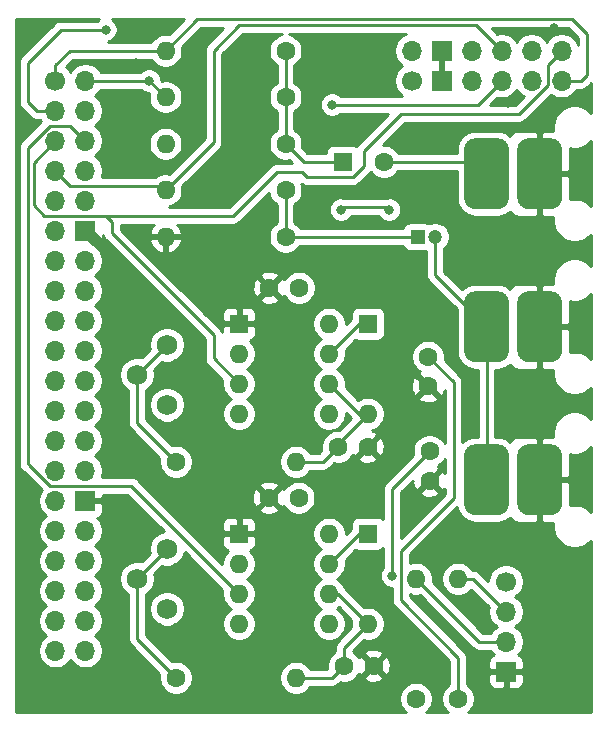
<source format=gbr>
G04 #@! TF.GenerationSoftware,KiCad,Pcbnew,(5.1.6)-1*
G04 #@! TF.CreationDate,2020-10-27T17:06:52+09:00*
G04 #@! TF.ProjectId,ext-board,6578742d-626f-4617-9264-2e6b69636164,rev?*
G04 #@! TF.SameCoordinates,Original*
G04 #@! TF.FileFunction,Copper,L1,Top*
G04 #@! TF.FilePolarity,Positive*
%FSLAX46Y46*%
G04 Gerber Fmt 4.6, Leading zero omitted, Abs format (unit mm)*
G04 Created by KiCad (PCBNEW (5.1.6)-1) date 2020-10-27 17:06:52*
%MOMM*%
%LPD*%
G01*
G04 APERTURE LIST*
G04 #@! TA.AperFunction,ComponentPad*
%ADD10C,1.700000*%
G04 #@! TD*
G04 #@! TA.AperFunction,ComponentPad*
%ADD11O,1.700000X1.700000*%
G04 #@! TD*
G04 #@! TA.AperFunction,ComponentPad*
%ADD12R,1.700000X1.700000*%
G04 #@! TD*
G04 #@! TA.AperFunction,ComponentPad*
%ADD13C,1.600000*%
G04 #@! TD*
G04 #@! TA.AperFunction,ComponentPad*
%ADD14R,1.600000X1.600000*%
G04 #@! TD*
G04 #@! TA.AperFunction,ComponentPad*
%ADD15R,1.200000X1.200000*%
G04 #@! TD*
G04 #@! TA.AperFunction,ComponentPad*
%ADD16C,1.200000*%
G04 #@! TD*
G04 #@! TA.AperFunction,ComponentPad*
%ADD17O,1.600000X1.600000*%
G04 #@! TD*
G04 #@! TA.AperFunction,ComponentPad*
%ADD18C,1.750000*%
G04 #@! TD*
G04 #@! TA.AperFunction,ViaPad*
%ADD19C,0.800000*%
G04 #@! TD*
G04 #@! TA.AperFunction,Conductor*
%ADD20C,0.250000*%
G04 #@! TD*
G04 #@! TA.AperFunction,Conductor*
%ADD21C,1.000000*%
G04 #@! TD*
G04 #@! TA.AperFunction,Conductor*
%ADD22C,0.254000*%
G04 #@! TD*
G04 APERTURE END LIST*
D10*
X184150000Y-55880000D03*
D11*
X184150000Y-53340000D03*
D12*
X186690000Y-55880000D03*
X186690000Y-53340000D03*
D11*
X189230000Y-55880000D03*
X189230000Y-53340000D03*
X191770000Y-55880000D03*
X191770000Y-53340000D03*
X194310000Y-55880000D03*
X194310000Y-53340000D03*
X196850000Y-55880000D03*
X196850000Y-53340000D03*
G04 #@! TA.AperFunction,ComponentPad*
G36*
G01*
X189550000Y-60754000D02*
X191450000Y-60754000D01*
G75*
G02*
X192400000Y-61704000I0J-950000D01*
G01*
X192400000Y-65804000D01*
G75*
G02*
X191450000Y-66754000I-950000J0D01*
G01*
X189550000Y-66754000D01*
G75*
G02*
X188600000Y-65804000I0J950000D01*
G01*
X188600000Y-61704000D01*
G75*
G02*
X189550000Y-60754000I950000J0D01*
G01*
G37*
G04 #@! TD.AperFunction*
G04 #@! TA.AperFunction,ComponentPad*
G36*
G01*
X194050000Y-60754000D02*
X195950000Y-60754000D01*
G75*
G02*
X196900000Y-61704000I0J-950000D01*
G01*
X196900000Y-65804000D01*
G75*
G02*
X195950000Y-66754000I-950000J0D01*
G01*
X194050000Y-66754000D01*
G75*
G02*
X193100000Y-65804000I0J950000D01*
G01*
X193100000Y-61704000D01*
G75*
G02*
X194050000Y-60754000I950000J0D01*
G01*
G37*
G04 #@! TD.AperFunction*
D10*
X154000000Y-55880000D03*
D11*
X156540000Y-55880000D03*
X154000000Y-58420000D03*
X156540000Y-58420000D03*
X154000000Y-60960000D03*
X156540000Y-60960000D03*
X154000000Y-63500000D03*
X156540000Y-63500000D03*
X154000000Y-66040000D03*
X156540000Y-66040000D03*
X154000000Y-68580000D03*
D12*
X156540000Y-68580000D03*
D11*
X154000000Y-71120000D03*
X156540000Y-71120000D03*
X154000000Y-73660000D03*
X156540000Y-73660000D03*
X154000000Y-76200000D03*
X156540000Y-76200000D03*
X154000000Y-78740000D03*
X156540000Y-78740000D03*
X154000000Y-81280000D03*
X156540000Y-81280000D03*
X154000000Y-83820000D03*
X156540000Y-83820000D03*
X154000000Y-86360000D03*
X156540000Y-86360000D03*
X154000000Y-88900000D03*
X156540000Y-88900000D03*
X154000000Y-91440000D03*
D12*
X156540000Y-91440000D03*
D11*
X154000000Y-93980000D03*
X156540000Y-93980000D03*
X154000000Y-96520000D03*
X156540000Y-96520000D03*
X154000000Y-99060000D03*
X156540000Y-99060000D03*
X154000000Y-101600000D03*
X156540000Y-101600000D03*
X154000000Y-104140000D03*
X156540000Y-104140000D03*
D13*
X172125000Y-73406000D03*
X174625000Y-73406000D03*
X172085000Y-91186000D03*
X174585000Y-91186000D03*
D14*
X178308000Y-62738000D03*
D13*
X181808000Y-62738000D03*
X185547000Y-79248000D03*
X185547000Y-81748000D03*
X185674000Y-89749000D03*
X185674000Y-87249000D03*
D15*
X184658000Y-69088000D03*
D16*
X186158000Y-69088000D03*
D13*
X180427000Y-86868000D03*
X177927000Y-86868000D03*
X180935000Y-105410000D03*
X178435000Y-105410000D03*
D14*
X180467000Y-76454000D03*
D17*
X180467000Y-84074000D03*
X180467000Y-101854000D03*
D14*
X180467000Y-94234000D03*
D10*
X192151000Y-98298000D03*
D11*
X192151000Y-100838000D03*
X192151000Y-103378000D03*
D12*
X192151000Y-105918000D03*
G04 #@! TA.AperFunction,ComponentPad*
G36*
G01*
X189550000Y-73708000D02*
X191450000Y-73708000D01*
G75*
G02*
X192400000Y-74658000I0J-950000D01*
G01*
X192400000Y-78758000D01*
G75*
G02*
X191450000Y-79708000I-950000J0D01*
G01*
X189550000Y-79708000D01*
G75*
G02*
X188600000Y-78758000I0J950000D01*
G01*
X188600000Y-74658000D01*
G75*
G02*
X189550000Y-73708000I950000J0D01*
G01*
G37*
G04 #@! TD.AperFunction*
G04 #@! TA.AperFunction,ComponentPad*
G36*
G01*
X194050000Y-73708000D02*
X195950000Y-73708000D01*
G75*
G02*
X196900000Y-74658000I0J-950000D01*
G01*
X196900000Y-78758000D01*
G75*
G02*
X195950000Y-79708000I-950000J0D01*
G01*
X194050000Y-79708000D01*
G75*
G02*
X193100000Y-78758000I0J950000D01*
G01*
X193100000Y-74658000D01*
G75*
G02*
X194050000Y-73708000I950000J0D01*
G01*
G37*
G04 #@! TD.AperFunction*
G04 #@! TA.AperFunction,ComponentPad*
G36*
G01*
X194050000Y-86662000D02*
X195950000Y-86662000D01*
G75*
G02*
X196900000Y-87612000I0J-950000D01*
G01*
X196900000Y-91712000D01*
G75*
G02*
X195950000Y-92662000I-950000J0D01*
G01*
X194050000Y-92662000D01*
G75*
G02*
X193100000Y-91712000I0J950000D01*
G01*
X193100000Y-87612000D01*
G75*
G02*
X194050000Y-86662000I950000J0D01*
G01*
G37*
G04 #@! TD.AperFunction*
G04 #@! TA.AperFunction,ComponentPad*
G36*
G01*
X189550000Y-86662000D02*
X191450000Y-86662000D01*
G75*
G02*
X192400000Y-87612000I0J-950000D01*
G01*
X192400000Y-91712000D01*
G75*
G02*
X191450000Y-92662000I-950000J0D01*
G01*
X189550000Y-92662000D01*
G75*
G02*
X188600000Y-91712000I0J950000D01*
G01*
X188600000Y-87612000D01*
G75*
G02*
X189550000Y-86662000I950000J0D01*
G01*
G37*
G04 #@! TD.AperFunction*
D13*
X173482000Y-53340000D03*
D17*
X163322000Y-53340000D03*
X163322000Y-57277000D03*
D13*
X173482000Y-57277000D03*
X173482000Y-61214000D03*
D17*
X163322000Y-61214000D03*
X188087000Y-98044000D03*
D13*
X188087000Y-108204000D03*
D17*
X184531000Y-98044000D03*
D13*
X184531000Y-108204000D03*
D17*
X163322000Y-65151000D03*
D13*
X173482000Y-65151000D03*
X173482000Y-69088000D03*
D17*
X163322000Y-69088000D03*
D13*
X164211000Y-88138000D03*
D17*
X174371000Y-88138000D03*
D13*
X164211000Y-106426000D03*
D17*
X174371000Y-106426000D03*
D18*
X163449000Y-78232000D03*
X160909000Y-80772000D03*
X163449000Y-83312000D03*
X163449000Y-100584000D03*
X160909000Y-98044000D03*
X163449000Y-95504000D03*
D14*
X169545000Y-76454000D03*
D17*
X177165000Y-84074000D03*
X169545000Y-78994000D03*
X177165000Y-81534000D03*
X169545000Y-81534000D03*
X177165000Y-78994000D03*
X169545000Y-84074000D03*
X177165000Y-76454000D03*
X177165000Y-94234000D03*
X169545000Y-101854000D03*
X177165000Y-96774000D03*
X169545000Y-99314000D03*
X177165000Y-99314000D03*
X169545000Y-96774000D03*
X177165000Y-101854000D03*
D14*
X169545000Y-94234000D03*
D19*
X151638000Y-51689000D03*
X180000000Y-55000000D03*
X170688000Y-63246000D03*
X170815000Y-55245000D03*
X160782000Y-58166000D03*
X160782000Y-54356000D03*
X160782000Y-52324000D03*
X196215000Y-51435000D03*
X192278000Y-57785000D03*
X151765000Y-108585000D03*
X174117000Y-100838000D03*
X161671000Y-108458000D03*
X176530000Y-108204000D03*
X184150000Y-59944000D03*
X187198000Y-61468000D03*
X190246000Y-70104000D03*
X182626000Y-73025000D03*
X159639000Y-94107000D03*
X182499000Y-97790000D03*
X161925000Y-55880000D03*
X158242000Y-51562000D03*
X177419000Y-57912000D03*
X182245000Y-66802000D03*
X178181000Y-66802000D03*
D20*
X156540000Y-68580000D02*
X156591000Y-68580000D01*
D21*
X156591000Y-68580000D02*
X158496000Y-70485000D01*
D20*
X173482000Y-53340000D02*
X173482000Y-61214000D01*
X173482000Y-61214000D02*
X175006000Y-62738000D01*
X175006000Y-62738000D02*
X178308000Y-62738000D01*
X189484000Y-62738000D02*
X190500000Y-63754000D01*
X181808000Y-62738000D02*
X189484000Y-62738000D01*
X185547000Y-79248000D02*
X187706000Y-81407000D01*
X183224001Y-95667999D02*
X183224001Y-99858999D01*
X187706000Y-81407000D02*
X187706000Y-91186000D01*
X187706000Y-91186000D02*
X183224001Y-95667999D01*
X188087000Y-104721998D02*
X188087000Y-108204000D01*
X183224001Y-99858999D02*
X188087000Y-104721998D01*
X185674000Y-87249000D02*
X182499000Y-90424000D01*
X182499000Y-90424000D02*
X182499000Y-97790000D01*
X173482000Y-65151000D02*
X173482000Y-69088000D01*
X173482000Y-69088000D02*
X184658000Y-69088000D01*
X186158000Y-72366000D02*
X190500000Y-76708000D01*
X186158000Y-69088000D02*
X186158000Y-72366000D01*
X190500000Y-76708000D02*
X190500000Y-89662000D01*
X176657000Y-88138000D02*
X177927000Y-86868000D01*
X174371000Y-88138000D02*
X176657000Y-88138000D01*
X177927000Y-86614000D02*
X177927000Y-86868000D01*
X180467000Y-84074000D02*
X177927000Y-86614000D01*
X179705000Y-84074000D02*
X180467000Y-84074000D01*
X177165000Y-81534000D02*
X179705000Y-84074000D01*
X177419000Y-106426000D02*
X178435000Y-105410000D01*
X174371000Y-106426000D02*
X177419000Y-106426000D01*
X178435000Y-103886000D02*
X180467000Y-101854000D01*
X178435000Y-105410000D02*
X178435000Y-103886000D01*
X177927000Y-99314000D02*
X177165000Y-99314000D01*
X180467000Y-101854000D02*
X177927000Y-99314000D01*
X179705000Y-76454000D02*
X180467000Y-76454000D01*
X177165000Y-78994000D02*
X179705000Y-76454000D01*
X179705000Y-94234000D02*
X180467000Y-94234000D01*
X177165000Y-96774000D02*
X179705000Y-94234000D01*
X154000000Y-55880000D02*
X154000000Y-54534000D01*
X155194000Y-53340000D02*
X163322000Y-53340000D01*
X154000000Y-54534000D02*
X155194000Y-53340000D01*
X198501000Y-55880000D02*
X196850000Y-55880000D01*
X163322000Y-53340000D02*
X165989000Y-50673000D01*
X165989000Y-50673000D02*
X197739000Y-50673000D01*
X199009000Y-51943000D02*
X199009000Y-55372000D01*
X197739000Y-50673000D02*
X199009000Y-51943000D01*
X199009000Y-55372000D02*
X198501000Y-55880000D01*
X161925000Y-55880000D02*
X163322000Y-57277000D01*
X156540000Y-55880000D02*
X161925000Y-55880000D01*
X154000000Y-58420000D02*
X152400000Y-58420000D01*
X152400000Y-58420000D02*
X151638000Y-57658000D01*
X151638000Y-57658000D02*
X151638000Y-54356000D01*
X151638000Y-54356000D02*
X154432000Y-51562000D01*
X154432000Y-51562000D02*
X158242000Y-51562000D01*
X189738000Y-57912000D02*
X185420000Y-57912000D01*
X185420000Y-57912000D02*
X177419000Y-57912000D01*
X191770000Y-55880000D02*
X189738000Y-57912000D01*
X182245000Y-66802000D02*
X181991000Y-66548000D01*
X181991000Y-66548000D02*
X178435000Y-66548000D01*
X178435000Y-66548000D02*
X178181000Y-66802000D01*
X195674999Y-56254003D02*
X193255002Y-58674000D01*
X196850000Y-53340000D02*
X195674999Y-54515001D01*
X195674999Y-54515001D02*
X195674999Y-56254003D01*
X193255002Y-58674000D02*
X183261000Y-58674000D01*
X183261000Y-58674000D02*
X180086000Y-61849000D01*
X180086000Y-61849000D02*
X180086000Y-63145002D01*
X179205003Y-64025999D02*
X180086000Y-63145002D01*
X178198999Y-64025999D02*
X179205003Y-64025999D01*
X178198999Y-64025999D02*
X178452999Y-64025999D01*
X175277999Y-64025999D02*
X178198999Y-64025999D01*
X174879000Y-63627000D02*
X175277999Y-64025999D01*
X172720000Y-63627000D02*
X174879000Y-63627000D01*
X169037000Y-67310000D02*
X172593000Y-63754000D01*
X157066999Y-67310000D02*
X156845000Y-67310000D01*
X172593000Y-63754000D02*
X172720000Y-63627000D01*
X158775000Y-67843000D02*
X158242000Y-67310000D01*
X158775000Y-68809000D02*
X158775000Y-67843000D01*
X158242000Y-67310000D02*
X169037000Y-67310000D01*
X167386000Y-77420000D02*
X158775000Y-68809000D01*
X169545000Y-81534000D02*
X167386000Y-79375000D01*
X156845000Y-67310000D02*
X158242000Y-67310000D01*
X167386000Y-79375000D02*
X167386000Y-77420000D01*
X152146000Y-62814000D02*
X154000000Y-60960000D01*
X152146000Y-66421000D02*
X152146000Y-62814000D01*
X156845000Y-67310000D02*
X153035000Y-67310000D01*
X153035000Y-67310000D02*
X152146000Y-66421000D01*
X169545000Y-99314000D02*
X160495999Y-90264999D01*
X151638000Y-61582998D02*
X153530998Y-59690000D01*
X151638000Y-88277002D02*
X151638000Y-61582998D01*
X155270000Y-59690000D02*
X156540000Y-60960000D01*
X153530998Y-59690000D02*
X155270000Y-59690000D01*
X153543000Y-90170000D02*
X151765000Y-88392000D01*
X151752998Y-88392000D02*
X151638000Y-88277002D01*
X151765000Y-88392000D02*
X151752998Y-88392000D01*
X160147000Y-90170000D02*
X160401000Y-90170000D01*
X160147000Y-90170000D02*
X153543000Y-90170000D01*
X160413002Y-90170000D02*
X160147000Y-90170000D01*
X160413002Y-90182002D02*
X160495999Y-90264999D01*
X160413002Y-90170000D02*
X160413002Y-90182002D01*
X162846001Y-64675001D02*
X163322000Y-65151000D01*
X154000000Y-63500000D02*
X155270000Y-64770000D01*
X162941000Y-64770000D02*
X163322000Y-65151000D01*
X155270000Y-64770000D02*
X162941000Y-64770000D01*
X167386000Y-53340000D02*
X169545000Y-51181000D01*
X189611000Y-51181000D02*
X191770000Y-53340000D01*
X169545000Y-51181000D02*
X189611000Y-51181000D01*
X167386000Y-61087000D02*
X167386000Y-53340000D01*
X163322000Y-65151000D02*
X167386000Y-61087000D01*
X189357000Y-98044000D02*
X192151000Y-100838000D01*
X188087000Y-98044000D02*
X189357000Y-98044000D01*
X189865000Y-103378000D02*
X192151000Y-103378000D01*
X184531000Y-98044000D02*
X189865000Y-103378000D01*
X163449000Y-78232000D02*
X160909000Y-80772000D01*
X160909000Y-84836000D02*
X160909000Y-80772000D01*
X164211000Y-88138000D02*
X160909000Y-84836000D01*
X163449000Y-95504000D02*
X160909000Y-98044000D01*
X160909000Y-103124000D02*
X164211000Y-106426000D01*
X160909000Y-98044000D02*
X160909000Y-103124000D01*
D22*
G36*
X199340001Y-58598919D02*
G01*
X199119744Y-58378662D01*
X198819199Y-58177844D01*
X198485250Y-58039518D01*
X198130732Y-57969000D01*
X197769268Y-57969000D01*
X197414750Y-58039518D01*
X197080801Y-58177844D01*
X196780256Y-58378662D01*
X196524662Y-58634256D01*
X196323844Y-58934801D01*
X196185518Y-59268750D01*
X196115000Y-59623268D01*
X196115000Y-59984732D01*
X196141384Y-60117372D01*
X195285750Y-60119000D01*
X195127000Y-60277750D01*
X195127000Y-63627000D01*
X197376250Y-63627000D01*
X197535000Y-63468250D01*
X197537123Y-61592823D01*
X197769268Y-61639000D01*
X198130732Y-61639000D01*
X198485250Y-61568482D01*
X198819199Y-61430156D01*
X199119744Y-61229338D01*
X199340001Y-61009081D01*
X199340001Y-66498919D01*
X199119744Y-66278662D01*
X198819199Y-66077844D01*
X198485250Y-65939518D01*
X198130732Y-65869000D01*
X197769268Y-65869000D01*
X197537123Y-65915177D01*
X197535000Y-64039750D01*
X197376250Y-63881000D01*
X195127000Y-63881000D01*
X195127000Y-67230250D01*
X195285750Y-67389000D01*
X196141384Y-67390628D01*
X196115000Y-67523268D01*
X196115000Y-67884732D01*
X196185518Y-68239250D01*
X196323844Y-68573199D01*
X196524662Y-68873744D01*
X196780256Y-69129338D01*
X197080801Y-69330156D01*
X197414750Y-69468482D01*
X197769268Y-69539000D01*
X198130732Y-69539000D01*
X198485250Y-69468482D01*
X198819199Y-69330156D01*
X199119744Y-69129338D01*
X199340001Y-68909081D01*
X199340001Y-71552919D01*
X199119744Y-71332662D01*
X198819199Y-71131844D01*
X198485250Y-70993518D01*
X198130732Y-70923000D01*
X197769268Y-70923000D01*
X197414750Y-70993518D01*
X197080801Y-71131844D01*
X196780256Y-71332662D01*
X196524662Y-71588256D01*
X196323844Y-71888801D01*
X196185518Y-72222750D01*
X196115000Y-72577268D01*
X196115000Y-72938732D01*
X196141384Y-73071372D01*
X195285750Y-73073000D01*
X195127000Y-73231750D01*
X195127000Y-76581000D01*
X197376250Y-76581000D01*
X197535000Y-76422250D01*
X197537123Y-74546823D01*
X197769268Y-74593000D01*
X198130732Y-74593000D01*
X198485250Y-74522482D01*
X198819199Y-74384156D01*
X199119744Y-74183338D01*
X199340001Y-73963081D01*
X199340001Y-79452919D01*
X199119744Y-79232662D01*
X198819199Y-79031844D01*
X198485250Y-78893518D01*
X198130732Y-78823000D01*
X197769268Y-78823000D01*
X197537123Y-78869177D01*
X197535000Y-76993750D01*
X197376250Y-76835000D01*
X195127000Y-76835000D01*
X195127000Y-80184250D01*
X195285750Y-80343000D01*
X196141384Y-80344628D01*
X196115000Y-80477268D01*
X196115000Y-80838732D01*
X196185518Y-81193250D01*
X196323844Y-81527199D01*
X196524662Y-81827744D01*
X196780256Y-82083338D01*
X197080801Y-82284156D01*
X197414750Y-82422482D01*
X197769268Y-82493000D01*
X198130732Y-82493000D01*
X198485250Y-82422482D01*
X198819199Y-82284156D01*
X199119744Y-82083338D01*
X199340000Y-81863082D01*
X199340000Y-84506918D01*
X199119744Y-84286662D01*
X198819199Y-84085844D01*
X198485250Y-83947518D01*
X198130732Y-83877000D01*
X197769268Y-83877000D01*
X197414750Y-83947518D01*
X197080801Y-84085844D01*
X196780256Y-84286662D01*
X196524662Y-84542256D01*
X196323844Y-84842801D01*
X196185518Y-85176750D01*
X196115000Y-85531268D01*
X196115000Y-85892732D01*
X196141384Y-86025372D01*
X195285750Y-86027000D01*
X195127000Y-86185750D01*
X195127000Y-89535000D01*
X197376250Y-89535000D01*
X197535000Y-89376250D01*
X197537123Y-87500823D01*
X197769268Y-87547000D01*
X198130732Y-87547000D01*
X198485250Y-87476482D01*
X198819199Y-87338156D01*
X199119744Y-87137338D01*
X199340000Y-86917082D01*
X199340000Y-92406918D01*
X199119744Y-92186662D01*
X198819199Y-91985844D01*
X198485250Y-91847518D01*
X198130732Y-91777000D01*
X197769268Y-91777000D01*
X197537123Y-91823177D01*
X197535000Y-89947750D01*
X197376250Y-89789000D01*
X195127000Y-89789000D01*
X195127000Y-93138250D01*
X195285750Y-93297000D01*
X196141384Y-93298628D01*
X196115000Y-93431268D01*
X196115000Y-93792732D01*
X196185518Y-94147250D01*
X196323844Y-94481199D01*
X196524662Y-94781744D01*
X196780256Y-95037338D01*
X197080801Y-95238156D01*
X197414750Y-95376482D01*
X197769268Y-95447000D01*
X198130732Y-95447000D01*
X198485250Y-95376482D01*
X198819199Y-95238156D01*
X199119744Y-95037338D01*
X199340000Y-94817082D01*
X199340000Y-109340000D01*
X188969787Y-109340000D01*
X189001759Y-109318637D01*
X189201637Y-109118759D01*
X189358680Y-108883727D01*
X189466853Y-108622574D01*
X189522000Y-108345335D01*
X189522000Y-108062665D01*
X189466853Y-107785426D01*
X189358680Y-107524273D01*
X189201637Y-107289241D01*
X189001759Y-107089363D01*
X188847000Y-106985957D01*
X188847000Y-106768000D01*
X190662928Y-106768000D01*
X190675188Y-106892482D01*
X190711498Y-107012180D01*
X190770463Y-107122494D01*
X190849815Y-107219185D01*
X190946506Y-107298537D01*
X191056820Y-107357502D01*
X191176518Y-107393812D01*
X191301000Y-107406072D01*
X191865250Y-107403000D01*
X192024000Y-107244250D01*
X192024000Y-106045000D01*
X192278000Y-106045000D01*
X192278000Y-107244250D01*
X192436750Y-107403000D01*
X193001000Y-107406072D01*
X193125482Y-107393812D01*
X193245180Y-107357502D01*
X193355494Y-107298537D01*
X193452185Y-107219185D01*
X193531537Y-107122494D01*
X193590502Y-107012180D01*
X193626812Y-106892482D01*
X193639072Y-106768000D01*
X193636000Y-106203750D01*
X193477250Y-106045000D01*
X192278000Y-106045000D01*
X192024000Y-106045000D01*
X190824750Y-106045000D01*
X190666000Y-106203750D01*
X190662928Y-106768000D01*
X188847000Y-106768000D01*
X188847000Y-104759320D01*
X188850676Y-104721997D01*
X188847000Y-104684674D01*
X188847000Y-104684665D01*
X188836003Y-104573012D01*
X188792546Y-104429751D01*
X188736358Y-104324632D01*
X188721974Y-104297721D01*
X188650799Y-104210995D01*
X188627001Y-104181997D01*
X188598004Y-104158200D01*
X183984001Y-99544198D01*
X183984001Y-99370658D01*
X184112426Y-99423853D01*
X184389665Y-99479000D01*
X184672335Y-99479000D01*
X184854887Y-99442688D01*
X189301201Y-103889003D01*
X189324999Y-103918001D01*
X189353997Y-103941799D01*
X189440723Y-104012974D01*
X189514538Y-104052429D01*
X189572753Y-104083546D01*
X189716014Y-104127003D01*
X189827667Y-104138000D01*
X189827676Y-104138000D01*
X189864999Y-104141676D01*
X189902322Y-104138000D01*
X190872822Y-104138000D01*
X190997525Y-104324632D01*
X191129380Y-104456487D01*
X191056820Y-104478498D01*
X190946506Y-104537463D01*
X190849815Y-104616815D01*
X190770463Y-104713506D01*
X190711498Y-104823820D01*
X190675188Y-104943518D01*
X190662928Y-105068000D01*
X190666000Y-105632250D01*
X190824750Y-105791000D01*
X192024000Y-105791000D01*
X192024000Y-105771000D01*
X192278000Y-105771000D01*
X192278000Y-105791000D01*
X193477250Y-105791000D01*
X193636000Y-105632250D01*
X193639072Y-105068000D01*
X193626812Y-104943518D01*
X193590502Y-104823820D01*
X193531537Y-104713506D01*
X193452185Y-104616815D01*
X193355494Y-104537463D01*
X193245180Y-104478498D01*
X193172620Y-104456487D01*
X193304475Y-104324632D01*
X193466990Y-104081411D01*
X193578932Y-103811158D01*
X193636000Y-103524260D01*
X193636000Y-103231740D01*
X193578932Y-102944842D01*
X193466990Y-102674589D01*
X193304475Y-102431368D01*
X193097632Y-102224525D01*
X192923240Y-102108000D01*
X193097632Y-101991475D01*
X193304475Y-101784632D01*
X193466990Y-101541411D01*
X193578932Y-101271158D01*
X193636000Y-100984260D01*
X193636000Y-100691740D01*
X193578932Y-100404842D01*
X193466990Y-100134589D01*
X193304475Y-99891368D01*
X193097632Y-99684525D01*
X192923240Y-99568000D01*
X193097632Y-99451475D01*
X193304475Y-99244632D01*
X193466990Y-99001411D01*
X193578932Y-98731158D01*
X193636000Y-98444260D01*
X193636000Y-98151740D01*
X193578932Y-97864842D01*
X193466990Y-97594589D01*
X193304475Y-97351368D01*
X193097632Y-97144525D01*
X192854411Y-96982010D01*
X192584158Y-96870068D01*
X192297260Y-96813000D01*
X192004740Y-96813000D01*
X191717842Y-96870068D01*
X191447589Y-96982010D01*
X191204368Y-97144525D01*
X190997525Y-97351368D01*
X190835010Y-97594589D01*
X190723068Y-97864842D01*
X190666000Y-98151740D01*
X190666000Y-98278199D01*
X189920804Y-97533003D01*
X189897001Y-97503999D01*
X189781276Y-97409026D01*
X189649247Y-97338454D01*
X189505986Y-97294997D01*
X189394333Y-97284000D01*
X189394322Y-97284000D01*
X189357000Y-97280324D01*
X189319678Y-97284000D01*
X189305043Y-97284000D01*
X189201637Y-97129241D01*
X189001759Y-96929363D01*
X188766727Y-96772320D01*
X188505574Y-96664147D01*
X188228335Y-96609000D01*
X187945665Y-96609000D01*
X187668426Y-96664147D01*
X187407273Y-96772320D01*
X187172241Y-96929363D01*
X186972363Y-97129241D01*
X186815320Y-97364273D01*
X186707147Y-97625426D01*
X186652000Y-97902665D01*
X186652000Y-98185335D01*
X186707147Y-98462574D01*
X186815320Y-98723727D01*
X186972363Y-98958759D01*
X187172241Y-99158637D01*
X187407273Y-99315680D01*
X187668426Y-99423853D01*
X187945665Y-99479000D01*
X188228335Y-99479000D01*
X188505574Y-99423853D01*
X188766727Y-99315680D01*
X189001759Y-99158637D01*
X189199297Y-98961099D01*
X190709790Y-100471592D01*
X190666000Y-100691740D01*
X190666000Y-100984260D01*
X190723068Y-101271158D01*
X190835010Y-101541411D01*
X190997525Y-101784632D01*
X191204368Y-101991475D01*
X191378760Y-102108000D01*
X191204368Y-102224525D01*
X190997525Y-102431368D01*
X190872822Y-102618000D01*
X190179802Y-102618000D01*
X185929688Y-98367887D01*
X185966000Y-98185335D01*
X185966000Y-97902665D01*
X185910853Y-97625426D01*
X185802680Y-97364273D01*
X185645637Y-97129241D01*
X185445759Y-96929363D01*
X185210727Y-96772320D01*
X184949574Y-96664147D01*
X184672335Y-96609000D01*
X184389665Y-96609000D01*
X184112426Y-96664147D01*
X183984001Y-96717342D01*
X183984001Y-95982800D01*
X187988187Y-91978615D01*
X187992442Y-92021817D01*
X188082813Y-92319729D01*
X188229566Y-92594286D01*
X188427064Y-92834936D01*
X188667714Y-93032434D01*
X188942271Y-93179187D01*
X189240183Y-93269558D01*
X189550000Y-93300072D01*
X191450000Y-93300072D01*
X191759817Y-93269558D01*
X192057729Y-93179187D01*
X192332286Y-93032434D01*
X192505640Y-92890165D01*
X192510498Y-92906180D01*
X192569463Y-93016494D01*
X192648815Y-93113185D01*
X192745506Y-93192537D01*
X192855820Y-93251502D01*
X192975518Y-93287812D01*
X193100000Y-93300072D01*
X194714250Y-93297000D01*
X194873000Y-93138250D01*
X194873000Y-89789000D01*
X194853000Y-89789000D01*
X194853000Y-89535000D01*
X194873000Y-89535000D01*
X194873000Y-86185750D01*
X194714250Y-86027000D01*
X193100000Y-86023928D01*
X192975518Y-86036188D01*
X192855820Y-86072498D01*
X192745506Y-86131463D01*
X192648815Y-86210815D01*
X192569463Y-86307506D01*
X192510498Y-86417820D01*
X192505640Y-86433835D01*
X192332286Y-86291566D01*
X192057729Y-86144813D01*
X191759817Y-86054442D01*
X191450000Y-86023928D01*
X191260000Y-86023928D01*
X191260000Y-80346072D01*
X191450000Y-80346072D01*
X191759817Y-80315558D01*
X192057729Y-80225187D01*
X192332286Y-80078434D01*
X192505640Y-79936165D01*
X192510498Y-79952180D01*
X192569463Y-80062494D01*
X192648815Y-80159185D01*
X192745506Y-80238537D01*
X192855820Y-80297502D01*
X192975518Y-80333812D01*
X193100000Y-80346072D01*
X194714250Y-80343000D01*
X194873000Y-80184250D01*
X194873000Y-76835000D01*
X194853000Y-76835000D01*
X194853000Y-76581000D01*
X194873000Y-76581000D01*
X194873000Y-73231750D01*
X194714250Y-73073000D01*
X193100000Y-73069928D01*
X192975518Y-73082188D01*
X192855820Y-73118498D01*
X192745506Y-73177463D01*
X192648815Y-73256815D01*
X192569463Y-73353506D01*
X192510498Y-73463820D01*
X192505640Y-73479835D01*
X192332286Y-73337566D01*
X192057729Y-73190813D01*
X191759817Y-73100442D01*
X191450000Y-73069928D01*
X189550000Y-73069928D01*
X189240183Y-73100442D01*
X188942271Y-73190813D01*
X188667714Y-73337566D01*
X188427064Y-73535064D01*
X188415706Y-73548904D01*
X186918000Y-72051199D01*
X186918000Y-70065506D01*
X186945267Y-70047287D01*
X187117287Y-69875267D01*
X187252443Y-69672992D01*
X187345540Y-69448236D01*
X187393000Y-69209637D01*
X187393000Y-68966363D01*
X187345540Y-68727764D01*
X187252443Y-68503008D01*
X187117287Y-68300733D01*
X186945267Y-68128713D01*
X186742992Y-67993557D01*
X186518236Y-67900460D01*
X186279637Y-67853000D01*
X186036363Y-67853000D01*
X185797764Y-67900460D01*
X185628478Y-67970581D01*
X185612494Y-67957463D01*
X185502180Y-67898498D01*
X185382482Y-67862188D01*
X185258000Y-67849928D01*
X184058000Y-67849928D01*
X183933518Y-67862188D01*
X183813820Y-67898498D01*
X183703506Y-67957463D01*
X183606815Y-68036815D01*
X183527463Y-68133506D01*
X183468498Y-68243820D01*
X183442962Y-68328000D01*
X174700043Y-68328000D01*
X174596637Y-68173241D01*
X174396759Y-67973363D01*
X174242000Y-67869957D01*
X174242000Y-66700061D01*
X177146000Y-66700061D01*
X177146000Y-66903939D01*
X177185774Y-67103898D01*
X177263795Y-67292256D01*
X177377063Y-67461774D01*
X177521226Y-67605937D01*
X177690744Y-67719205D01*
X177879102Y-67797226D01*
X178079061Y-67837000D01*
X178282939Y-67837000D01*
X178482898Y-67797226D01*
X178671256Y-67719205D01*
X178840774Y-67605937D01*
X178984937Y-67461774D01*
X179087685Y-67308000D01*
X181338315Y-67308000D01*
X181441063Y-67461774D01*
X181585226Y-67605937D01*
X181754744Y-67719205D01*
X181943102Y-67797226D01*
X182143061Y-67837000D01*
X182346939Y-67837000D01*
X182546898Y-67797226D01*
X182735256Y-67719205D01*
X182904774Y-67605937D01*
X183048937Y-67461774D01*
X183162205Y-67292256D01*
X183240226Y-67103898D01*
X183280000Y-66903939D01*
X183280000Y-66700061D01*
X183240226Y-66500102D01*
X183162205Y-66311744D01*
X183048937Y-66142226D01*
X182904774Y-65998063D01*
X182735256Y-65884795D01*
X182546898Y-65806774D01*
X182346939Y-65767000D01*
X182143061Y-65767000D01*
X182034455Y-65788603D01*
X182028333Y-65788000D01*
X182028322Y-65788000D01*
X181991000Y-65784324D01*
X181953678Y-65788000D01*
X178472322Y-65788000D01*
X178434999Y-65784324D01*
X178397676Y-65788000D01*
X178397667Y-65788000D01*
X178391545Y-65788603D01*
X178282939Y-65767000D01*
X178079061Y-65767000D01*
X177879102Y-65806774D01*
X177690744Y-65884795D01*
X177521226Y-65998063D01*
X177377063Y-66142226D01*
X177263795Y-66311744D01*
X177185774Y-66500102D01*
X177146000Y-66700061D01*
X174242000Y-66700061D01*
X174242000Y-66369043D01*
X174396759Y-66265637D01*
X174596637Y-66065759D01*
X174753680Y-65830727D01*
X174861853Y-65569574D01*
X174917000Y-65292335D01*
X174917000Y-65009665D01*
X174861853Y-64732426D01*
X174821201Y-64634283D01*
X174853723Y-64660973D01*
X174985752Y-64731545D01*
X175129013Y-64775002D01*
X175240666Y-64785999D01*
X175240674Y-64785999D01*
X175277999Y-64789675D01*
X175315324Y-64785999D01*
X179167681Y-64785999D01*
X179205003Y-64789675D01*
X179242325Y-64785999D01*
X179242336Y-64785999D01*
X179353989Y-64775002D01*
X179497250Y-64731545D01*
X179629279Y-64660973D01*
X179745004Y-64566000D01*
X179768806Y-64536997D01*
X180597003Y-63708801D01*
X180626001Y-63685003D01*
X180673603Y-63627000D01*
X180675008Y-63625288D01*
X180693363Y-63652759D01*
X180893241Y-63852637D01*
X181128273Y-64009680D01*
X181389426Y-64117853D01*
X181666665Y-64173000D01*
X181949335Y-64173000D01*
X182226574Y-64117853D01*
X182487727Y-64009680D01*
X182722759Y-63852637D01*
X182922637Y-63652759D01*
X183026043Y-63498000D01*
X187961928Y-63498000D01*
X187961928Y-65804000D01*
X187992442Y-66113817D01*
X188082813Y-66411729D01*
X188229566Y-66686286D01*
X188427064Y-66926936D01*
X188667714Y-67124434D01*
X188942271Y-67271187D01*
X189240183Y-67361558D01*
X189550000Y-67392072D01*
X191450000Y-67392072D01*
X191759817Y-67361558D01*
X192057729Y-67271187D01*
X192332286Y-67124434D01*
X192505640Y-66982165D01*
X192510498Y-66998180D01*
X192569463Y-67108494D01*
X192648815Y-67205185D01*
X192745506Y-67284537D01*
X192855820Y-67343502D01*
X192975518Y-67379812D01*
X193100000Y-67392072D01*
X194714250Y-67389000D01*
X194873000Y-67230250D01*
X194873000Y-63881000D01*
X194853000Y-63881000D01*
X194853000Y-63627000D01*
X194873000Y-63627000D01*
X194873000Y-60277750D01*
X194714250Y-60119000D01*
X193100000Y-60115928D01*
X192975518Y-60128188D01*
X192855820Y-60164498D01*
X192745506Y-60223463D01*
X192648815Y-60302815D01*
X192569463Y-60399506D01*
X192510498Y-60509820D01*
X192505640Y-60525835D01*
X192332286Y-60383566D01*
X192057729Y-60236813D01*
X191759817Y-60146442D01*
X191450000Y-60115928D01*
X189550000Y-60115928D01*
X189240183Y-60146442D01*
X188942271Y-60236813D01*
X188667714Y-60383566D01*
X188427064Y-60581064D01*
X188229566Y-60821714D01*
X188082813Y-61096271D01*
X187992442Y-61394183D01*
X187961928Y-61704000D01*
X187961928Y-61978000D01*
X183026043Y-61978000D01*
X182922637Y-61823241D01*
X182722759Y-61623363D01*
X182487727Y-61466320D01*
X182226574Y-61358147D01*
X181949335Y-61303000D01*
X181706801Y-61303000D01*
X183575802Y-59434000D01*
X193217680Y-59434000D01*
X193255002Y-59437676D01*
X193292324Y-59434000D01*
X193292335Y-59434000D01*
X193403988Y-59423003D01*
X193547249Y-59379546D01*
X193679278Y-59308974D01*
X193795003Y-59214001D01*
X193818806Y-59184997D01*
X195943508Y-57060296D01*
X196146589Y-57195990D01*
X196416842Y-57307932D01*
X196703740Y-57365000D01*
X196996260Y-57365000D01*
X197283158Y-57307932D01*
X197553411Y-57195990D01*
X197796632Y-57033475D01*
X198003475Y-56826632D01*
X198128178Y-56640000D01*
X198463678Y-56640000D01*
X198501000Y-56643676D01*
X198538322Y-56640000D01*
X198538333Y-56640000D01*
X198649986Y-56629003D01*
X198793247Y-56585546D01*
X198925276Y-56514974D01*
X199041001Y-56420001D01*
X199064803Y-56390998D01*
X199340001Y-56115801D01*
X199340001Y-58598919D01*
G37*
X199340001Y-58598919D02*
X199119744Y-58378662D01*
X198819199Y-58177844D01*
X198485250Y-58039518D01*
X198130732Y-57969000D01*
X197769268Y-57969000D01*
X197414750Y-58039518D01*
X197080801Y-58177844D01*
X196780256Y-58378662D01*
X196524662Y-58634256D01*
X196323844Y-58934801D01*
X196185518Y-59268750D01*
X196115000Y-59623268D01*
X196115000Y-59984732D01*
X196141384Y-60117372D01*
X195285750Y-60119000D01*
X195127000Y-60277750D01*
X195127000Y-63627000D01*
X197376250Y-63627000D01*
X197535000Y-63468250D01*
X197537123Y-61592823D01*
X197769268Y-61639000D01*
X198130732Y-61639000D01*
X198485250Y-61568482D01*
X198819199Y-61430156D01*
X199119744Y-61229338D01*
X199340001Y-61009081D01*
X199340001Y-66498919D01*
X199119744Y-66278662D01*
X198819199Y-66077844D01*
X198485250Y-65939518D01*
X198130732Y-65869000D01*
X197769268Y-65869000D01*
X197537123Y-65915177D01*
X197535000Y-64039750D01*
X197376250Y-63881000D01*
X195127000Y-63881000D01*
X195127000Y-67230250D01*
X195285750Y-67389000D01*
X196141384Y-67390628D01*
X196115000Y-67523268D01*
X196115000Y-67884732D01*
X196185518Y-68239250D01*
X196323844Y-68573199D01*
X196524662Y-68873744D01*
X196780256Y-69129338D01*
X197080801Y-69330156D01*
X197414750Y-69468482D01*
X197769268Y-69539000D01*
X198130732Y-69539000D01*
X198485250Y-69468482D01*
X198819199Y-69330156D01*
X199119744Y-69129338D01*
X199340001Y-68909081D01*
X199340001Y-71552919D01*
X199119744Y-71332662D01*
X198819199Y-71131844D01*
X198485250Y-70993518D01*
X198130732Y-70923000D01*
X197769268Y-70923000D01*
X197414750Y-70993518D01*
X197080801Y-71131844D01*
X196780256Y-71332662D01*
X196524662Y-71588256D01*
X196323844Y-71888801D01*
X196185518Y-72222750D01*
X196115000Y-72577268D01*
X196115000Y-72938732D01*
X196141384Y-73071372D01*
X195285750Y-73073000D01*
X195127000Y-73231750D01*
X195127000Y-76581000D01*
X197376250Y-76581000D01*
X197535000Y-76422250D01*
X197537123Y-74546823D01*
X197769268Y-74593000D01*
X198130732Y-74593000D01*
X198485250Y-74522482D01*
X198819199Y-74384156D01*
X199119744Y-74183338D01*
X199340001Y-73963081D01*
X199340001Y-79452919D01*
X199119744Y-79232662D01*
X198819199Y-79031844D01*
X198485250Y-78893518D01*
X198130732Y-78823000D01*
X197769268Y-78823000D01*
X197537123Y-78869177D01*
X197535000Y-76993750D01*
X197376250Y-76835000D01*
X195127000Y-76835000D01*
X195127000Y-80184250D01*
X195285750Y-80343000D01*
X196141384Y-80344628D01*
X196115000Y-80477268D01*
X196115000Y-80838732D01*
X196185518Y-81193250D01*
X196323844Y-81527199D01*
X196524662Y-81827744D01*
X196780256Y-82083338D01*
X197080801Y-82284156D01*
X197414750Y-82422482D01*
X197769268Y-82493000D01*
X198130732Y-82493000D01*
X198485250Y-82422482D01*
X198819199Y-82284156D01*
X199119744Y-82083338D01*
X199340000Y-81863082D01*
X199340000Y-84506918D01*
X199119744Y-84286662D01*
X198819199Y-84085844D01*
X198485250Y-83947518D01*
X198130732Y-83877000D01*
X197769268Y-83877000D01*
X197414750Y-83947518D01*
X197080801Y-84085844D01*
X196780256Y-84286662D01*
X196524662Y-84542256D01*
X196323844Y-84842801D01*
X196185518Y-85176750D01*
X196115000Y-85531268D01*
X196115000Y-85892732D01*
X196141384Y-86025372D01*
X195285750Y-86027000D01*
X195127000Y-86185750D01*
X195127000Y-89535000D01*
X197376250Y-89535000D01*
X197535000Y-89376250D01*
X197537123Y-87500823D01*
X197769268Y-87547000D01*
X198130732Y-87547000D01*
X198485250Y-87476482D01*
X198819199Y-87338156D01*
X199119744Y-87137338D01*
X199340000Y-86917082D01*
X199340000Y-92406918D01*
X199119744Y-92186662D01*
X198819199Y-91985844D01*
X198485250Y-91847518D01*
X198130732Y-91777000D01*
X197769268Y-91777000D01*
X197537123Y-91823177D01*
X197535000Y-89947750D01*
X197376250Y-89789000D01*
X195127000Y-89789000D01*
X195127000Y-93138250D01*
X195285750Y-93297000D01*
X196141384Y-93298628D01*
X196115000Y-93431268D01*
X196115000Y-93792732D01*
X196185518Y-94147250D01*
X196323844Y-94481199D01*
X196524662Y-94781744D01*
X196780256Y-95037338D01*
X197080801Y-95238156D01*
X197414750Y-95376482D01*
X197769268Y-95447000D01*
X198130732Y-95447000D01*
X198485250Y-95376482D01*
X198819199Y-95238156D01*
X199119744Y-95037338D01*
X199340000Y-94817082D01*
X199340000Y-109340000D01*
X188969787Y-109340000D01*
X189001759Y-109318637D01*
X189201637Y-109118759D01*
X189358680Y-108883727D01*
X189466853Y-108622574D01*
X189522000Y-108345335D01*
X189522000Y-108062665D01*
X189466853Y-107785426D01*
X189358680Y-107524273D01*
X189201637Y-107289241D01*
X189001759Y-107089363D01*
X188847000Y-106985957D01*
X188847000Y-106768000D01*
X190662928Y-106768000D01*
X190675188Y-106892482D01*
X190711498Y-107012180D01*
X190770463Y-107122494D01*
X190849815Y-107219185D01*
X190946506Y-107298537D01*
X191056820Y-107357502D01*
X191176518Y-107393812D01*
X191301000Y-107406072D01*
X191865250Y-107403000D01*
X192024000Y-107244250D01*
X192024000Y-106045000D01*
X192278000Y-106045000D01*
X192278000Y-107244250D01*
X192436750Y-107403000D01*
X193001000Y-107406072D01*
X193125482Y-107393812D01*
X193245180Y-107357502D01*
X193355494Y-107298537D01*
X193452185Y-107219185D01*
X193531537Y-107122494D01*
X193590502Y-107012180D01*
X193626812Y-106892482D01*
X193639072Y-106768000D01*
X193636000Y-106203750D01*
X193477250Y-106045000D01*
X192278000Y-106045000D01*
X192024000Y-106045000D01*
X190824750Y-106045000D01*
X190666000Y-106203750D01*
X190662928Y-106768000D01*
X188847000Y-106768000D01*
X188847000Y-104759320D01*
X188850676Y-104721997D01*
X188847000Y-104684674D01*
X188847000Y-104684665D01*
X188836003Y-104573012D01*
X188792546Y-104429751D01*
X188736358Y-104324632D01*
X188721974Y-104297721D01*
X188650799Y-104210995D01*
X188627001Y-104181997D01*
X188598004Y-104158200D01*
X183984001Y-99544198D01*
X183984001Y-99370658D01*
X184112426Y-99423853D01*
X184389665Y-99479000D01*
X184672335Y-99479000D01*
X184854887Y-99442688D01*
X189301201Y-103889003D01*
X189324999Y-103918001D01*
X189353997Y-103941799D01*
X189440723Y-104012974D01*
X189514538Y-104052429D01*
X189572753Y-104083546D01*
X189716014Y-104127003D01*
X189827667Y-104138000D01*
X189827676Y-104138000D01*
X189864999Y-104141676D01*
X189902322Y-104138000D01*
X190872822Y-104138000D01*
X190997525Y-104324632D01*
X191129380Y-104456487D01*
X191056820Y-104478498D01*
X190946506Y-104537463D01*
X190849815Y-104616815D01*
X190770463Y-104713506D01*
X190711498Y-104823820D01*
X190675188Y-104943518D01*
X190662928Y-105068000D01*
X190666000Y-105632250D01*
X190824750Y-105791000D01*
X192024000Y-105791000D01*
X192024000Y-105771000D01*
X192278000Y-105771000D01*
X192278000Y-105791000D01*
X193477250Y-105791000D01*
X193636000Y-105632250D01*
X193639072Y-105068000D01*
X193626812Y-104943518D01*
X193590502Y-104823820D01*
X193531537Y-104713506D01*
X193452185Y-104616815D01*
X193355494Y-104537463D01*
X193245180Y-104478498D01*
X193172620Y-104456487D01*
X193304475Y-104324632D01*
X193466990Y-104081411D01*
X193578932Y-103811158D01*
X193636000Y-103524260D01*
X193636000Y-103231740D01*
X193578932Y-102944842D01*
X193466990Y-102674589D01*
X193304475Y-102431368D01*
X193097632Y-102224525D01*
X192923240Y-102108000D01*
X193097632Y-101991475D01*
X193304475Y-101784632D01*
X193466990Y-101541411D01*
X193578932Y-101271158D01*
X193636000Y-100984260D01*
X193636000Y-100691740D01*
X193578932Y-100404842D01*
X193466990Y-100134589D01*
X193304475Y-99891368D01*
X193097632Y-99684525D01*
X192923240Y-99568000D01*
X193097632Y-99451475D01*
X193304475Y-99244632D01*
X193466990Y-99001411D01*
X193578932Y-98731158D01*
X193636000Y-98444260D01*
X193636000Y-98151740D01*
X193578932Y-97864842D01*
X193466990Y-97594589D01*
X193304475Y-97351368D01*
X193097632Y-97144525D01*
X192854411Y-96982010D01*
X192584158Y-96870068D01*
X192297260Y-96813000D01*
X192004740Y-96813000D01*
X191717842Y-96870068D01*
X191447589Y-96982010D01*
X191204368Y-97144525D01*
X190997525Y-97351368D01*
X190835010Y-97594589D01*
X190723068Y-97864842D01*
X190666000Y-98151740D01*
X190666000Y-98278199D01*
X189920804Y-97533003D01*
X189897001Y-97503999D01*
X189781276Y-97409026D01*
X189649247Y-97338454D01*
X189505986Y-97294997D01*
X189394333Y-97284000D01*
X189394322Y-97284000D01*
X189357000Y-97280324D01*
X189319678Y-97284000D01*
X189305043Y-97284000D01*
X189201637Y-97129241D01*
X189001759Y-96929363D01*
X188766727Y-96772320D01*
X188505574Y-96664147D01*
X188228335Y-96609000D01*
X187945665Y-96609000D01*
X187668426Y-96664147D01*
X187407273Y-96772320D01*
X187172241Y-96929363D01*
X186972363Y-97129241D01*
X186815320Y-97364273D01*
X186707147Y-97625426D01*
X186652000Y-97902665D01*
X186652000Y-98185335D01*
X186707147Y-98462574D01*
X186815320Y-98723727D01*
X186972363Y-98958759D01*
X187172241Y-99158637D01*
X187407273Y-99315680D01*
X187668426Y-99423853D01*
X187945665Y-99479000D01*
X188228335Y-99479000D01*
X188505574Y-99423853D01*
X188766727Y-99315680D01*
X189001759Y-99158637D01*
X189199297Y-98961099D01*
X190709790Y-100471592D01*
X190666000Y-100691740D01*
X190666000Y-100984260D01*
X190723068Y-101271158D01*
X190835010Y-101541411D01*
X190997525Y-101784632D01*
X191204368Y-101991475D01*
X191378760Y-102108000D01*
X191204368Y-102224525D01*
X190997525Y-102431368D01*
X190872822Y-102618000D01*
X190179802Y-102618000D01*
X185929688Y-98367887D01*
X185966000Y-98185335D01*
X185966000Y-97902665D01*
X185910853Y-97625426D01*
X185802680Y-97364273D01*
X185645637Y-97129241D01*
X185445759Y-96929363D01*
X185210727Y-96772320D01*
X184949574Y-96664147D01*
X184672335Y-96609000D01*
X184389665Y-96609000D01*
X184112426Y-96664147D01*
X183984001Y-96717342D01*
X183984001Y-95982800D01*
X187988187Y-91978615D01*
X187992442Y-92021817D01*
X188082813Y-92319729D01*
X188229566Y-92594286D01*
X188427064Y-92834936D01*
X188667714Y-93032434D01*
X188942271Y-93179187D01*
X189240183Y-93269558D01*
X189550000Y-93300072D01*
X191450000Y-93300072D01*
X191759817Y-93269558D01*
X192057729Y-93179187D01*
X192332286Y-93032434D01*
X192505640Y-92890165D01*
X192510498Y-92906180D01*
X192569463Y-93016494D01*
X192648815Y-93113185D01*
X192745506Y-93192537D01*
X192855820Y-93251502D01*
X192975518Y-93287812D01*
X193100000Y-93300072D01*
X194714250Y-93297000D01*
X194873000Y-93138250D01*
X194873000Y-89789000D01*
X194853000Y-89789000D01*
X194853000Y-89535000D01*
X194873000Y-89535000D01*
X194873000Y-86185750D01*
X194714250Y-86027000D01*
X193100000Y-86023928D01*
X192975518Y-86036188D01*
X192855820Y-86072498D01*
X192745506Y-86131463D01*
X192648815Y-86210815D01*
X192569463Y-86307506D01*
X192510498Y-86417820D01*
X192505640Y-86433835D01*
X192332286Y-86291566D01*
X192057729Y-86144813D01*
X191759817Y-86054442D01*
X191450000Y-86023928D01*
X191260000Y-86023928D01*
X191260000Y-80346072D01*
X191450000Y-80346072D01*
X191759817Y-80315558D01*
X192057729Y-80225187D01*
X192332286Y-80078434D01*
X192505640Y-79936165D01*
X192510498Y-79952180D01*
X192569463Y-80062494D01*
X192648815Y-80159185D01*
X192745506Y-80238537D01*
X192855820Y-80297502D01*
X192975518Y-80333812D01*
X193100000Y-80346072D01*
X194714250Y-80343000D01*
X194873000Y-80184250D01*
X194873000Y-76835000D01*
X194853000Y-76835000D01*
X194853000Y-76581000D01*
X194873000Y-76581000D01*
X194873000Y-73231750D01*
X194714250Y-73073000D01*
X193100000Y-73069928D01*
X192975518Y-73082188D01*
X192855820Y-73118498D01*
X192745506Y-73177463D01*
X192648815Y-73256815D01*
X192569463Y-73353506D01*
X192510498Y-73463820D01*
X192505640Y-73479835D01*
X192332286Y-73337566D01*
X192057729Y-73190813D01*
X191759817Y-73100442D01*
X191450000Y-73069928D01*
X189550000Y-73069928D01*
X189240183Y-73100442D01*
X188942271Y-73190813D01*
X188667714Y-73337566D01*
X188427064Y-73535064D01*
X188415706Y-73548904D01*
X186918000Y-72051199D01*
X186918000Y-70065506D01*
X186945267Y-70047287D01*
X187117287Y-69875267D01*
X187252443Y-69672992D01*
X187345540Y-69448236D01*
X187393000Y-69209637D01*
X187393000Y-68966363D01*
X187345540Y-68727764D01*
X187252443Y-68503008D01*
X187117287Y-68300733D01*
X186945267Y-68128713D01*
X186742992Y-67993557D01*
X186518236Y-67900460D01*
X186279637Y-67853000D01*
X186036363Y-67853000D01*
X185797764Y-67900460D01*
X185628478Y-67970581D01*
X185612494Y-67957463D01*
X185502180Y-67898498D01*
X185382482Y-67862188D01*
X185258000Y-67849928D01*
X184058000Y-67849928D01*
X183933518Y-67862188D01*
X183813820Y-67898498D01*
X183703506Y-67957463D01*
X183606815Y-68036815D01*
X183527463Y-68133506D01*
X183468498Y-68243820D01*
X183442962Y-68328000D01*
X174700043Y-68328000D01*
X174596637Y-68173241D01*
X174396759Y-67973363D01*
X174242000Y-67869957D01*
X174242000Y-66700061D01*
X177146000Y-66700061D01*
X177146000Y-66903939D01*
X177185774Y-67103898D01*
X177263795Y-67292256D01*
X177377063Y-67461774D01*
X177521226Y-67605937D01*
X177690744Y-67719205D01*
X177879102Y-67797226D01*
X178079061Y-67837000D01*
X178282939Y-67837000D01*
X178482898Y-67797226D01*
X178671256Y-67719205D01*
X178840774Y-67605937D01*
X178984937Y-67461774D01*
X179087685Y-67308000D01*
X181338315Y-67308000D01*
X181441063Y-67461774D01*
X181585226Y-67605937D01*
X181754744Y-67719205D01*
X181943102Y-67797226D01*
X182143061Y-67837000D01*
X182346939Y-67837000D01*
X182546898Y-67797226D01*
X182735256Y-67719205D01*
X182904774Y-67605937D01*
X183048937Y-67461774D01*
X183162205Y-67292256D01*
X183240226Y-67103898D01*
X183280000Y-66903939D01*
X183280000Y-66700061D01*
X183240226Y-66500102D01*
X183162205Y-66311744D01*
X183048937Y-66142226D01*
X182904774Y-65998063D01*
X182735256Y-65884795D01*
X182546898Y-65806774D01*
X182346939Y-65767000D01*
X182143061Y-65767000D01*
X182034455Y-65788603D01*
X182028333Y-65788000D01*
X182028322Y-65788000D01*
X181991000Y-65784324D01*
X181953678Y-65788000D01*
X178472322Y-65788000D01*
X178434999Y-65784324D01*
X178397676Y-65788000D01*
X178397667Y-65788000D01*
X178391545Y-65788603D01*
X178282939Y-65767000D01*
X178079061Y-65767000D01*
X177879102Y-65806774D01*
X177690744Y-65884795D01*
X177521226Y-65998063D01*
X177377063Y-66142226D01*
X177263795Y-66311744D01*
X177185774Y-66500102D01*
X177146000Y-66700061D01*
X174242000Y-66700061D01*
X174242000Y-66369043D01*
X174396759Y-66265637D01*
X174596637Y-66065759D01*
X174753680Y-65830727D01*
X174861853Y-65569574D01*
X174917000Y-65292335D01*
X174917000Y-65009665D01*
X174861853Y-64732426D01*
X174821201Y-64634283D01*
X174853723Y-64660973D01*
X174985752Y-64731545D01*
X175129013Y-64775002D01*
X175240666Y-64785999D01*
X175240674Y-64785999D01*
X175277999Y-64789675D01*
X175315324Y-64785999D01*
X179167681Y-64785999D01*
X179205003Y-64789675D01*
X179242325Y-64785999D01*
X179242336Y-64785999D01*
X179353989Y-64775002D01*
X179497250Y-64731545D01*
X179629279Y-64660973D01*
X179745004Y-64566000D01*
X179768806Y-64536997D01*
X180597003Y-63708801D01*
X180626001Y-63685003D01*
X180673603Y-63627000D01*
X180675008Y-63625288D01*
X180693363Y-63652759D01*
X180893241Y-63852637D01*
X181128273Y-64009680D01*
X181389426Y-64117853D01*
X181666665Y-64173000D01*
X181949335Y-64173000D01*
X182226574Y-64117853D01*
X182487727Y-64009680D01*
X182722759Y-63852637D01*
X182922637Y-63652759D01*
X183026043Y-63498000D01*
X187961928Y-63498000D01*
X187961928Y-65804000D01*
X187992442Y-66113817D01*
X188082813Y-66411729D01*
X188229566Y-66686286D01*
X188427064Y-66926936D01*
X188667714Y-67124434D01*
X188942271Y-67271187D01*
X189240183Y-67361558D01*
X189550000Y-67392072D01*
X191450000Y-67392072D01*
X191759817Y-67361558D01*
X192057729Y-67271187D01*
X192332286Y-67124434D01*
X192505640Y-66982165D01*
X192510498Y-66998180D01*
X192569463Y-67108494D01*
X192648815Y-67205185D01*
X192745506Y-67284537D01*
X192855820Y-67343502D01*
X192975518Y-67379812D01*
X193100000Y-67392072D01*
X194714250Y-67389000D01*
X194873000Y-67230250D01*
X194873000Y-63881000D01*
X194853000Y-63881000D01*
X194853000Y-63627000D01*
X194873000Y-63627000D01*
X194873000Y-60277750D01*
X194714250Y-60119000D01*
X193100000Y-60115928D01*
X192975518Y-60128188D01*
X192855820Y-60164498D01*
X192745506Y-60223463D01*
X192648815Y-60302815D01*
X192569463Y-60399506D01*
X192510498Y-60509820D01*
X192505640Y-60525835D01*
X192332286Y-60383566D01*
X192057729Y-60236813D01*
X191759817Y-60146442D01*
X191450000Y-60115928D01*
X189550000Y-60115928D01*
X189240183Y-60146442D01*
X188942271Y-60236813D01*
X188667714Y-60383566D01*
X188427064Y-60581064D01*
X188229566Y-60821714D01*
X188082813Y-61096271D01*
X187992442Y-61394183D01*
X187961928Y-61704000D01*
X187961928Y-61978000D01*
X183026043Y-61978000D01*
X182922637Y-61823241D01*
X182722759Y-61623363D01*
X182487727Y-61466320D01*
X182226574Y-61358147D01*
X181949335Y-61303000D01*
X181706801Y-61303000D01*
X183575802Y-59434000D01*
X193217680Y-59434000D01*
X193255002Y-59437676D01*
X193292324Y-59434000D01*
X193292335Y-59434000D01*
X193403988Y-59423003D01*
X193547249Y-59379546D01*
X193679278Y-59308974D01*
X193795003Y-59214001D01*
X193818806Y-59184997D01*
X195943508Y-57060296D01*
X196146589Y-57195990D01*
X196416842Y-57307932D01*
X196703740Y-57365000D01*
X196996260Y-57365000D01*
X197283158Y-57307932D01*
X197553411Y-57195990D01*
X197796632Y-57033475D01*
X198003475Y-56826632D01*
X198128178Y-56640000D01*
X198463678Y-56640000D01*
X198501000Y-56643676D01*
X198538322Y-56640000D01*
X198538333Y-56640000D01*
X198649986Y-56629003D01*
X198793247Y-56585546D01*
X198925276Y-56514974D01*
X199041001Y-56420001D01*
X199064803Y-56390998D01*
X199340001Y-56115801D01*
X199340001Y-58598919D01*
G36*
X157582226Y-50758063D02*
G01*
X157538289Y-50802000D01*
X154469325Y-50802000D01*
X154432000Y-50798324D01*
X154394675Y-50802000D01*
X154394667Y-50802000D01*
X154283014Y-50812997D01*
X154139753Y-50856454D01*
X154007724Y-50927026D01*
X153891999Y-51021999D01*
X153868201Y-51050997D01*
X151126998Y-53792201D01*
X151098000Y-53815999D01*
X151074202Y-53844997D01*
X151074201Y-53844998D01*
X151003026Y-53931724D01*
X150932454Y-54063754D01*
X150918510Y-54109724D01*
X150888998Y-54207014D01*
X150881156Y-54286632D01*
X150874324Y-54356000D01*
X150878001Y-54393332D01*
X150878000Y-57620677D01*
X150874324Y-57658000D01*
X150878000Y-57695322D01*
X150878000Y-57695332D01*
X150888997Y-57806985D01*
X150921459Y-57914000D01*
X150932454Y-57950246D01*
X151003026Y-58082276D01*
X151025944Y-58110201D01*
X151097999Y-58198001D01*
X151127002Y-58221803D01*
X151836201Y-58931002D01*
X151859999Y-58960001D01*
X151975724Y-59054974D01*
X152107753Y-59125546D01*
X152251014Y-59169003D01*
X152362667Y-59180000D01*
X152362675Y-59180000D01*
X152400000Y-59183676D01*
X152437325Y-59180000D01*
X152721822Y-59180000D01*
X152819704Y-59326491D01*
X151126998Y-61019199D01*
X151098000Y-61042997D01*
X151074202Y-61071995D01*
X151074201Y-61071996D01*
X151003026Y-61158722D01*
X150932454Y-61290752D01*
X150925952Y-61312188D01*
X150888998Y-61434012D01*
X150881883Y-61506247D01*
X150874324Y-61582998D01*
X150878001Y-61620331D01*
X150878000Y-88239680D01*
X150874324Y-88277002D01*
X150878000Y-88314324D01*
X150878000Y-88314334D01*
X150888997Y-88425987D01*
X150930339Y-88562275D01*
X150932454Y-88569248D01*
X151003026Y-88701278D01*
X151003454Y-88701799D01*
X151097999Y-88817003D01*
X151127003Y-88840806D01*
X151189194Y-88902997D01*
X151212997Y-88932001D01*
X151308930Y-89010731D01*
X152824512Y-90526313D01*
X152684010Y-90736589D01*
X152572068Y-91006842D01*
X152515000Y-91293740D01*
X152515000Y-91586260D01*
X152572068Y-91873158D01*
X152684010Y-92143411D01*
X152846525Y-92386632D01*
X153053368Y-92593475D01*
X153227760Y-92710000D01*
X153053368Y-92826525D01*
X152846525Y-93033368D01*
X152684010Y-93276589D01*
X152572068Y-93546842D01*
X152515000Y-93833740D01*
X152515000Y-94126260D01*
X152572068Y-94413158D01*
X152684010Y-94683411D01*
X152846525Y-94926632D01*
X153053368Y-95133475D01*
X153227760Y-95250000D01*
X153053368Y-95366525D01*
X152846525Y-95573368D01*
X152684010Y-95816589D01*
X152572068Y-96086842D01*
X152515000Y-96373740D01*
X152515000Y-96666260D01*
X152572068Y-96953158D01*
X152684010Y-97223411D01*
X152846525Y-97466632D01*
X153053368Y-97673475D01*
X153227760Y-97790000D01*
X153053368Y-97906525D01*
X152846525Y-98113368D01*
X152684010Y-98356589D01*
X152572068Y-98626842D01*
X152515000Y-98913740D01*
X152515000Y-99206260D01*
X152572068Y-99493158D01*
X152684010Y-99763411D01*
X152846525Y-100006632D01*
X153053368Y-100213475D01*
X153227760Y-100330000D01*
X153053368Y-100446525D01*
X152846525Y-100653368D01*
X152684010Y-100896589D01*
X152572068Y-101166842D01*
X152515000Y-101453740D01*
X152515000Y-101746260D01*
X152572068Y-102033158D01*
X152684010Y-102303411D01*
X152846525Y-102546632D01*
X153053368Y-102753475D01*
X153227760Y-102870000D01*
X153053368Y-102986525D01*
X152846525Y-103193368D01*
X152684010Y-103436589D01*
X152572068Y-103706842D01*
X152515000Y-103993740D01*
X152515000Y-104286260D01*
X152572068Y-104573158D01*
X152684010Y-104843411D01*
X152846525Y-105086632D01*
X153053368Y-105293475D01*
X153296589Y-105455990D01*
X153566842Y-105567932D01*
X153853740Y-105625000D01*
X154146260Y-105625000D01*
X154433158Y-105567932D01*
X154703411Y-105455990D01*
X154946632Y-105293475D01*
X155153475Y-105086632D01*
X155270000Y-104912240D01*
X155386525Y-105086632D01*
X155593368Y-105293475D01*
X155836589Y-105455990D01*
X156106842Y-105567932D01*
X156393740Y-105625000D01*
X156686260Y-105625000D01*
X156973158Y-105567932D01*
X157243411Y-105455990D01*
X157486632Y-105293475D01*
X157693475Y-105086632D01*
X157855990Y-104843411D01*
X157967932Y-104573158D01*
X158025000Y-104286260D01*
X158025000Y-103993740D01*
X157967932Y-103706842D01*
X157855990Y-103436589D01*
X157693475Y-103193368D01*
X157486632Y-102986525D01*
X157312240Y-102870000D01*
X157486632Y-102753475D01*
X157693475Y-102546632D01*
X157855990Y-102303411D01*
X157967932Y-102033158D01*
X158025000Y-101746260D01*
X158025000Y-101453740D01*
X157967932Y-101166842D01*
X157855990Y-100896589D01*
X157693475Y-100653368D01*
X157486632Y-100446525D01*
X157312240Y-100330000D01*
X157486632Y-100213475D01*
X157693475Y-100006632D01*
X157855990Y-99763411D01*
X157967932Y-99493158D01*
X158025000Y-99206260D01*
X158025000Y-98913740D01*
X157967932Y-98626842D01*
X157855990Y-98356589D01*
X157693475Y-98113368D01*
X157486632Y-97906525D01*
X157312240Y-97790000D01*
X157486632Y-97673475D01*
X157693475Y-97466632D01*
X157855990Y-97223411D01*
X157967932Y-96953158D01*
X158025000Y-96666260D01*
X158025000Y-96373740D01*
X157967932Y-96086842D01*
X157855990Y-95816589D01*
X157693475Y-95573368D01*
X157486632Y-95366525D01*
X157312240Y-95250000D01*
X157486632Y-95133475D01*
X157693475Y-94926632D01*
X157855990Y-94683411D01*
X157967932Y-94413158D01*
X158025000Y-94126260D01*
X158025000Y-93833740D01*
X157967932Y-93546842D01*
X157855990Y-93276589D01*
X157693475Y-93033368D01*
X157561620Y-92901513D01*
X157634180Y-92879502D01*
X157744494Y-92820537D01*
X157841185Y-92741185D01*
X157920537Y-92644494D01*
X157979502Y-92534180D01*
X158015812Y-92414482D01*
X158028072Y-92290000D01*
X158025000Y-91725750D01*
X157866250Y-91567000D01*
X156667000Y-91567000D01*
X156667000Y-91587000D01*
X156413000Y-91587000D01*
X156413000Y-91567000D01*
X156393000Y-91567000D01*
X156393000Y-91313000D01*
X156413000Y-91313000D01*
X156413000Y-91293000D01*
X156667000Y-91293000D01*
X156667000Y-91313000D01*
X157866250Y-91313000D01*
X158025000Y-91154250D01*
X158026221Y-90930000D01*
X160086199Y-90930000D01*
X163175099Y-94018900D01*
X163008549Y-94052029D01*
X162733747Y-94165856D01*
X162486431Y-94331107D01*
X162276107Y-94541431D01*
X162110856Y-94788747D01*
X161997029Y-95063549D01*
X161939000Y-95355278D01*
X161939000Y-95652722D01*
X161986530Y-95891668D01*
X161296668Y-96581530D01*
X161057722Y-96534000D01*
X160760278Y-96534000D01*
X160468549Y-96592029D01*
X160193747Y-96705856D01*
X159946431Y-96871107D01*
X159736107Y-97081431D01*
X159570856Y-97328747D01*
X159457029Y-97603549D01*
X159399000Y-97895278D01*
X159399000Y-98192722D01*
X159457029Y-98484451D01*
X159570856Y-98759253D01*
X159736107Y-99006569D01*
X159946431Y-99216893D01*
X160149000Y-99352245D01*
X160149001Y-103086668D01*
X160145324Y-103124000D01*
X160159998Y-103272985D01*
X160203454Y-103416246D01*
X160274026Y-103548276D01*
X160345201Y-103635002D01*
X160369000Y-103664001D01*
X160397998Y-103687799D01*
X162812312Y-106102114D01*
X162776000Y-106284665D01*
X162776000Y-106567335D01*
X162831147Y-106844574D01*
X162939320Y-107105727D01*
X163096363Y-107340759D01*
X163296241Y-107540637D01*
X163531273Y-107697680D01*
X163792426Y-107805853D01*
X164069665Y-107861000D01*
X164352335Y-107861000D01*
X164629574Y-107805853D01*
X164890727Y-107697680D01*
X165125759Y-107540637D01*
X165325637Y-107340759D01*
X165482680Y-107105727D01*
X165590853Y-106844574D01*
X165646000Y-106567335D01*
X165646000Y-106284665D01*
X165590853Y-106007426D01*
X165482680Y-105746273D01*
X165325637Y-105511241D01*
X165125759Y-105311363D01*
X164890727Y-105154320D01*
X164629574Y-105046147D01*
X164352335Y-104991000D01*
X164069665Y-104991000D01*
X163887114Y-105027312D01*
X161669000Y-102809199D01*
X161669000Y-100435278D01*
X161939000Y-100435278D01*
X161939000Y-100732722D01*
X161997029Y-101024451D01*
X162110856Y-101299253D01*
X162276107Y-101546569D01*
X162486431Y-101756893D01*
X162733747Y-101922144D01*
X163008549Y-102035971D01*
X163300278Y-102094000D01*
X163597722Y-102094000D01*
X163889451Y-102035971D01*
X164164253Y-101922144D01*
X164411569Y-101756893D01*
X164621893Y-101546569D01*
X164787144Y-101299253D01*
X164900971Y-101024451D01*
X164959000Y-100732722D01*
X164959000Y-100435278D01*
X164900971Y-100143549D01*
X164787144Y-99868747D01*
X164621893Y-99621431D01*
X164411569Y-99411107D01*
X164164253Y-99245856D01*
X163889451Y-99132029D01*
X163597722Y-99074000D01*
X163300278Y-99074000D01*
X163008549Y-99132029D01*
X162733747Y-99245856D01*
X162486431Y-99411107D01*
X162276107Y-99621431D01*
X162110856Y-99868747D01*
X161997029Y-100143549D01*
X161939000Y-100435278D01*
X161669000Y-100435278D01*
X161669000Y-99352245D01*
X161871569Y-99216893D01*
X162081893Y-99006569D01*
X162247144Y-98759253D01*
X162360971Y-98484451D01*
X162419000Y-98192722D01*
X162419000Y-97895278D01*
X162371470Y-97656332D01*
X163061332Y-96966470D01*
X163300278Y-97014000D01*
X163597722Y-97014000D01*
X163889451Y-96955971D01*
X164164253Y-96842144D01*
X164411569Y-96676893D01*
X164621893Y-96466569D01*
X164787144Y-96219253D01*
X164900971Y-95944451D01*
X164934100Y-95777902D01*
X168146312Y-98990114D01*
X168110000Y-99172665D01*
X168110000Y-99455335D01*
X168165147Y-99732574D01*
X168273320Y-99993727D01*
X168430363Y-100228759D01*
X168630241Y-100428637D01*
X168862759Y-100584000D01*
X168630241Y-100739363D01*
X168430363Y-100939241D01*
X168273320Y-101174273D01*
X168165147Y-101435426D01*
X168110000Y-101712665D01*
X168110000Y-101995335D01*
X168165147Y-102272574D01*
X168273320Y-102533727D01*
X168430363Y-102768759D01*
X168630241Y-102968637D01*
X168865273Y-103125680D01*
X169126426Y-103233853D01*
X169403665Y-103289000D01*
X169686335Y-103289000D01*
X169963574Y-103233853D01*
X170224727Y-103125680D01*
X170459759Y-102968637D01*
X170659637Y-102768759D01*
X170816680Y-102533727D01*
X170924853Y-102272574D01*
X170980000Y-101995335D01*
X170980000Y-101712665D01*
X170924853Y-101435426D01*
X170816680Y-101174273D01*
X170659637Y-100939241D01*
X170459759Y-100739363D01*
X170227241Y-100584000D01*
X170459759Y-100428637D01*
X170659637Y-100228759D01*
X170816680Y-99993727D01*
X170924853Y-99732574D01*
X170980000Y-99455335D01*
X170980000Y-99172665D01*
X170924853Y-98895426D01*
X170816680Y-98634273D01*
X170659637Y-98399241D01*
X170459759Y-98199363D01*
X170227241Y-98044000D01*
X170459759Y-97888637D01*
X170659637Y-97688759D01*
X170816680Y-97453727D01*
X170924853Y-97192574D01*
X170980000Y-96915335D01*
X170980000Y-96632665D01*
X170924853Y-96355426D01*
X170816680Y-96094273D01*
X170659637Y-95859241D01*
X170461039Y-95660643D01*
X170469482Y-95659812D01*
X170589180Y-95623502D01*
X170699494Y-95564537D01*
X170796185Y-95485185D01*
X170875537Y-95388494D01*
X170934502Y-95278180D01*
X170970812Y-95158482D01*
X170983072Y-95034000D01*
X170980000Y-94519750D01*
X170821250Y-94361000D01*
X169672000Y-94361000D01*
X169672000Y-94381000D01*
X169418000Y-94381000D01*
X169418000Y-94361000D01*
X168268750Y-94361000D01*
X168110000Y-94519750D01*
X168106928Y-95034000D01*
X168119188Y-95158482D01*
X168155498Y-95278180D01*
X168214463Y-95388494D01*
X168293815Y-95485185D01*
X168390506Y-95564537D01*
X168500820Y-95623502D01*
X168620518Y-95659812D01*
X168628961Y-95660643D01*
X168430363Y-95859241D01*
X168273320Y-96094273D01*
X168165147Y-96355426D01*
X168110000Y-96632665D01*
X168110000Y-96804198D01*
X164739802Y-93434000D01*
X168106928Y-93434000D01*
X168110000Y-93948250D01*
X168268750Y-94107000D01*
X169418000Y-94107000D01*
X169418000Y-92957750D01*
X169672000Y-92957750D01*
X169672000Y-94107000D01*
X170821250Y-94107000D01*
X170980000Y-93948250D01*
X170983072Y-93434000D01*
X170970812Y-93309518D01*
X170934502Y-93189820D01*
X170875537Y-93079506D01*
X170796185Y-92982815D01*
X170699494Y-92903463D01*
X170589180Y-92844498D01*
X170469482Y-92808188D01*
X170345000Y-92795928D01*
X169830750Y-92799000D01*
X169672000Y-92957750D01*
X169418000Y-92957750D01*
X169259250Y-92799000D01*
X168745000Y-92795928D01*
X168620518Y-92808188D01*
X168500820Y-92844498D01*
X168390506Y-92903463D01*
X168293815Y-92982815D01*
X168214463Y-93079506D01*
X168155498Y-93189820D01*
X168119188Y-93309518D01*
X168106928Y-93434000D01*
X164739802Y-93434000D01*
X163484504Y-92178702D01*
X171271903Y-92178702D01*
X171343486Y-92422671D01*
X171598996Y-92543571D01*
X171873184Y-92612300D01*
X172155512Y-92626217D01*
X172435130Y-92584787D01*
X172701292Y-92489603D01*
X172826514Y-92422671D01*
X172898097Y-92178702D01*
X172085000Y-91365605D01*
X171271903Y-92178702D01*
X163484504Y-92178702D01*
X162562314Y-91256512D01*
X170644783Y-91256512D01*
X170686213Y-91536130D01*
X170781397Y-91802292D01*
X170848329Y-91927514D01*
X171092298Y-91999097D01*
X171905395Y-91186000D01*
X172264605Y-91186000D01*
X173077702Y-91999097D01*
X173321671Y-91927514D01*
X173335324Y-91898659D01*
X173470363Y-92100759D01*
X173670241Y-92300637D01*
X173905273Y-92457680D01*
X174166426Y-92565853D01*
X174443665Y-92621000D01*
X174726335Y-92621000D01*
X175003574Y-92565853D01*
X175264727Y-92457680D01*
X175499759Y-92300637D01*
X175699637Y-92100759D01*
X175856680Y-91865727D01*
X175964853Y-91604574D01*
X176020000Y-91327335D01*
X176020000Y-91044665D01*
X175964853Y-90767426D01*
X175856680Y-90506273D01*
X175699637Y-90271241D01*
X175499759Y-90071363D01*
X175264727Y-89914320D01*
X175003574Y-89806147D01*
X174726335Y-89751000D01*
X174443665Y-89751000D01*
X174166426Y-89806147D01*
X173905273Y-89914320D01*
X173670241Y-90071363D01*
X173470363Y-90271241D01*
X173336308Y-90471869D01*
X173321671Y-90444486D01*
X173077702Y-90372903D01*
X172264605Y-91186000D01*
X171905395Y-91186000D01*
X171092298Y-90372903D01*
X170848329Y-90444486D01*
X170727429Y-90699996D01*
X170658700Y-90974184D01*
X170644783Y-91256512D01*
X162562314Y-91256512D01*
X161499100Y-90193298D01*
X171271903Y-90193298D01*
X172085000Y-91006395D01*
X172898097Y-90193298D01*
X172826514Y-89949329D01*
X172571004Y-89828429D01*
X172296816Y-89759700D01*
X172014488Y-89745783D01*
X171734870Y-89787213D01*
X171468708Y-89882397D01*
X171343486Y-89949329D01*
X171271903Y-90193298D01*
X161499100Y-90193298D01*
X161059803Y-89754002D01*
X161059798Y-89753996D01*
X161031730Y-89725928D01*
X160953003Y-89629999D01*
X160837278Y-89535026D01*
X160705249Y-89464454D01*
X160561988Y-89420997D01*
X160450335Y-89410000D01*
X160413002Y-89406323D01*
X160375669Y-89410000D01*
X157936103Y-89410000D01*
X157967932Y-89333158D01*
X158025000Y-89046260D01*
X158025000Y-88753740D01*
X157967932Y-88466842D01*
X157855990Y-88196589D01*
X157693475Y-87953368D01*
X157486632Y-87746525D01*
X157312240Y-87630000D01*
X157486632Y-87513475D01*
X157693475Y-87306632D01*
X157855990Y-87063411D01*
X157967932Y-86793158D01*
X158025000Y-86506260D01*
X158025000Y-86213740D01*
X157967932Y-85926842D01*
X157855990Y-85656589D01*
X157693475Y-85413368D01*
X157486632Y-85206525D01*
X157312240Y-85090000D01*
X157486632Y-84973475D01*
X157693475Y-84766632D01*
X157855990Y-84523411D01*
X157967932Y-84253158D01*
X158025000Y-83966260D01*
X158025000Y-83673740D01*
X157967932Y-83386842D01*
X157855990Y-83116589D01*
X157693475Y-82873368D01*
X157486632Y-82666525D01*
X157312240Y-82550000D01*
X157486632Y-82433475D01*
X157693475Y-82226632D01*
X157855990Y-81983411D01*
X157967932Y-81713158D01*
X158025000Y-81426260D01*
X158025000Y-81133740D01*
X157967932Y-80846842D01*
X157875330Y-80623278D01*
X159399000Y-80623278D01*
X159399000Y-80920722D01*
X159457029Y-81212451D01*
X159570856Y-81487253D01*
X159736107Y-81734569D01*
X159946431Y-81944893D01*
X160149001Y-82080246D01*
X160149000Y-84798677D01*
X160145324Y-84836000D01*
X160149000Y-84873322D01*
X160149000Y-84873332D01*
X160159997Y-84984985D01*
X160177902Y-85044010D01*
X160203454Y-85128246D01*
X160274026Y-85260276D01*
X160313871Y-85308826D01*
X160368999Y-85376001D01*
X160398003Y-85399804D01*
X162812312Y-87814114D01*
X162776000Y-87996665D01*
X162776000Y-88279335D01*
X162831147Y-88556574D01*
X162939320Y-88817727D01*
X163096363Y-89052759D01*
X163296241Y-89252637D01*
X163531273Y-89409680D01*
X163792426Y-89517853D01*
X164069665Y-89573000D01*
X164352335Y-89573000D01*
X164629574Y-89517853D01*
X164890727Y-89409680D01*
X165125759Y-89252637D01*
X165325637Y-89052759D01*
X165482680Y-88817727D01*
X165590853Y-88556574D01*
X165646000Y-88279335D01*
X165646000Y-87996665D01*
X172936000Y-87996665D01*
X172936000Y-88279335D01*
X172991147Y-88556574D01*
X173099320Y-88817727D01*
X173256363Y-89052759D01*
X173456241Y-89252637D01*
X173691273Y-89409680D01*
X173952426Y-89517853D01*
X174229665Y-89573000D01*
X174512335Y-89573000D01*
X174789574Y-89517853D01*
X175050727Y-89409680D01*
X175285759Y-89252637D01*
X175485637Y-89052759D01*
X175589043Y-88898000D01*
X176619678Y-88898000D01*
X176657000Y-88901676D01*
X176694322Y-88898000D01*
X176694333Y-88898000D01*
X176805986Y-88887003D01*
X176949247Y-88843546D01*
X177081276Y-88772974D01*
X177197001Y-88678001D01*
X177220804Y-88648997D01*
X177603114Y-88266688D01*
X177785665Y-88303000D01*
X178068335Y-88303000D01*
X178345574Y-88247853D01*
X178606727Y-88139680D01*
X178841759Y-87982637D01*
X178963694Y-87860702D01*
X179613903Y-87860702D01*
X179685486Y-88104671D01*
X179940996Y-88225571D01*
X180215184Y-88294300D01*
X180497512Y-88308217D01*
X180777130Y-88266787D01*
X181043292Y-88171603D01*
X181168514Y-88104671D01*
X181240097Y-87860702D01*
X180427000Y-87047605D01*
X179613903Y-87860702D01*
X178963694Y-87860702D01*
X179041637Y-87782759D01*
X179175692Y-87582131D01*
X179190329Y-87609514D01*
X179434298Y-87681097D01*
X180247395Y-86868000D01*
X180606605Y-86868000D01*
X181419702Y-87681097D01*
X181663671Y-87609514D01*
X181784571Y-87354004D01*
X181853300Y-87079816D01*
X181867217Y-86797488D01*
X181825787Y-86517870D01*
X181730603Y-86251708D01*
X181663671Y-86126486D01*
X181419702Y-86054903D01*
X180606605Y-86868000D01*
X180247395Y-86868000D01*
X180233253Y-86853858D01*
X180412858Y-86674253D01*
X180427000Y-86688395D01*
X181240097Y-85875298D01*
X181168514Y-85631329D01*
X180913004Y-85510429D01*
X180775025Y-85475843D01*
X180885574Y-85453853D01*
X181146727Y-85345680D01*
X181381759Y-85188637D01*
X181581637Y-84988759D01*
X181738680Y-84753727D01*
X181846853Y-84492574D01*
X181902000Y-84215335D01*
X181902000Y-83932665D01*
X181846853Y-83655426D01*
X181738680Y-83394273D01*
X181581637Y-83159241D01*
X181381759Y-82959363D01*
X181146727Y-82802320D01*
X180997968Y-82740702D01*
X184733903Y-82740702D01*
X184805486Y-82984671D01*
X185060996Y-83105571D01*
X185335184Y-83174300D01*
X185617512Y-83188217D01*
X185897130Y-83146787D01*
X186163292Y-83051603D01*
X186288514Y-82984671D01*
X186360097Y-82740702D01*
X185547000Y-81927605D01*
X184733903Y-82740702D01*
X180997968Y-82740702D01*
X180885574Y-82694147D01*
X180608335Y-82639000D01*
X180325665Y-82639000D01*
X180048426Y-82694147D01*
X179787273Y-82802320D01*
X179619934Y-82914132D01*
X178563688Y-81857886D01*
X178571520Y-81818512D01*
X184106783Y-81818512D01*
X184148213Y-82098130D01*
X184243397Y-82364292D01*
X184310329Y-82489514D01*
X184554298Y-82561097D01*
X185367395Y-81748000D01*
X184554298Y-80934903D01*
X184310329Y-81006486D01*
X184189429Y-81261996D01*
X184120700Y-81536184D01*
X184106783Y-81818512D01*
X178571520Y-81818512D01*
X178600000Y-81675335D01*
X178600000Y-81392665D01*
X178544853Y-81115426D01*
X178436680Y-80854273D01*
X178279637Y-80619241D01*
X178079759Y-80419363D01*
X177847241Y-80264000D01*
X178079759Y-80108637D01*
X178279637Y-79908759D01*
X178436680Y-79673727D01*
X178544853Y-79412574D01*
X178600000Y-79135335D01*
X178600000Y-78852665D01*
X178563688Y-78670114D01*
X179401628Y-77832174D01*
X179422820Y-77843502D01*
X179542518Y-77879812D01*
X179667000Y-77892072D01*
X181267000Y-77892072D01*
X181391482Y-77879812D01*
X181511180Y-77843502D01*
X181621494Y-77784537D01*
X181718185Y-77705185D01*
X181797537Y-77608494D01*
X181856502Y-77498180D01*
X181892812Y-77378482D01*
X181905072Y-77254000D01*
X181905072Y-75654000D01*
X181892812Y-75529518D01*
X181856502Y-75409820D01*
X181797537Y-75299506D01*
X181718185Y-75202815D01*
X181621494Y-75123463D01*
X181511180Y-75064498D01*
X181391482Y-75028188D01*
X181267000Y-75015928D01*
X179667000Y-75015928D01*
X179542518Y-75028188D01*
X179422820Y-75064498D01*
X179312506Y-75123463D01*
X179215815Y-75202815D01*
X179136463Y-75299506D01*
X179077498Y-75409820D01*
X179041188Y-75529518D01*
X179028928Y-75654000D01*
X179028928Y-76055269D01*
X178600000Y-76484197D01*
X178600000Y-76312665D01*
X178544853Y-76035426D01*
X178436680Y-75774273D01*
X178279637Y-75539241D01*
X178079759Y-75339363D01*
X177844727Y-75182320D01*
X177583574Y-75074147D01*
X177306335Y-75019000D01*
X177023665Y-75019000D01*
X176746426Y-75074147D01*
X176485273Y-75182320D01*
X176250241Y-75339363D01*
X176050363Y-75539241D01*
X175893320Y-75774273D01*
X175785147Y-76035426D01*
X175730000Y-76312665D01*
X175730000Y-76595335D01*
X175785147Y-76872574D01*
X175893320Y-77133727D01*
X176050363Y-77368759D01*
X176250241Y-77568637D01*
X176482759Y-77724000D01*
X176250241Y-77879363D01*
X176050363Y-78079241D01*
X175893320Y-78314273D01*
X175785147Y-78575426D01*
X175730000Y-78852665D01*
X175730000Y-79135335D01*
X175785147Y-79412574D01*
X175893320Y-79673727D01*
X176050363Y-79908759D01*
X176250241Y-80108637D01*
X176482759Y-80264000D01*
X176250241Y-80419363D01*
X176050363Y-80619241D01*
X175893320Y-80854273D01*
X175785147Y-81115426D01*
X175730000Y-81392665D01*
X175730000Y-81675335D01*
X175785147Y-81952574D01*
X175893320Y-82213727D01*
X176050363Y-82448759D01*
X176250241Y-82648637D01*
X176482759Y-82804000D01*
X176250241Y-82959363D01*
X176050363Y-83159241D01*
X175893320Y-83394273D01*
X175785147Y-83655426D01*
X175730000Y-83932665D01*
X175730000Y-84215335D01*
X175785147Y-84492574D01*
X175893320Y-84753727D01*
X176050363Y-84988759D01*
X176250241Y-85188637D01*
X176485273Y-85345680D01*
X176746426Y-85453853D01*
X177023665Y-85509000D01*
X177306335Y-85509000D01*
X177583574Y-85453853D01*
X177844727Y-85345680D01*
X178079759Y-85188637D01*
X178279637Y-84988759D01*
X178436680Y-84753727D01*
X178544853Y-84492574D01*
X178600000Y-84215335D01*
X178600000Y-84043803D01*
X179011197Y-84455000D01*
X178033198Y-85433000D01*
X177785665Y-85433000D01*
X177508426Y-85488147D01*
X177247273Y-85596320D01*
X177012241Y-85753363D01*
X176812363Y-85953241D01*
X176655320Y-86188273D01*
X176547147Y-86449426D01*
X176492000Y-86726665D01*
X176492000Y-87009335D01*
X176528312Y-87191886D01*
X176342199Y-87378000D01*
X175589043Y-87378000D01*
X175485637Y-87223241D01*
X175285759Y-87023363D01*
X175050727Y-86866320D01*
X174789574Y-86758147D01*
X174512335Y-86703000D01*
X174229665Y-86703000D01*
X173952426Y-86758147D01*
X173691273Y-86866320D01*
X173456241Y-87023363D01*
X173256363Y-87223241D01*
X173099320Y-87458273D01*
X172991147Y-87719426D01*
X172936000Y-87996665D01*
X165646000Y-87996665D01*
X165590853Y-87719426D01*
X165482680Y-87458273D01*
X165325637Y-87223241D01*
X165125759Y-87023363D01*
X164890727Y-86866320D01*
X164629574Y-86758147D01*
X164352335Y-86703000D01*
X164069665Y-86703000D01*
X163887114Y-86739312D01*
X161669000Y-84521199D01*
X161669000Y-83163278D01*
X161939000Y-83163278D01*
X161939000Y-83460722D01*
X161997029Y-83752451D01*
X162110856Y-84027253D01*
X162276107Y-84274569D01*
X162486431Y-84484893D01*
X162733747Y-84650144D01*
X163008549Y-84763971D01*
X163300278Y-84822000D01*
X163597722Y-84822000D01*
X163889451Y-84763971D01*
X164164253Y-84650144D01*
X164411569Y-84484893D01*
X164621893Y-84274569D01*
X164787144Y-84027253D01*
X164900971Y-83752451D01*
X164959000Y-83460722D01*
X164959000Y-83163278D01*
X164900971Y-82871549D01*
X164787144Y-82596747D01*
X164621893Y-82349431D01*
X164411569Y-82139107D01*
X164164253Y-81973856D01*
X163889451Y-81860029D01*
X163597722Y-81802000D01*
X163300278Y-81802000D01*
X163008549Y-81860029D01*
X162733747Y-81973856D01*
X162486431Y-82139107D01*
X162276107Y-82349431D01*
X162110856Y-82596747D01*
X161997029Y-82871549D01*
X161939000Y-83163278D01*
X161669000Y-83163278D01*
X161669000Y-82080245D01*
X161871569Y-81944893D01*
X162081893Y-81734569D01*
X162247144Y-81487253D01*
X162360971Y-81212451D01*
X162419000Y-80920722D01*
X162419000Y-80623278D01*
X162371470Y-80384332D01*
X163061332Y-79694470D01*
X163300278Y-79742000D01*
X163597722Y-79742000D01*
X163889451Y-79683971D01*
X164164253Y-79570144D01*
X164411569Y-79404893D01*
X164621893Y-79194569D01*
X164787144Y-78947253D01*
X164900971Y-78672451D01*
X164959000Y-78380722D01*
X164959000Y-78083278D01*
X164900971Y-77791549D01*
X164787144Y-77516747D01*
X164621893Y-77269431D01*
X164411569Y-77059107D01*
X164164253Y-76893856D01*
X163889451Y-76780029D01*
X163597722Y-76722000D01*
X163300278Y-76722000D01*
X163008549Y-76780029D01*
X162733747Y-76893856D01*
X162486431Y-77059107D01*
X162276107Y-77269431D01*
X162110856Y-77516747D01*
X161997029Y-77791549D01*
X161939000Y-78083278D01*
X161939000Y-78380722D01*
X161986530Y-78619668D01*
X161296668Y-79309530D01*
X161057722Y-79262000D01*
X160760278Y-79262000D01*
X160468549Y-79320029D01*
X160193747Y-79433856D01*
X159946431Y-79599107D01*
X159736107Y-79809431D01*
X159570856Y-80056747D01*
X159457029Y-80331549D01*
X159399000Y-80623278D01*
X157875330Y-80623278D01*
X157855990Y-80576589D01*
X157693475Y-80333368D01*
X157486632Y-80126525D01*
X157312240Y-80010000D01*
X157486632Y-79893475D01*
X157693475Y-79686632D01*
X157855990Y-79443411D01*
X157967932Y-79173158D01*
X158025000Y-78886260D01*
X158025000Y-78593740D01*
X157967932Y-78306842D01*
X157855990Y-78036589D01*
X157693475Y-77793368D01*
X157486632Y-77586525D01*
X157312240Y-77470000D01*
X157486632Y-77353475D01*
X157693475Y-77146632D01*
X157855990Y-76903411D01*
X157967932Y-76633158D01*
X158025000Y-76346260D01*
X158025000Y-76053740D01*
X157967932Y-75766842D01*
X157855990Y-75496589D01*
X157693475Y-75253368D01*
X157486632Y-75046525D01*
X157312240Y-74930000D01*
X157486632Y-74813475D01*
X157693475Y-74606632D01*
X157855990Y-74363411D01*
X157967932Y-74093158D01*
X158025000Y-73806260D01*
X158025000Y-73513740D01*
X157967932Y-73226842D01*
X157855990Y-72956589D01*
X157693475Y-72713368D01*
X157486632Y-72506525D01*
X157312240Y-72390000D01*
X157486632Y-72273475D01*
X157693475Y-72066632D01*
X157855990Y-71823411D01*
X157967932Y-71553158D01*
X158025000Y-71266260D01*
X158025000Y-70973740D01*
X157967932Y-70686842D01*
X157855990Y-70416589D01*
X157693475Y-70173368D01*
X157561620Y-70041513D01*
X157634180Y-70019502D01*
X157744494Y-69960537D01*
X157841185Y-69881185D01*
X157920537Y-69784494D01*
X157979502Y-69674180D01*
X158015812Y-69554482D01*
X158028072Y-69430000D01*
X158025473Y-68952667D01*
X158025997Y-68957985D01*
X158054112Y-69050668D01*
X158069454Y-69101246D01*
X158140026Y-69233276D01*
X158179871Y-69281826D01*
X158234999Y-69349001D01*
X158264003Y-69372804D01*
X166626001Y-77734803D01*
X166626000Y-79337677D01*
X166622324Y-79375000D01*
X166626000Y-79412322D01*
X166626000Y-79412332D01*
X166636997Y-79523985D01*
X166659785Y-79599107D01*
X166680454Y-79667246D01*
X166751026Y-79799276D01*
X166778278Y-79832482D01*
X166845999Y-79915001D01*
X166875003Y-79938804D01*
X168146312Y-81210114D01*
X168110000Y-81392665D01*
X168110000Y-81675335D01*
X168165147Y-81952574D01*
X168273320Y-82213727D01*
X168430363Y-82448759D01*
X168630241Y-82648637D01*
X168862759Y-82804000D01*
X168630241Y-82959363D01*
X168430363Y-83159241D01*
X168273320Y-83394273D01*
X168165147Y-83655426D01*
X168110000Y-83932665D01*
X168110000Y-84215335D01*
X168165147Y-84492574D01*
X168273320Y-84753727D01*
X168430363Y-84988759D01*
X168630241Y-85188637D01*
X168865273Y-85345680D01*
X169126426Y-85453853D01*
X169403665Y-85509000D01*
X169686335Y-85509000D01*
X169963574Y-85453853D01*
X170224727Y-85345680D01*
X170459759Y-85188637D01*
X170659637Y-84988759D01*
X170816680Y-84753727D01*
X170924853Y-84492574D01*
X170980000Y-84215335D01*
X170980000Y-83932665D01*
X170924853Y-83655426D01*
X170816680Y-83394273D01*
X170659637Y-83159241D01*
X170459759Y-82959363D01*
X170227241Y-82804000D01*
X170459759Y-82648637D01*
X170659637Y-82448759D01*
X170816680Y-82213727D01*
X170924853Y-81952574D01*
X170980000Y-81675335D01*
X170980000Y-81392665D01*
X170924853Y-81115426D01*
X170816680Y-80854273D01*
X170659637Y-80619241D01*
X170459759Y-80419363D01*
X170227241Y-80264000D01*
X170459759Y-80108637D01*
X170659637Y-79908759D01*
X170816680Y-79673727D01*
X170924853Y-79412574D01*
X170980000Y-79135335D01*
X170980000Y-78852665D01*
X170924853Y-78575426D01*
X170816680Y-78314273D01*
X170659637Y-78079241D01*
X170461039Y-77880643D01*
X170469482Y-77879812D01*
X170589180Y-77843502D01*
X170699494Y-77784537D01*
X170796185Y-77705185D01*
X170875537Y-77608494D01*
X170934502Y-77498180D01*
X170970812Y-77378482D01*
X170983072Y-77254000D01*
X170980000Y-76739750D01*
X170821250Y-76581000D01*
X169672000Y-76581000D01*
X169672000Y-76601000D01*
X169418000Y-76601000D01*
X169418000Y-76581000D01*
X168268750Y-76581000D01*
X168110000Y-76739750D01*
X168107371Y-77179920D01*
X168091546Y-77127753D01*
X168070818Y-77088974D01*
X168020974Y-76995723D01*
X167949799Y-76908997D01*
X167926001Y-76879999D01*
X167897003Y-76856201D01*
X166694802Y-75654000D01*
X168106928Y-75654000D01*
X168110000Y-76168250D01*
X168268750Y-76327000D01*
X169418000Y-76327000D01*
X169418000Y-75177750D01*
X169672000Y-75177750D01*
X169672000Y-76327000D01*
X170821250Y-76327000D01*
X170980000Y-76168250D01*
X170983072Y-75654000D01*
X170970812Y-75529518D01*
X170934502Y-75409820D01*
X170875537Y-75299506D01*
X170796185Y-75202815D01*
X170699494Y-75123463D01*
X170589180Y-75064498D01*
X170469482Y-75028188D01*
X170345000Y-75015928D01*
X169830750Y-75019000D01*
X169672000Y-75177750D01*
X169418000Y-75177750D01*
X169259250Y-75019000D01*
X168745000Y-75015928D01*
X168620518Y-75028188D01*
X168500820Y-75064498D01*
X168390506Y-75123463D01*
X168293815Y-75202815D01*
X168214463Y-75299506D01*
X168155498Y-75409820D01*
X168119188Y-75529518D01*
X168106928Y-75654000D01*
X166694802Y-75654000D01*
X165439504Y-74398702D01*
X171311903Y-74398702D01*
X171383486Y-74642671D01*
X171638996Y-74763571D01*
X171913184Y-74832300D01*
X172195512Y-74846217D01*
X172475130Y-74804787D01*
X172741292Y-74709603D01*
X172866514Y-74642671D01*
X172938097Y-74398702D01*
X172125000Y-73585605D01*
X171311903Y-74398702D01*
X165439504Y-74398702D01*
X164517314Y-73476512D01*
X170684783Y-73476512D01*
X170726213Y-73756130D01*
X170821397Y-74022292D01*
X170888329Y-74147514D01*
X171132298Y-74219097D01*
X171945395Y-73406000D01*
X172304605Y-73406000D01*
X173117702Y-74219097D01*
X173361671Y-74147514D01*
X173375324Y-74118659D01*
X173510363Y-74320759D01*
X173710241Y-74520637D01*
X173945273Y-74677680D01*
X174206426Y-74785853D01*
X174483665Y-74841000D01*
X174766335Y-74841000D01*
X175043574Y-74785853D01*
X175304727Y-74677680D01*
X175539759Y-74520637D01*
X175739637Y-74320759D01*
X175896680Y-74085727D01*
X176004853Y-73824574D01*
X176060000Y-73547335D01*
X176060000Y-73264665D01*
X176004853Y-72987426D01*
X175896680Y-72726273D01*
X175739637Y-72491241D01*
X175539759Y-72291363D01*
X175304727Y-72134320D01*
X175043574Y-72026147D01*
X174766335Y-71971000D01*
X174483665Y-71971000D01*
X174206426Y-72026147D01*
X173945273Y-72134320D01*
X173710241Y-72291363D01*
X173510363Y-72491241D01*
X173376308Y-72691869D01*
X173361671Y-72664486D01*
X173117702Y-72592903D01*
X172304605Y-73406000D01*
X171945395Y-73406000D01*
X171132298Y-72592903D01*
X170888329Y-72664486D01*
X170767429Y-72919996D01*
X170698700Y-73194184D01*
X170684783Y-73476512D01*
X164517314Y-73476512D01*
X163454100Y-72413298D01*
X171311903Y-72413298D01*
X172125000Y-73226395D01*
X172938097Y-72413298D01*
X172866514Y-72169329D01*
X172611004Y-72048429D01*
X172336816Y-71979700D01*
X172054488Y-71965783D01*
X171774870Y-72007213D01*
X171508708Y-72102397D01*
X171383486Y-72169329D01*
X171311903Y-72413298D01*
X163454100Y-72413298D01*
X160477841Y-69437039D01*
X161930096Y-69437039D01*
X161970754Y-69571087D01*
X162090963Y-69825420D01*
X162258481Y-70051414D01*
X162466869Y-70240385D01*
X162708119Y-70385070D01*
X162972960Y-70479909D01*
X163195000Y-70358624D01*
X163195000Y-69215000D01*
X163449000Y-69215000D01*
X163449000Y-70358624D01*
X163671040Y-70479909D01*
X163935881Y-70385070D01*
X164177131Y-70240385D01*
X164385519Y-70051414D01*
X164553037Y-69825420D01*
X164673246Y-69571087D01*
X164713904Y-69437039D01*
X164591915Y-69215000D01*
X163449000Y-69215000D01*
X163195000Y-69215000D01*
X162052085Y-69215000D01*
X161930096Y-69437039D01*
X160477841Y-69437039D01*
X159535000Y-68494199D01*
X159535000Y-68070000D01*
X162318676Y-68070000D01*
X162258481Y-68124586D01*
X162090963Y-68350580D01*
X161970754Y-68604913D01*
X161930096Y-68738961D01*
X162052085Y-68961000D01*
X163195000Y-68961000D01*
X163195000Y-68941000D01*
X163449000Y-68941000D01*
X163449000Y-68961000D01*
X164591915Y-68961000D01*
X164713904Y-68738961D01*
X164673246Y-68604913D01*
X164553037Y-68350580D01*
X164385519Y-68124586D01*
X164325324Y-68070000D01*
X168999678Y-68070000D01*
X169037000Y-68073676D01*
X169074322Y-68070000D01*
X169074333Y-68070000D01*
X169185986Y-68059003D01*
X169329247Y-68015546D01*
X169461276Y-67944974D01*
X169577001Y-67850001D01*
X169600804Y-67820997D01*
X172060682Y-65361120D01*
X172102147Y-65569574D01*
X172210320Y-65830727D01*
X172367363Y-66065759D01*
X172567241Y-66265637D01*
X172722000Y-66369044D01*
X172722001Y-67869956D01*
X172567241Y-67973363D01*
X172367363Y-68173241D01*
X172210320Y-68408273D01*
X172102147Y-68669426D01*
X172047000Y-68946665D01*
X172047000Y-69229335D01*
X172102147Y-69506574D01*
X172210320Y-69767727D01*
X172367363Y-70002759D01*
X172567241Y-70202637D01*
X172802273Y-70359680D01*
X173063426Y-70467853D01*
X173340665Y-70523000D01*
X173623335Y-70523000D01*
X173900574Y-70467853D01*
X174161727Y-70359680D01*
X174396759Y-70202637D01*
X174596637Y-70002759D01*
X174700043Y-69848000D01*
X183442962Y-69848000D01*
X183468498Y-69932180D01*
X183527463Y-70042494D01*
X183606815Y-70139185D01*
X183703506Y-70218537D01*
X183813820Y-70277502D01*
X183933518Y-70313812D01*
X184058000Y-70326072D01*
X185258000Y-70326072D01*
X185382482Y-70313812D01*
X185398000Y-70309105D01*
X185398001Y-72328668D01*
X185394324Y-72366000D01*
X185398001Y-72403333D01*
X185401218Y-72435990D01*
X185408998Y-72514985D01*
X185452454Y-72658246D01*
X185523026Y-72790276D01*
X185594201Y-72877002D01*
X185618000Y-72906001D01*
X185646998Y-72929799D01*
X187961928Y-75244730D01*
X187961928Y-78758000D01*
X187992442Y-79067817D01*
X188082813Y-79365729D01*
X188229566Y-79640286D01*
X188427064Y-79880936D01*
X188667714Y-80078434D01*
X188942271Y-80225187D01*
X189240183Y-80315558D01*
X189550000Y-80346072D01*
X189740000Y-80346072D01*
X189740001Y-86023928D01*
X189550000Y-86023928D01*
X189240183Y-86054442D01*
X188942271Y-86144813D01*
X188667714Y-86291566D01*
X188466000Y-86457110D01*
X188466000Y-81444322D01*
X188469676Y-81406999D01*
X188466000Y-81369676D01*
X188466000Y-81369667D01*
X188455003Y-81258014D01*
X188411546Y-81114753D01*
X188362501Y-81022997D01*
X188340974Y-80982723D01*
X188269799Y-80895997D01*
X188246001Y-80866999D01*
X188217004Y-80843202D01*
X186945688Y-79571886D01*
X186982000Y-79389335D01*
X186982000Y-79106665D01*
X186926853Y-78829426D01*
X186818680Y-78568273D01*
X186661637Y-78333241D01*
X186461759Y-78133363D01*
X186226727Y-77976320D01*
X185965574Y-77868147D01*
X185688335Y-77813000D01*
X185405665Y-77813000D01*
X185128426Y-77868147D01*
X184867273Y-77976320D01*
X184632241Y-78133363D01*
X184432363Y-78333241D01*
X184275320Y-78568273D01*
X184167147Y-78829426D01*
X184112000Y-79106665D01*
X184112000Y-79389335D01*
X184167147Y-79666574D01*
X184275320Y-79927727D01*
X184432363Y-80162759D01*
X184632241Y-80362637D01*
X184832869Y-80496692D01*
X184805486Y-80511329D01*
X184733903Y-80755298D01*
X185547000Y-81568395D01*
X185561143Y-81554253D01*
X185740748Y-81733858D01*
X185726605Y-81748000D01*
X186539702Y-82561097D01*
X186783671Y-82489514D01*
X186904571Y-82234004D01*
X186946000Y-82068727D01*
X186946001Y-86570047D01*
X186945680Y-86569273D01*
X186788637Y-86334241D01*
X186588759Y-86134363D01*
X186353727Y-85977320D01*
X186092574Y-85869147D01*
X185815335Y-85814000D01*
X185532665Y-85814000D01*
X185255426Y-85869147D01*
X184994273Y-85977320D01*
X184759241Y-86134363D01*
X184559363Y-86334241D01*
X184402320Y-86569273D01*
X184294147Y-86830426D01*
X184239000Y-87107665D01*
X184239000Y-87390335D01*
X184275312Y-87572886D01*
X181988003Y-89860196D01*
X181958999Y-89883999D01*
X181906680Y-89947750D01*
X181864026Y-89999724D01*
X181832095Y-90059463D01*
X181793454Y-90131754D01*
X181749997Y-90275015D01*
X181739000Y-90386668D01*
X181739000Y-90386678D01*
X181735324Y-90424000D01*
X181739000Y-90461322D01*
X181739000Y-93008179D01*
X181718185Y-92982815D01*
X181621494Y-92903463D01*
X181511180Y-92844498D01*
X181391482Y-92808188D01*
X181267000Y-92795928D01*
X179667000Y-92795928D01*
X179542518Y-92808188D01*
X179422820Y-92844498D01*
X179312506Y-92903463D01*
X179215815Y-92982815D01*
X179136463Y-93079506D01*
X179077498Y-93189820D01*
X179041188Y-93309518D01*
X179028928Y-93434000D01*
X179028928Y-93835269D01*
X178600000Y-94264197D01*
X178600000Y-94092665D01*
X178544853Y-93815426D01*
X178436680Y-93554273D01*
X178279637Y-93319241D01*
X178079759Y-93119363D01*
X177844727Y-92962320D01*
X177583574Y-92854147D01*
X177306335Y-92799000D01*
X177023665Y-92799000D01*
X176746426Y-92854147D01*
X176485273Y-92962320D01*
X176250241Y-93119363D01*
X176050363Y-93319241D01*
X175893320Y-93554273D01*
X175785147Y-93815426D01*
X175730000Y-94092665D01*
X175730000Y-94375335D01*
X175785147Y-94652574D01*
X175893320Y-94913727D01*
X176050363Y-95148759D01*
X176250241Y-95348637D01*
X176482759Y-95504000D01*
X176250241Y-95659363D01*
X176050363Y-95859241D01*
X175893320Y-96094273D01*
X175785147Y-96355426D01*
X175730000Y-96632665D01*
X175730000Y-96915335D01*
X175785147Y-97192574D01*
X175893320Y-97453727D01*
X176050363Y-97688759D01*
X176250241Y-97888637D01*
X176482759Y-98044000D01*
X176250241Y-98199363D01*
X176050363Y-98399241D01*
X175893320Y-98634273D01*
X175785147Y-98895426D01*
X175730000Y-99172665D01*
X175730000Y-99455335D01*
X175785147Y-99732574D01*
X175893320Y-99993727D01*
X176050363Y-100228759D01*
X176250241Y-100428637D01*
X176482759Y-100584000D01*
X176250241Y-100739363D01*
X176050363Y-100939241D01*
X175893320Y-101174273D01*
X175785147Y-101435426D01*
X175730000Y-101712665D01*
X175730000Y-101995335D01*
X175785147Y-102272574D01*
X175893320Y-102533727D01*
X176050363Y-102768759D01*
X176250241Y-102968637D01*
X176485273Y-103125680D01*
X176746426Y-103233853D01*
X177023665Y-103289000D01*
X177306335Y-103289000D01*
X177583574Y-103233853D01*
X177844727Y-103125680D01*
X178079759Y-102968637D01*
X178279637Y-102768759D01*
X178436680Y-102533727D01*
X178544853Y-102272574D01*
X178600000Y-101995335D01*
X178600000Y-101712665D01*
X178544853Y-101435426D01*
X178436680Y-101174273D01*
X178279637Y-100939241D01*
X178079759Y-100739363D01*
X177847241Y-100584000D01*
X178012066Y-100473868D01*
X179068312Y-101530114D01*
X179032000Y-101712665D01*
X179032000Y-101995335D01*
X179068312Y-102177886D01*
X177923998Y-103322201D01*
X177895000Y-103345999D01*
X177871202Y-103374997D01*
X177871201Y-103374998D01*
X177800026Y-103461724D01*
X177729454Y-103593754D01*
X177706251Y-103670247D01*
X177695151Y-103706842D01*
X177685998Y-103737015D01*
X177671324Y-103886000D01*
X177675001Y-103923332D01*
X177675001Y-104191956D01*
X177520241Y-104295363D01*
X177320363Y-104495241D01*
X177163320Y-104730273D01*
X177055147Y-104991426D01*
X177000000Y-105268665D01*
X177000000Y-105551335D01*
X177022809Y-105666000D01*
X175589043Y-105666000D01*
X175485637Y-105511241D01*
X175285759Y-105311363D01*
X175050727Y-105154320D01*
X174789574Y-105046147D01*
X174512335Y-104991000D01*
X174229665Y-104991000D01*
X173952426Y-105046147D01*
X173691273Y-105154320D01*
X173456241Y-105311363D01*
X173256363Y-105511241D01*
X173099320Y-105746273D01*
X172991147Y-106007426D01*
X172936000Y-106284665D01*
X172936000Y-106567335D01*
X172991147Y-106844574D01*
X173099320Y-107105727D01*
X173256363Y-107340759D01*
X173456241Y-107540637D01*
X173691273Y-107697680D01*
X173952426Y-107805853D01*
X174229665Y-107861000D01*
X174512335Y-107861000D01*
X174789574Y-107805853D01*
X175050727Y-107697680D01*
X175285759Y-107540637D01*
X175485637Y-107340759D01*
X175589043Y-107186000D01*
X177381678Y-107186000D01*
X177419000Y-107189676D01*
X177456322Y-107186000D01*
X177456333Y-107186000D01*
X177567986Y-107175003D01*
X177711247Y-107131546D01*
X177843276Y-107060974D01*
X177959001Y-106966001D01*
X177982804Y-106936998D01*
X178111113Y-106808688D01*
X178293665Y-106845000D01*
X178576335Y-106845000D01*
X178853574Y-106789853D01*
X179114727Y-106681680D01*
X179349759Y-106524637D01*
X179471694Y-106402702D01*
X180121903Y-106402702D01*
X180193486Y-106646671D01*
X180448996Y-106767571D01*
X180723184Y-106836300D01*
X181005512Y-106850217D01*
X181285130Y-106808787D01*
X181551292Y-106713603D01*
X181676514Y-106646671D01*
X181748097Y-106402702D01*
X180935000Y-105589605D01*
X180121903Y-106402702D01*
X179471694Y-106402702D01*
X179549637Y-106324759D01*
X179683692Y-106124131D01*
X179698329Y-106151514D01*
X179942298Y-106223097D01*
X180755395Y-105410000D01*
X181114605Y-105410000D01*
X181927702Y-106223097D01*
X182171671Y-106151514D01*
X182292571Y-105896004D01*
X182361300Y-105621816D01*
X182375217Y-105339488D01*
X182333787Y-105059870D01*
X182238603Y-104793708D01*
X182171671Y-104668486D01*
X181927702Y-104596903D01*
X181114605Y-105410000D01*
X180755395Y-105410000D01*
X179942298Y-104596903D01*
X179698329Y-104668486D01*
X179684676Y-104697341D01*
X179549637Y-104495241D01*
X179471694Y-104417298D01*
X180121903Y-104417298D01*
X180935000Y-105230395D01*
X181748097Y-104417298D01*
X181676514Y-104173329D01*
X181421004Y-104052429D01*
X181146816Y-103983700D01*
X180864488Y-103969783D01*
X180584870Y-104011213D01*
X180318708Y-104106397D01*
X180193486Y-104173329D01*
X180121903Y-104417298D01*
X179471694Y-104417298D01*
X179349759Y-104295363D01*
X179200302Y-104195499D01*
X180143114Y-103252688D01*
X180325665Y-103289000D01*
X180608335Y-103289000D01*
X180885574Y-103233853D01*
X181146727Y-103125680D01*
X181381759Y-102968637D01*
X181581637Y-102768759D01*
X181738680Y-102533727D01*
X181846853Y-102272574D01*
X181902000Y-101995335D01*
X181902000Y-101712665D01*
X181846853Y-101435426D01*
X181738680Y-101174273D01*
X181581637Y-100939241D01*
X181381759Y-100739363D01*
X181146727Y-100582320D01*
X180885574Y-100474147D01*
X180608335Y-100419000D01*
X180325665Y-100419000D01*
X180143114Y-100455312D01*
X178517718Y-98829917D01*
X178436680Y-98634273D01*
X178279637Y-98399241D01*
X178079759Y-98199363D01*
X177847241Y-98044000D01*
X178079759Y-97888637D01*
X178279637Y-97688759D01*
X178436680Y-97453727D01*
X178544853Y-97192574D01*
X178600000Y-96915335D01*
X178600000Y-96632665D01*
X178563688Y-96450114D01*
X179401628Y-95612174D01*
X179422820Y-95623502D01*
X179542518Y-95659812D01*
X179667000Y-95672072D01*
X181267000Y-95672072D01*
X181391482Y-95659812D01*
X181511180Y-95623502D01*
X181621494Y-95564537D01*
X181718185Y-95485185D01*
X181739001Y-95459821D01*
X181739001Y-97086288D01*
X181695063Y-97130226D01*
X181581795Y-97299744D01*
X181503774Y-97488102D01*
X181464000Y-97688061D01*
X181464000Y-97891939D01*
X181503774Y-98091898D01*
X181581795Y-98280256D01*
X181695063Y-98449774D01*
X181839226Y-98593937D01*
X182008744Y-98707205D01*
X182197102Y-98785226D01*
X182397061Y-98825000D01*
X182464002Y-98825000D01*
X182464002Y-99821667D01*
X182460325Y-99858999D01*
X182474999Y-100007984D01*
X182518455Y-100151245D01*
X182589027Y-100283275D01*
X182660202Y-100370001D01*
X182684001Y-100399000D01*
X182712999Y-100422798D01*
X187327000Y-105036800D01*
X187327001Y-106985956D01*
X187172241Y-107089363D01*
X186972363Y-107289241D01*
X186815320Y-107524273D01*
X186707147Y-107785426D01*
X186652000Y-108062665D01*
X186652000Y-108345335D01*
X186707147Y-108622574D01*
X186815320Y-108883727D01*
X186972363Y-109118759D01*
X187172241Y-109318637D01*
X187204213Y-109340000D01*
X185413787Y-109340000D01*
X185445759Y-109318637D01*
X185645637Y-109118759D01*
X185802680Y-108883727D01*
X185910853Y-108622574D01*
X185966000Y-108345335D01*
X185966000Y-108062665D01*
X185910853Y-107785426D01*
X185802680Y-107524273D01*
X185645637Y-107289241D01*
X185445759Y-107089363D01*
X185210727Y-106932320D01*
X184949574Y-106824147D01*
X184672335Y-106769000D01*
X184389665Y-106769000D01*
X184112426Y-106824147D01*
X183851273Y-106932320D01*
X183616241Y-107089363D01*
X183416363Y-107289241D01*
X183259320Y-107524273D01*
X183151147Y-107785426D01*
X183096000Y-108062665D01*
X183096000Y-108345335D01*
X183151147Y-108622574D01*
X183259320Y-108883727D01*
X183416363Y-109118759D01*
X183616241Y-109318637D01*
X183648213Y-109340000D01*
X150660000Y-109340000D01*
X150660000Y-50660000D01*
X157728988Y-50660000D01*
X157582226Y-50758063D01*
G37*
X157582226Y-50758063D02*
X157538289Y-50802000D01*
X154469325Y-50802000D01*
X154432000Y-50798324D01*
X154394675Y-50802000D01*
X154394667Y-50802000D01*
X154283014Y-50812997D01*
X154139753Y-50856454D01*
X154007724Y-50927026D01*
X153891999Y-51021999D01*
X153868201Y-51050997D01*
X151126998Y-53792201D01*
X151098000Y-53815999D01*
X151074202Y-53844997D01*
X151074201Y-53844998D01*
X151003026Y-53931724D01*
X150932454Y-54063754D01*
X150918510Y-54109724D01*
X150888998Y-54207014D01*
X150881156Y-54286632D01*
X150874324Y-54356000D01*
X150878001Y-54393332D01*
X150878000Y-57620677D01*
X150874324Y-57658000D01*
X150878000Y-57695322D01*
X150878000Y-57695332D01*
X150888997Y-57806985D01*
X150921459Y-57914000D01*
X150932454Y-57950246D01*
X151003026Y-58082276D01*
X151025944Y-58110201D01*
X151097999Y-58198001D01*
X151127002Y-58221803D01*
X151836201Y-58931002D01*
X151859999Y-58960001D01*
X151975724Y-59054974D01*
X152107753Y-59125546D01*
X152251014Y-59169003D01*
X152362667Y-59180000D01*
X152362675Y-59180000D01*
X152400000Y-59183676D01*
X152437325Y-59180000D01*
X152721822Y-59180000D01*
X152819704Y-59326491D01*
X151126998Y-61019199D01*
X151098000Y-61042997D01*
X151074202Y-61071995D01*
X151074201Y-61071996D01*
X151003026Y-61158722D01*
X150932454Y-61290752D01*
X150925952Y-61312188D01*
X150888998Y-61434012D01*
X150881883Y-61506247D01*
X150874324Y-61582998D01*
X150878001Y-61620331D01*
X150878000Y-88239680D01*
X150874324Y-88277002D01*
X150878000Y-88314324D01*
X150878000Y-88314334D01*
X150888997Y-88425987D01*
X150930339Y-88562275D01*
X150932454Y-88569248D01*
X151003026Y-88701278D01*
X151003454Y-88701799D01*
X151097999Y-88817003D01*
X151127003Y-88840806D01*
X151189194Y-88902997D01*
X151212997Y-88932001D01*
X151308930Y-89010731D01*
X152824512Y-90526313D01*
X152684010Y-90736589D01*
X152572068Y-91006842D01*
X152515000Y-91293740D01*
X152515000Y-91586260D01*
X152572068Y-91873158D01*
X152684010Y-92143411D01*
X152846525Y-92386632D01*
X153053368Y-92593475D01*
X153227760Y-92710000D01*
X153053368Y-92826525D01*
X152846525Y-93033368D01*
X152684010Y-93276589D01*
X152572068Y-93546842D01*
X152515000Y-93833740D01*
X152515000Y-94126260D01*
X152572068Y-94413158D01*
X152684010Y-94683411D01*
X152846525Y-94926632D01*
X153053368Y-95133475D01*
X153227760Y-95250000D01*
X153053368Y-95366525D01*
X152846525Y-95573368D01*
X152684010Y-95816589D01*
X152572068Y-96086842D01*
X152515000Y-96373740D01*
X152515000Y-96666260D01*
X152572068Y-96953158D01*
X152684010Y-97223411D01*
X152846525Y-97466632D01*
X153053368Y-97673475D01*
X153227760Y-97790000D01*
X153053368Y-97906525D01*
X152846525Y-98113368D01*
X152684010Y-98356589D01*
X152572068Y-98626842D01*
X152515000Y-98913740D01*
X152515000Y-99206260D01*
X152572068Y-99493158D01*
X152684010Y-99763411D01*
X152846525Y-100006632D01*
X153053368Y-100213475D01*
X153227760Y-100330000D01*
X153053368Y-100446525D01*
X152846525Y-100653368D01*
X152684010Y-100896589D01*
X152572068Y-101166842D01*
X152515000Y-101453740D01*
X152515000Y-101746260D01*
X152572068Y-102033158D01*
X152684010Y-102303411D01*
X152846525Y-102546632D01*
X153053368Y-102753475D01*
X153227760Y-102870000D01*
X153053368Y-102986525D01*
X152846525Y-103193368D01*
X152684010Y-103436589D01*
X152572068Y-103706842D01*
X152515000Y-103993740D01*
X152515000Y-104286260D01*
X152572068Y-104573158D01*
X152684010Y-104843411D01*
X152846525Y-105086632D01*
X153053368Y-105293475D01*
X153296589Y-105455990D01*
X153566842Y-105567932D01*
X153853740Y-105625000D01*
X154146260Y-105625000D01*
X154433158Y-105567932D01*
X154703411Y-105455990D01*
X154946632Y-105293475D01*
X155153475Y-105086632D01*
X155270000Y-104912240D01*
X155386525Y-105086632D01*
X155593368Y-105293475D01*
X155836589Y-105455990D01*
X156106842Y-105567932D01*
X156393740Y-105625000D01*
X156686260Y-105625000D01*
X156973158Y-105567932D01*
X157243411Y-105455990D01*
X157486632Y-105293475D01*
X157693475Y-105086632D01*
X157855990Y-104843411D01*
X157967932Y-104573158D01*
X158025000Y-104286260D01*
X158025000Y-103993740D01*
X157967932Y-103706842D01*
X157855990Y-103436589D01*
X157693475Y-103193368D01*
X157486632Y-102986525D01*
X157312240Y-102870000D01*
X157486632Y-102753475D01*
X157693475Y-102546632D01*
X157855990Y-102303411D01*
X157967932Y-102033158D01*
X158025000Y-101746260D01*
X158025000Y-101453740D01*
X157967932Y-101166842D01*
X157855990Y-100896589D01*
X157693475Y-100653368D01*
X157486632Y-100446525D01*
X157312240Y-100330000D01*
X157486632Y-100213475D01*
X157693475Y-100006632D01*
X157855990Y-99763411D01*
X157967932Y-99493158D01*
X158025000Y-99206260D01*
X158025000Y-98913740D01*
X157967932Y-98626842D01*
X157855990Y-98356589D01*
X157693475Y-98113368D01*
X157486632Y-97906525D01*
X157312240Y-97790000D01*
X157486632Y-97673475D01*
X157693475Y-97466632D01*
X157855990Y-97223411D01*
X157967932Y-96953158D01*
X158025000Y-96666260D01*
X158025000Y-96373740D01*
X157967932Y-96086842D01*
X157855990Y-95816589D01*
X157693475Y-95573368D01*
X157486632Y-95366525D01*
X157312240Y-95250000D01*
X157486632Y-95133475D01*
X157693475Y-94926632D01*
X157855990Y-94683411D01*
X157967932Y-94413158D01*
X158025000Y-94126260D01*
X158025000Y-93833740D01*
X157967932Y-93546842D01*
X157855990Y-93276589D01*
X157693475Y-93033368D01*
X157561620Y-92901513D01*
X157634180Y-92879502D01*
X157744494Y-92820537D01*
X157841185Y-92741185D01*
X157920537Y-92644494D01*
X157979502Y-92534180D01*
X158015812Y-92414482D01*
X158028072Y-92290000D01*
X158025000Y-91725750D01*
X157866250Y-91567000D01*
X156667000Y-91567000D01*
X156667000Y-91587000D01*
X156413000Y-91587000D01*
X156413000Y-91567000D01*
X156393000Y-91567000D01*
X156393000Y-91313000D01*
X156413000Y-91313000D01*
X156413000Y-91293000D01*
X156667000Y-91293000D01*
X156667000Y-91313000D01*
X157866250Y-91313000D01*
X158025000Y-91154250D01*
X158026221Y-90930000D01*
X160086199Y-90930000D01*
X163175099Y-94018900D01*
X163008549Y-94052029D01*
X162733747Y-94165856D01*
X162486431Y-94331107D01*
X162276107Y-94541431D01*
X162110856Y-94788747D01*
X161997029Y-95063549D01*
X161939000Y-95355278D01*
X161939000Y-95652722D01*
X161986530Y-95891668D01*
X161296668Y-96581530D01*
X161057722Y-96534000D01*
X160760278Y-96534000D01*
X160468549Y-96592029D01*
X160193747Y-96705856D01*
X159946431Y-96871107D01*
X159736107Y-97081431D01*
X159570856Y-97328747D01*
X159457029Y-97603549D01*
X159399000Y-97895278D01*
X159399000Y-98192722D01*
X159457029Y-98484451D01*
X159570856Y-98759253D01*
X159736107Y-99006569D01*
X159946431Y-99216893D01*
X160149000Y-99352245D01*
X160149001Y-103086668D01*
X160145324Y-103124000D01*
X160159998Y-103272985D01*
X160203454Y-103416246D01*
X160274026Y-103548276D01*
X160345201Y-103635002D01*
X160369000Y-103664001D01*
X160397998Y-103687799D01*
X162812312Y-106102114D01*
X162776000Y-106284665D01*
X162776000Y-106567335D01*
X162831147Y-106844574D01*
X162939320Y-107105727D01*
X163096363Y-107340759D01*
X163296241Y-107540637D01*
X163531273Y-107697680D01*
X163792426Y-107805853D01*
X164069665Y-107861000D01*
X164352335Y-107861000D01*
X164629574Y-107805853D01*
X164890727Y-107697680D01*
X165125759Y-107540637D01*
X165325637Y-107340759D01*
X165482680Y-107105727D01*
X165590853Y-106844574D01*
X165646000Y-106567335D01*
X165646000Y-106284665D01*
X165590853Y-106007426D01*
X165482680Y-105746273D01*
X165325637Y-105511241D01*
X165125759Y-105311363D01*
X164890727Y-105154320D01*
X164629574Y-105046147D01*
X164352335Y-104991000D01*
X164069665Y-104991000D01*
X163887114Y-105027312D01*
X161669000Y-102809199D01*
X161669000Y-100435278D01*
X161939000Y-100435278D01*
X161939000Y-100732722D01*
X161997029Y-101024451D01*
X162110856Y-101299253D01*
X162276107Y-101546569D01*
X162486431Y-101756893D01*
X162733747Y-101922144D01*
X163008549Y-102035971D01*
X163300278Y-102094000D01*
X163597722Y-102094000D01*
X163889451Y-102035971D01*
X164164253Y-101922144D01*
X164411569Y-101756893D01*
X164621893Y-101546569D01*
X164787144Y-101299253D01*
X164900971Y-101024451D01*
X164959000Y-100732722D01*
X164959000Y-100435278D01*
X164900971Y-100143549D01*
X164787144Y-99868747D01*
X164621893Y-99621431D01*
X164411569Y-99411107D01*
X164164253Y-99245856D01*
X163889451Y-99132029D01*
X163597722Y-99074000D01*
X163300278Y-99074000D01*
X163008549Y-99132029D01*
X162733747Y-99245856D01*
X162486431Y-99411107D01*
X162276107Y-99621431D01*
X162110856Y-99868747D01*
X161997029Y-100143549D01*
X161939000Y-100435278D01*
X161669000Y-100435278D01*
X161669000Y-99352245D01*
X161871569Y-99216893D01*
X162081893Y-99006569D01*
X162247144Y-98759253D01*
X162360971Y-98484451D01*
X162419000Y-98192722D01*
X162419000Y-97895278D01*
X162371470Y-97656332D01*
X163061332Y-96966470D01*
X163300278Y-97014000D01*
X163597722Y-97014000D01*
X163889451Y-96955971D01*
X164164253Y-96842144D01*
X164411569Y-96676893D01*
X164621893Y-96466569D01*
X164787144Y-96219253D01*
X164900971Y-95944451D01*
X164934100Y-95777902D01*
X168146312Y-98990114D01*
X168110000Y-99172665D01*
X168110000Y-99455335D01*
X168165147Y-99732574D01*
X168273320Y-99993727D01*
X168430363Y-100228759D01*
X168630241Y-100428637D01*
X168862759Y-100584000D01*
X168630241Y-100739363D01*
X168430363Y-100939241D01*
X168273320Y-101174273D01*
X168165147Y-101435426D01*
X168110000Y-101712665D01*
X168110000Y-101995335D01*
X168165147Y-102272574D01*
X168273320Y-102533727D01*
X168430363Y-102768759D01*
X168630241Y-102968637D01*
X168865273Y-103125680D01*
X169126426Y-103233853D01*
X169403665Y-103289000D01*
X169686335Y-103289000D01*
X169963574Y-103233853D01*
X170224727Y-103125680D01*
X170459759Y-102968637D01*
X170659637Y-102768759D01*
X170816680Y-102533727D01*
X170924853Y-102272574D01*
X170980000Y-101995335D01*
X170980000Y-101712665D01*
X170924853Y-101435426D01*
X170816680Y-101174273D01*
X170659637Y-100939241D01*
X170459759Y-100739363D01*
X170227241Y-100584000D01*
X170459759Y-100428637D01*
X170659637Y-100228759D01*
X170816680Y-99993727D01*
X170924853Y-99732574D01*
X170980000Y-99455335D01*
X170980000Y-99172665D01*
X170924853Y-98895426D01*
X170816680Y-98634273D01*
X170659637Y-98399241D01*
X170459759Y-98199363D01*
X170227241Y-98044000D01*
X170459759Y-97888637D01*
X170659637Y-97688759D01*
X170816680Y-97453727D01*
X170924853Y-97192574D01*
X170980000Y-96915335D01*
X170980000Y-96632665D01*
X170924853Y-96355426D01*
X170816680Y-96094273D01*
X170659637Y-95859241D01*
X170461039Y-95660643D01*
X170469482Y-95659812D01*
X170589180Y-95623502D01*
X170699494Y-95564537D01*
X170796185Y-95485185D01*
X170875537Y-95388494D01*
X170934502Y-95278180D01*
X170970812Y-95158482D01*
X170983072Y-95034000D01*
X170980000Y-94519750D01*
X170821250Y-94361000D01*
X169672000Y-94361000D01*
X169672000Y-94381000D01*
X169418000Y-94381000D01*
X169418000Y-94361000D01*
X168268750Y-94361000D01*
X168110000Y-94519750D01*
X168106928Y-95034000D01*
X168119188Y-95158482D01*
X168155498Y-95278180D01*
X168214463Y-95388494D01*
X168293815Y-95485185D01*
X168390506Y-95564537D01*
X168500820Y-95623502D01*
X168620518Y-95659812D01*
X168628961Y-95660643D01*
X168430363Y-95859241D01*
X168273320Y-96094273D01*
X168165147Y-96355426D01*
X168110000Y-96632665D01*
X168110000Y-96804198D01*
X164739802Y-93434000D01*
X168106928Y-93434000D01*
X168110000Y-93948250D01*
X168268750Y-94107000D01*
X169418000Y-94107000D01*
X169418000Y-92957750D01*
X169672000Y-92957750D01*
X169672000Y-94107000D01*
X170821250Y-94107000D01*
X170980000Y-93948250D01*
X170983072Y-93434000D01*
X170970812Y-93309518D01*
X170934502Y-93189820D01*
X170875537Y-93079506D01*
X170796185Y-92982815D01*
X170699494Y-92903463D01*
X170589180Y-92844498D01*
X170469482Y-92808188D01*
X170345000Y-92795928D01*
X169830750Y-92799000D01*
X169672000Y-92957750D01*
X169418000Y-92957750D01*
X169259250Y-92799000D01*
X168745000Y-92795928D01*
X168620518Y-92808188D01*
X168500820Y-92844498D01*
X168390506Y-92903463D01*
X168293815Y-92982815D01*
X168214463Y-93079506D01*
X168155498Y-93189820D01*
X168119188Y-93309518D01*
X168106928Y-93434000D01*
X164739802Y-93434000D01*
X163484504Y-92178702D01*
X171271903Y-92178702D01*
X171343486Y-92422671D01*
X171598996Y-92543571D01*
X171873184Y-92612300D01*
X172155512Y-92626217D01*
X172435130Y-92584787D01*
X172701292Y-92489603D01*
X172826514Y-92422671D01*
X172898097Y-92178702D01*
X172085000Y-91365605D01*
X171271903Y-92178702D01*
X163484504Y-92178702D01*
X162562314Y-91256512D01*
X170644783Y-91256512D01*
X170686213Y-91536130D01*
X170781397Y-91802292D01*
X170848329Y-91927514D01*
X171092298Y-91999097D01*
X171905395Y-91186000D01*
X172264605Y-91186000D01*
X173077702Y-91999097D01*
X173321671Y-91927514D01*
X173335324Y-91898659D01*
X173470363Y-92100759D01*
X173670241Y-92300637D01*
X173905273Y-92457680D01*
X174166426Y-92565853D01*
X174443665Y-92621000D01*
X174726335Y-92621000D01*
X175003574Y-92565853D01*
X175264727Y-92457680D01*
X175499759Y-92300637D01*
X175699637Y-92100759D01*
X175856680Y-91865727D01*
X175964853Y-91604574D01*
X176020000Y-91327335D01*
X176020000Y-91044665D01*
X175964853Y-90767426D01*
X175856680Y-90506273D01*
X175699637Y-90271241D01*
X175499759Y-90071363D01*
X175264727Y-89914320D01*
X175003574Y-89806147D01*
X174726335Y-89751000D01*
X174443665Y-89751000D01*
X174166426Y-89806147D01*
X173905273Y-89914320D01*
X173670241Y-90071363D01*
X173470363Y-90271241D01*
X173336308Y-90471869D01*
X173321671Y-90444486D01*
X173077702Y-90372903D01*
X172264605Y-91186000D01*
X171905395Y-91186000D01*
X171092298Y-90372903D01*
X170848329Y-90444486D01*
X170727429Y-90699996D01*
X170658700Y-90974184D01*
X170644783Y-91256512D01*
X162562314Y-91256512D01*
X161499100Y-90193298D01*
X171271903Y-90193298D01*
X172085000Y-91006395D01*
X172898097Y-90193298D01*
X172826514Y-89949329D01*
X172571004Y-89828429D01*
X172296816Y-89759700D01*
X172014488Y-89745783D01*
X171734870Y-89787213D01*
X171468708Y-89882397D01*
X171343486Y-89949329D01*
X171271903Y-90193298D01*
X161499100Y-90193298D01*
X161059803Y-89754002D01*
X161059798Y-89753996D01*
X161031730Y-89725928D01*
X160953003Y-89629999D01*
X160837278Y-89535026D01*
X160705249Y-89464454D01*
X160561988Y-89420997D01*
X160450335Y-89410000D01*
X160413002Y-89406323D01*
X160375669Y-89410000D01*
X157936103Y-89410000D01*
X157967932Y-89333158D01*
X158025000Y-89046260D01*
X158025000Y-88753740D01*
X157967932Y-88466842D01*
X157855990Y-88196589D01*
X157693475Y-87953368D01*
X157486632Y-87746525D01*
X157312240Y-87630000D01*
X157486632Y-87513475D01*
X157693475Y-87306632D01*
X157855990Y-87063411D01*
X157967932Y-86793158D01*
X158025000Y-86506260D01*
X158025000Y-86213740D01*
X157967932Y-85926842D01*
X157855990Y-85656589D01*
X157693475Y-85413368D01*
X157486632Y-85206525D01*
X157312240Y-85090000D01*
X157486632Y-84973475D01*
X157693475Y-84766632D01*
X157855990Y-84523411D01*
X157967932Y-84253158D01*
X158025000Y-83966260D01*
X158025000Y-83673740D01*
X157967932Y-83386842D01*
X157855990Y-83116589D01*
X157693475Y-82873368D01*
X157486632Y-82666525D01*
X157312240Y-82550000D01*
X157486632Y-82433475D01*
X157693475Y-82226632D01*
X157855990Y-81983411D01*
X157967932Y-81713158D01*
X158025000Y-81426260D01*
X158025000Y-81133740D01*
X157967932Y-80846842D01*
X157875330Y-80623278D01*
X159399000Y-80623278D01*
X159399000Y-80920722D01*
X159457029Y-81212451D01*
X159570856Y-81487253D01*
X159736107Y-81734569D01*
X159946431Y-81944893D01*
X160149001Y-82080246D01*
X160149000Y-84798677D01*
X160145324Y-84836000D01*
X160149000Y-84873322D01*
X160149000Y-84873332D01*
X160159997Y-84984985D01*
X160177902Y-85044010D01*
X160203454Y-85128246D01*
X160274026Y-85260276D01*
X160313871Y-85308826D01*
X160368999Y-85376001D01*
X160398003Y-85399804D01*
X162812312Y-87814114D01*
X162776000Y-87996665D01*
X162776000Y-88279335D01*
X162831147Y-88556574D01*
X162939320Y-88817727D01*
X163096363Y-89052759D01*
X163296241Y-89252637D01*
X163531273Y-89409680D01*
X163792426Y-89517853D01*
X164069665Y-89573000D01*
X164352335Y-89573000D01*
X164629574Y-89517853D01*
X164890727Y-89409680D01*
X165125759Y-89252637D01*
X165325637Y-89052759D01*
X165482680Y-88817727D01*
X165590853Y-88556574D01*
X165646000Y-88279335D01*
X165646000Y-87996665D01*
X172936000Y-87996665D01*
X172936000Y-88279335D01*
X172991147Y-88556574D01*
X173099320Y-88817727D01*
X173256363Y-89052759D01*
X173456241Y-89252637D01*
X173691273Y-89409680D01*
X173952426Y-89517853D01*
X174229665Y-89573000D01*
X174512335Y-89573000D01*
X174789574Y-89517853D01*
X175050727Y-89409680D01*
X175285759Y-89252637D01*
X175485637Y-89052759D01*
X175589043Y-88898000D01*
X176619678Y-88898000D01*
X176657000Y-88901676D01*
X176694322Y-88898000D01*
X176694333Y-88898000D01*
X176805986Y-88887003D01*
X176949247Y-88843546D01*
X177081276Y-88772974D01*
X177197001Y-88678001D01*
X177220804Y-88648997D01*
X177603114Y-88266688D01*
X177785665Y-88303000D01*
X178068335Y-88303000D01*
X178345574Y-88247853D01*
X178606727Y-88139680D01*
X178841759Y-87982637D01*
X178963694Y-87860702D01*
X179613903Y-87860702D01*
X179685486Y-88104671D01*
X179940996Y-88225571D01*
X180215184Y-88294300D01*
X180497512Y-88308217D01*
X180777130Y-88266787D01*
X181043292Y-88171603D01*
X181168514Y-88104671D01*
X181240097Y-87860702D01*
X180427000Y-87047605D01*
X179613903Y-87860702D01*
X178963694Y-87860702D01*
X179041637Y-87782759D01*
X179175692Y-87582131D01*
X179190329Y-87609514D01*
X179434298Y-87681097D01*
X180247395Y-86868000D01*
X180606605Y-86868000D01*
X181419702Y-87681097D01*
X181663671Y-87609514D01*
X181784571Y-87354004D01*
X181853300Y-87079816D01*
X181867217Y-86797488D01*
X181825787Y-86517870D01*
X181730603Y-86251708D01*
X181663671Y-86126486D01*
X181419702Y-86054903D01*
X180606605Y-86868000D01*
X180247395Y-86868000D01*
X180233253Y-86853858D01*
X180412858Y-86674253D01*
X180427000Y-86688395D01*
X181240097Y-85875298D01*
X181168514Y-85631329D01*
X180913004Y-85510429D01*
X180775025Y-85475843D01*
X180885574Y-85453853D01*
X181146727Y-85345680D01*
X181381759Y-85188637D01*
X181581637Y-84988759D01*
X181738680Y-84753727D01*
X181846853Y-84492574D01*
X181902000Y-84215335D01*
X181902000Y-83932665D01*
X181846853Y-83655426D01*
X181738680Y-83394273D01*
X181581637Y-83159241D01*
X181381759Y-82959363D01*
X181146727Y-82802320D01*
X180997968Y-82740702D01*
X184733903Y-82740702D01*
X184805486Y-82984671D01*
X185060996Y-83105571D01*
X185335184Y-83174300D01*
X185617512Y-83188217D01*
X185897130Y-83146787D01*
X186163292Y-83051603D01*
X186288514Y-82984671D01*
X186360097Y-82740702D01*
X185547000Y-81927605D01*
X184733903Y-82740702D01*
X180997968Y-82740702D01*
X180885574Y-82694147D01*
X180608335Y-82639000D01*
X180325665Y-82639000D01*
X180048426Y-82694147D01*
X179787273Y-82802320D01*
X179619934Y-82914132D01*
X178563688Y-81857886D01*
X178571520Y-81818512D01*
X184106783Y-81818512D01*
X184148213Y-82098130D01*
X184243397Y-82364292D01*
X184310329Y-82489514D01*
X184554298Y-82561097D01*
X185367395Y-81748000D01*
X184554298Y-80934903D01*
X184310329Y-81006486D01*
X184189429Y-81261996D01*
X184120700Y-81536184D01*
X184106783Y-81818512D01*
X178571520Y-81818512D01*
X178600000Y-81675335D01*
X178600000Y-81392665D01*
X178544853Y-81115426D01*
X178436680Y-80854273D01*
X178279637Y-80619241D01*
X178079759Y-80419363D01*
X177847241Y-80264000D01*
X178079759Y-80108637D01*
X178279637Y-79908759D01*
X178436680Y-79673727D01*
X178544853Y-79412574D01*
X178600000Y-79135335D01*
X178600000Y-78852665D01*
X178563688Y-78670114D01*
X179401628Y-77832174D01*
X179422820Y-77843502D01*
X179542518Y-77879812D01*
X179667000Y-77892072D01*
X181267000Y-77892072D01*
X181391482Y-77879812D01*
X181511180Y-77843502D01*
X181621494Y-77784537D01*
X181718185Y-77705185D01*
X181797537Y-77608494D01*
X181856502Y-77498180D01*
X181892812Y-77378482D01*
X181905072Y-77254000D01*
X181905072Y-75654000D01*
X181892812Y-75529518D01*
X181856502Y-75409820D01*
X181797537Y-75299506D01*
X181718185Y-75202815D01*
X181621494Y-75123463D01*
X181511180Y-75064498D01*
X181391482Y-75028188D01*
X181267000Y-75015928D01*
X179667000Y-75015928D01*
X179542518Y-75028188D01*
X179422820Y-75064498D01*
X179312506Y-75123463D01*
X179215815Y-75202815D01*
X179136463Y-75299506D01*
X179077498Y-75409820D01*
X179041188Y-75529518D01*
X179028928Y-75654000D01*
X179028928Y-76055269D01*
X178600000Y-76484197D01*
X178600000Y-76312665D01*
X178544853Y-76035426D01*
X178436680Y-75774273D01*
X178279637Y-75539241D01*
X178079759Y-75339363D01*
X177844727Y-75182320D01*
X177583574Y-75074147D01*
X177306335Y-75019000D01*
X177023665Y-75019000D01*
X176746426Y-75074147D01*
X176485273Y-75182320D01*
X176250241Y-75339363D01*
X176050363Y-75539241D01*
X175893320Y-75774273D01*
X175785147Y-76035426D01*
X175730000Y-76312665D01*
X175730000Y-76595335D01*
X175785147Y-76872574D01*
X175893320Y-77133727D01*
X176050363Y-77368759D01*
X176250241Y-77568637D01*
X176482759Y-77724000D01*
X176250241Y-77879363D01*
X176050363Y-78079241D01*
X175893320Y-78314273D01*
X175785147Y-78575426D01*
X175730000Y-78852665D01*
X175730000Y-79135335D01*
X175785147Y-79412574D01*
X175893320Y-79673727D01*
X176050363Y-79908759D01*
X176250241Y-80108637D01*
X176482759Y-80264000D01*
X176250241Y-80419363D01*
X176050363Y-80619241D01*
X175893320Y-80854273D01*
X175785147Y-81115426D01*
X175730000Y-81392665D01*
X175730000Y-81675335D01*
X175785147Y-81952574D01*
X175893320Y-82213727D01*
X176050363Y-82448759D01*
X176250241Y-82648637D01*
X176482759Y-82804000D01*
X176250241Y-82959363D01*
X176050363Y-83159241D01*
X175893320Y-83394273D01*
X175785147Y-83655426D01*
X175730000Y-83932665D01*
X175730000Y-84215335D01*
X175785147Y-84492574D01*
X175893320Y-84753727D01*
X176050363Y-84988759D01*
X176250241Y-85188637D01*
X176485273Y-85345680D01*
X176746426Y-85453853D01*
X177023665Y-85509000D01*
X177306335Y-85509000D01*
X177583574Y-85453853D01*
X177844727Y-85345680D01*
X178079759Y-85188637D01*
X178279637Y-84988759D01*
X178436680Y-84753727D01*
X178544853Y-84492574D01*
X178600000Y-84215335D01*
X178600000Y-84043803D01*
X179011197Y-84455000D01*
X178033198Y-85433000D01*
X177785665Y-85433000D01*
X177508426Y-85488147D01*
X177247273Y-85596320D01*
X177012241Y-85753363D01*
X176812363Y-85953241D01*
X176655320Y-86188273D01*
X176547147Y-86449426D01*
X176492000Y-86726665D01*
X176492000Y-87009335D01*
X176528312Y-87191886D01*
X176342199Y-87378000D01*
X175589043Y-87378000D01*
X175485637Y-87223241D01*
X175285759Y-87023363D01*
X175050727Y-86866320D01*
X174789574Y-86758147D01*
X174512335Y-86703000D01*
X174229665Y-86703000D01*
X173952426Y-86758147D01*
X173691273Y-86866320D01*
X173456241Y-87023363D01*
X173256363Y-87223241D01*
X173099320Y-87458273D01*
X172991147Y-87719426D01*
X172936000Y-87996665D01*
X165646000Y-87996665D01*
X165590853Y-87719426D01*
X165482680Y-87458273D01*
X165325637Y-87223241D01*
X165125759Y-87023363D01*
X164890727Y-86866320D01*
X164629574Y-86758147D01*
X164352335Y-86703000D01*
X164069665Y-86703000D01*
X163887114Y-86739312D01*
X161669000Y-84521199D01*
X161669000Y-83163278D01*
X161939000Y-83163278D01*
X161939000Y-83460722D01*
X161997029Y-83752451D01*
X162110856Y-84027253D01*
X162276107Y-84274569D01*
X162486431Y-84484893D01*
X162733747Y-84650144D01*
X163008549Y-84763971D01*
X163300278Y-84822000D01*
X163597722Y-84822000D01*
X163889451Y-84763971D01*
X164164253Y-84650144D01*
X164411569Y-84484893D01*
X164621893Y-84274569D01*
X164787144Y-84027253D01*
X164900971Y-83752451D01*
X164959000Y-83460722D01*
X164959000Y-83163278D01*
X164900971Y-82871549D01*
X164787144Y-82596747D01*
X164621893Y-82349431D01*
X164411569Y-82139107D01*
X164164253Y-81973856D01*
X163889451Y-81860029D01*
X163597722Y-81802000D01*
X163300278Y-81802000D01*
X163008549Y-81860029D01*
X162733747Y-81973856D01*
X162486431Y-82139107D01*
X162276107Y-82349431D01*
X162110856Y-82596747D01*
X161997029Y-82871549D01*
X161939000Y-83163278D01*
X161669000Y-83163278D01*
X161669000Y-82080245D01*
X161871569Y-81944893D01*
X162081893Y-81734569D01*
X162247144Y-81487253D01*
X162360971Y-81212451D01*
X162419000Y-80920722D01*
X162419000Y-80623278D01*
X162371470Y-80384332D01*
X163061332Y-79694470D01*
X163300278Y-79742000D01*
X163597722Y-79742000D01*
X163889451Y-79683971D01*
X164164253Y-79570144D01*
X164411569Y-79404893D01*
X164621893Y-79194569D01*
X164787144Y-78947253D01*
X164900971Y-78672451D01*
X164959000Y-78380722D01*
X164959000Y-78083278D01*
X164900971Y-77791549D01*
X164787144Y-77516747D01*
X164621893Y-77269431D01*
X164411569Y-77059107D01*
X164164253Y-76893856D01*
X163889451Y-76780029D01*
X163597722Y-76722000D01*
X163300278Y-76722000D01*
X163008549Y-76780029D01*
X162733747Y-76893856D01*
X162486431Y-77059107D01*
X162276107Y-77269431D01*
X162110856Y-77516747D01*
X161997029Y-77791549D01*
X161939000Y-78083278D01*
X161939000Y-78380722D01*
X161986530Y-78619668D01*
X161296668Y-79309530D01*
X161057722Y-79262000D01*
X160760278Y-79262000D01*
X160468549Y-79320029D01*
X160193747Y-79433856D01*
X159946431Y-79599107D01*
X159736107Y-79809431D01*
X159570856Y-80056747D01*
X159457029Y-80331549D01*
X159399000Y-80623278D01*
X157875330Y-80623278D01*
X157855990Y-80576589D01*
X157693475Y-80333368D01*
X157486632Y-80126525D01*
X157312240Y-80010000D01*
X157486632Y-79893475D01*
X157693475Y-79686632D01*
X157855990Y-79443411D01*
X157967932Y-79173158D01*
X158025000Y-78886260D01*
X158025000Y-78593740D01*
X157967932Y-78306842D01*
X157855990Y-78036589D01*
X157693475Y-77793368D01*
X157486632Y-77586525D01*
X157312240Y-77470000D01*
X157486632Y-77353475D01*
X157693475Y-77146632D01*
X157855990Y-76903411D01*
X157967932Y-76633158D01*
X158025000Y-76346260D01*
X158025000Y-76053740D01*
X157967932Y-75766842D01*
X157855990Y-75496589D01*
X157693475Y-75253368D01*
X157486632Y-75046525D01*
X157312240Y-74930000D01*
X157486632Y-74813475D01*
X157693475Y-74606632D01*
X157855990Y-74363411D01*
X157967932Y-74093158D01*
X158025000Y-73806260D01*
X158025000Y-73513740D01*
X157967932Y-73226842D01*
X157855990Y-72956589D01*
X157693475Y-72713368D01*
X157486632Y-72506525D01*
X157312240Y-72390000D01*
X157486632Y-72273475D01*
X157693475Y-72066632D01*
X157855990Y-71823411D01*
X157967932Y-71553158D01*
X158025000Y-71266260D01*
X158025000Y-70973740D01*
X157967932Y-70686842D01*
X157855990Y-70416589D01*
X157693475Y-70173368D01*
X157561620Y-70041513D01*
X157634180Y-70019502D01*
X157744494Y-69960537D01*
X157841185Y-69881185D01*
X157920537Y-69784494D01*
X157979502Y-69674180D01*
X158015812Y-69554482D01*
X158028072Y-69430000D01*
X158025473Y-68952667D01*
X158025997Y-68957985D01*
X158054112Y-69050668D01*
X158069454Y-69101246D01*
X158140026Y-69233276D01*
X158179871Y-69281826D01*
X158234999Y-69349001D01*
X158264003Y-69372804D01*
X166626001Y-77734803D01*
X166626000Y-79337677D01*
X166622324Y-79375000D01*
X166626000Y-79412322D01*
X166626000Y-79412332D01*
X166636997Y-79523985D01*
X166659785Y-79599107D01*
X166680454Y-79667246D01*
X166751026Y-79799276D01*
X166778278Y-79832482D01*
X166845999Y-79915001D01*
X166875003Y-79938804D01*
X168146312Y-81210114D01*
X168110000Y-81392665D01*
X168110000Y-81675335D01*
X168165147Y-81952574D01*
X168273320Y-82213727D01*
X168430363Y-82448759D01*
X168630241Y-82648637D01*
X168862759Y-82804000D01*
X168630241Y-82959363D01*
X168430363Y-83159241D01*
X168273320Y-83394273D01*
X168165147Y-83655426D01*
X168110000Y-83932665D01*
X168110000Y-84215335D01*
X168165147Y-84492574D01*
X168273320Y-84753727D01*
X168430363Y-84988759D01*
X168630241Y-85188637D01*
X168865273Y-85345680D01*
X169126426Y-85453853D01*
X169403665Y-85509000D01*
X169686335Y-85509000D01*
X169963574Y-85453853D01*
X170224727Y-85345680D01*
X170459759Y-85188637D01*
X170659637Y-84988759D01*
X170816680Y-84753727D01*
X170924853Y-84492574D01*
X170980000Y-84215335D01*
X170980000Y-83932665D01*
X170924853Y-83655426D01*
X170816680Y-83394273D01*
X170659637Y-83159241D01*
X170459759Y-82959363D01*
X170227241Y-82804000D01*
X170459759Y-82648637D01*
X170659637Y-82448759D01*
X170816680Y-82213727D01*
X170924853Y-81952574D01*
X170980000Y-81675335D01*
X170980000Y-81392665D01*
X170924853Y-81115426D01*
X170816680Y-80854273D01*
X170659637Y-80619241D01*
X170459759Y-80419363D01*
X170227241Y-80264000D01*
X170459759Y-80108637D01*
X170659637Y-79908759D01*
X170816680Y-79673727D01*
X170924853Y-79412574D01*
X170980000Y-79135335D01*
X170980000Y-78852665D01*
X170924853Y-78575426D01*
X170816680Y-78314273D01*
X170659637Y-78079241D01*
X170461039Y-77880643D01*
X170469482Y-77879812D01*
X170589180Y-77843502D01*
X170699494Y-77784537D01*
X170796185Y-77705185D01*
X170875537Y-77608494D01*
X170934502Y-77498180D01*
X170970812Y-77378482D01*
X170983072Y-77254000D01*
X170980000Y-76739750D01*
X170821250Y-76581000D01*
X169672000Y-76581000D01*
X169672000Y-76601000D01*
X169418000Y-76601000D01*
X169418000Y-76581000D01*
X168268750Y-76581000D01*
X168110000Y-76739750D01*
X168107371Y-77179920D01*
X168091546Y-77127753D01*
X168070818Y-77088974D01*
X168020974Y-76995723D01*
X167949799Y-76908997D01*
X167926001Y-76879999D01*
X167897003Y-76856201D01*
X166694802Y-75654000D01*
X168106928Y-75654000D01*
X168110000Y-76168250D01*
X168268750Y-76327000D01*
X169418000Y-76327000D01*
X169418000Y-75177750D01*
X169672000Y-75177750D01*
X169672000Y-76327000D01*
X170821250Y-76327000D01*
X170980000Y-76168250D01*
X170983072Y-75654000D01*
X170970812Y-75529518D01*
X170934502Y-75409820D01*
X170875537Y-75299506D01*
X170796185Y-75202815D01*
X170699494Y-75123463D01*
X170589180Y-75064498D01*
X170469482Y-75028188D01*
X170345000Y-75015928D01*
X169830750Y-75019000D01*
X169672000Y-75177750D01*
X169418000Y-75177750D01*
X169259250Y-75019000D01*
X168745000Y-75015928D01*
X168620518Y-75028188D01*
X168500820Y-75064498D01*
X168390506Y-75123463D01*
X168293815Y-75202815D01*
X168214463Y-75299506D01*
X168155498Y-75409820D01*
X168119188Y-75529518D01*
X168106928Y-75654000D01*
X166694802Y-75654000D01*
X165439504Y-74398702D01*
X171311903Y-74398702D01*
X171383486Y-74642671D01*
X171638996Y-74763571D01*
X171913184Y-74832300D01*
X172195512Y-74846217D01*
X172475130Y-74804787D01*
X172741292Y-74709603D01*
X172866514Y-74642671D01*
X172938097Y-74398702D01*
X172125000Y-73585605D01*
X171311903Y-74398702D01*
X165439504Y-74398702D01*
X164517314Y-73476512D01*
X170684783Y-73476512D01*
X170726213Y-73756130D01*
X170821397Y-74022292D01*
X170888329Y-74147514D01*
X171132298Y-74219097D01*
X171945395Y-73406000D01*
X172304605Y-73406000D01*
X173117702Y-74219097D01*
X173361671Y-74147514D01*
X173375324Y-74118659D01*
X173510363Y-74320759D01*
X173710241Y-74520637D01*
X173945273Y-74677680D01*
X174206426Y-74785853D01*
X174483665Y-74841000D01*
X174766335Y-74841000D01*
X175043574Y-74785853D01*
X175304727Y-74677680D01*
X175539759Y-74520637D01*
X175739637Y-74320759D01*
X175896680Y-74085727D01*
X176004853Y-73824574D01*
X176060000Y-73547335D01*
X176060000Y-73264665D01*
X176004853Y-72987426D01*
X175896680Y-72726273D01*
X175739637Y-72491241D01*
X175539759Y-72291363D01*
X175304727Y-72134320D01*
X175043574Y-72026147D01*
X174766335Y-71971000D01*
X174483665Y-71971000D01*
X174206426Y-72026147D01*
X173945273Y-72134320D01*
X173710241Y-72291363D01*
X173510363Y-72491241D01*
X173376308Y-72691869D01*
X173361671Y-72664486D01*
X173117702Y-72592903D01*
X172304605Y-73406000D01*
X171945395Y-73406000D01*
X171132298Y-72592903D01*
X170888329Y-72664486D01*
X170767429Y-72919996D01*
X170698700Y-73194184D01*
X170684783Y-73476512D01*
X164517314Y-73476512D01*
X163454100Y-72413298D01*
X171311903Y-72413298D01*
X172125000Y-73226395D01*
X172938097Y-72413298D01*
X172866514Y-72169329D01*
X172611004Y-72048429D01*
X172336816Y-71979700D01*
X172054488Y-71965783D01*
X171774870Y-72007213D01*
X171508708Y-72102397D01*
X171383486Y-72169329D01*
X171311903Y-72413298D01*
X163454100Y-72413298D01*
X160477841Y-69437039D01*
X161930096Y-69437039D01*
X161970754Y-69571087D01*
X162090963Y-69825420D01*
X162258481Y-70051414D01*
X162466869Y-70240385D01*
X162708119Y-70385070D01*
X162972960Y-70479909D01*
X163195000Y-70358624D01*
X163195000Y-69215000D01*
X163449000Y-69215000D01*
X163449000Y-70358624D01*
X163671040Y-70479909D01*
X163935881Y-70385070D01*
X164177131Y-70240385D01*
X164385519Y-70051414D01*
X164553037Y-69825420D01*
X164673246Y-69571087D01*
X164713904Y-69437039D01*
X164591915Y-69215000D01*
X163449000Y-69215000D01*
X163195000Y-69215000D01*
X162052085Y-69215000D01*
X161930096Y-69437039D01*
X160477841Y-69437039D01*
X159535000Y-68494199D01*
X159535000Y-68070000D01*
X162318676Y-68070000D01*
X162258481Y-68124586D01*
X162090963Y-68350580D01*
X161970754Y-68604913D01*
X161930096Y-68738961D01*
X162052085Y-68961000D01*
X163195000Y-68961000D01*
X163195000Y-68941000D01*
X163449000Y-68941000D01*
X163449000Y-68961000D01*
X164591915Y-68961000D01*
X164713904Y-68738961D01*
X164673246Y-68604913D01*
X164553037Y-68350580D01*
X164385519Y-68124586D01*
X164325324Y-68070000D01*
X168999678Y-68070000D01*
X169037000Y-68073676D01*
X169074322Y-68070000D01*
X169074333Y-68070000D01*
X169185986Y-68059003D01*
X169329247Y-68015546D01*
X169461276Y-67944974D01*
X169577001Y-67850001D01*
X169600804Y-67820997D01*
X172060682Y-65361120D01*
X172102147Y-65569574D01*
X172210320Y-65830727D01*
X172367363Y-66065759D01*
X172567241Y-66265637D01*
X172722000Y-66369044D01*
X172722001Y-67869956D01*
X172567241Y-67973363D01*
X172367363Y-68173241D01*
X172210320Y-68408273D01*
X172102147Y-68669426D01*
X172047000Y-68946665D01*
X172047000Y-69229335D01*
X172102147Y-69506574D01*
X172210320Y-69767727D01*
X172367363Y-70002759D01*
X172567241Y-70202637D01*
X172802273Y-70359680D01*
X173063426Y-70467853D01*
X173340665Y-70523000D01*
X173623335Y-70523000D01*
X173900574Y-70467853D01*
X174161727Y-70359680D01*
X174396759Y-70202637D01*
X174596637Y-70002759D01*
X174700043Y-69848000D01*
X183442962Y-69848000D01*
X183468498Y-69932180D01*
X183527463Y-70042494D01*
X183606815Y-70139185D01*
X183703506Y-70218537D01*
X183813820Y-70277502D01*
X183933518Y-70313812D01*
X184058000Y-70326072D01*
X185258000Y-70326072D01*
X185382482Y-70313812D01*
X185398000Y-70309105D01*
X185398001Y-72328668D01*
X185394324Y-72366000D01*
X185398001Y-72403333D01*
X185401218Y-72435990D01*
X185408998Y-72514985D01*
X185452454Y-72658246D01*
X185523026Y-72790276D01*
X185594201Y-72877002D01*
X185618000Y-72906001D01*
X185646998Y-72929799D01*
X187961928Y-75244730D01*
X187961928Y-78758000D01*
X187992442Y-79067817D01*
X188082813Y-79365729D01*
X188229566Y-79640286D01*
X188427064Y-79880936D01*
X188667714Y-80078434D01*
X188942271Y-80225187D01*
X189240183Y-80315558D01*
X189550000Y-80346072D01*
X189740000Y-80346072D01*
X189740001Y-86023928D01*
X189550000Y-86023928D01*
X189240183Y-86054442D01*
X188942271Y-86144813D01*
X188667714Y-86291566D01*
X188466000Y-86457110D01*
X188466000Y-81444322D01*
X188469676Y-81406999D01*
X188466000Y-81369676D01*
X188466000Y-81369667D01*
X188455003Y-81258014D01*
X188411546Y-81114753D01*
X188362501Y-81022997D01*
X188340974Y-80982723D01*
X188269799Y-80895997D01*
X188246001Y-80866999D01*
X188217004Y-80843202D01*
X186945688Y-79571886D01*
X186982000Y-79389335D01*
X186982000Y-79106665D01*
X186926853Y-78829426D01*
X186818680Y-78568273D01*
X186661637Y-78333241D01*
X186461759Y-78133363D01*
X186226727Y-77976320D01*
X185965574Y-77868147D01*
X185688335Y-77813000D01*
X185405665Y-77813000D01*
X185128426Y-77868147D01*
X184867273Y-77976320D01*
X184632241Y-78133363D01*
X184432363Y-78333241D01*
X184275320Y-78568273D01*
X184167147Y-78829426D01*
X184112000Y-79106665D01*
X184112000Y-79389335D01*
X184167147Y-79666574D01*
X184275320Y-79927727D01*
X184432363Y-80162759D01*
X184632241Y-80362637D01*
X184832869Y-80496692D01*
X184805486Y-80511329D01*
X184733903Y-80755298D01*
X185547000Y-81568395D01*
X185561143Y-81554253D01*
X185740748Y-81733858D01*
X185726605Y-81748000D01*
X186539702Y-82561097D01*
X186783671Y-82489514D01*
X186904571Y-82234004D01*
X186946000Y-82068727D01*
X186946001Y-86570047D01*
X186945680Y-86569273D01*
X186788637Y-86334241D01*
X186588759Y-86134363D01*
X186353727Y-85977320D01*
X186092574Y-85869147D01*
X185815335Y-85814000D01*
X185532665Y-85814000D01*
X185255426Y-85869147D01*
X184994273Y-85977320D01*
X184759241Y-86134363D01*
X184559363Y-86334241D01*
X184402320Y-86569273D01*
X184294147Y-86830426D01*
X184239000Y-87107665D01*
X184239000Y-87390335D01*
X184275312Y-87572886D01*
X181988003Y-89860196D01*
X181958999Y-89883999D01*
X181906680Y-89947750D01*
X181864026Y-89999724D01*
X181832095Y-90059463D01*
X181793454Y-90131754D01*
X181749997Y-90275015D01*
X181739000Y-90386668D01*
X181739000Y-90386678D01*
X181735324Y-90424000D01*
X181739000Y-90461322D01*
X181739000Y-93008179D01*
X181718185Y-92982815D01*
X181621494Y-92903463D01*
X181511180Y-92844498D01*
X181391482Y-92808188D01*
X181267000Y-92795928D01*
X179667000Y-92795928D01*
X179542518Y-92808188D01*
X179422820Y-92844498D01*
X179312506Y-92903463D01*
X179215815Y-92982815D01*
X179136463Y-93079506D01*
X179077498Y-93189820D01*
X179041188Y-93309518D01*
X179028928Y-93434000D01*
X179028928Y-93835269D01*
X178600000Y-94264197D01*
X178600000Y-94092665D01*
X178544853Y-93815426D01*
X178436680Y-93554273D01*
X178279637Y-93319241D01*
X178079759Y-93119363D01*
X177844727Y-92962320D01*
X177583574Y-92854147D01*
X177306335Y-92799000D01*
X177023665Y-92799000D01*
X176746426Y-92854147D01*
X176485273Y-92962320D01*
X176250241Y-93119363D01*
X176050363Y-93319241D01*
X175893320Y-93554273D01*
X175785147Y-93815426D01*
X175730000Y-94092665D01*
X175730000Y-94375335D01*
X175785147Y-94652574D01*
X175893320Y-94913727D01*
X176050363Y-95148759D01*
X176250241Y-95348637D01*
X176482759Y-95504000D01*
X176250241Y-95659363D01*
X176050363Y-95859241D01*
X175893320Y-96094273D01*
X175785147Y-96355426D01*
X175730000Y-96632665D01*
X175730000Y-96915335D01*
X175785147Y-97192574D01*
X175893320Y-97453727D01*
X176050363Y-97688759D01*
X176250241Y-97888637D01*
X176482759Y-98044000D01*
X176250241Y-98199363D01*
X176050363Y-98399241D01*
X175893320Y-98634273D01*
X175785147Y-98895426D01*
X175730000Y-99172665D01*
X175730000Y-99455335D01*
X175785147Y-99732574D01*
X175893320Y-99993727D01*
X176050363Y-100228759D01*
X176250241Y-100428637D01*
X176482759Y-100584000D01*
X176250241Y-100739363D01*
X176050363Y-100939241D01*
X175893320Y-101174273D01*
X175785147Y-101435426D01*
X175730000Y-101712665D01*
X175730000Y-101995335D01*
X175785147Y-102272574D01*
X175893320Y-102533727D01*
X176050363Y-102768759D01*
X176250241Y-102968637D01*
X176485273Y-103125680D01*
X176746426Y-103233853D01*
X177023665Y-103289000D01*
X177306335Y-103289000D01*
X177583574Y-103233853D01*
X177844727Y-103125680D01*
X178079759Y-102968637D01*
X178279637Y-102768759D01*
X178436680Y-102533727D01*
X178544853Y-102272574D01*
X178600000Y-101995335D01*
X178600000Y-101712665D01*
X178544853Y-101435426D01*
X178436680Y-101174273D01*
X178279637Y-100939241D01*
X178079759Y-100739363D01*
X177847241Y-100584000D01*
X178012066Y-100473868D01*
X179068312Y-101530114D01*
X179032000Y-101712665D01*
X179032000Y-101995335D01*
X179068312Y-102177886D01*
X177923998Y-103322201D01*
X177895000Y-103345999D01*
X177871202Y-103374997D01*
X177871201Y-103374998D01*
X177800026Y-103461724D01*
X177729454Y-103593754D01*
X177706251Y-103670247D01*
X177695151Y-103706842D01*
X177685998Y-103737015D01*
X177671324Y-103886000D01*
X177675001Y-103923332D01*
X177675001Y-104191956D01*
X177520241Y-104295363D01*
X177320363Y-104495241D01*
X177163320Y-104730273D01*
X177055147Y-104991426D01*
X177000000Y-105268665D01*
X177000000Y-105551335D01*
X177022809Y-105666000D01*
X175589043Y-105666000D01*
X175485637Y-105511241D01*
X175285759Y-105311363D01*
X175050727Y-105154320D01*
X174789574Y-105046147D01*
X174512335Y-104991000D01*
X174229665Y-104991000D01*
X173952426Y-105046147D01*
X173691273Y-105154320D01*
X173456241Y-105311363D01*
X173256363Y-105511241D01*
X173099320Y-105746273D01*
X172991147Y-106007426D01*
X172936000Y-106284665D01*
X172936000Y-106567335D01*
X172991147Y-106844574D01*
X173099320Y-107105727D01*
X173256363Y-107340759D01*
X173456241Y-107540637D01*
X173691273Y-107697680D01*
X173952426Y-107805853D01*
X174229665Y-107861000D01*
X174512335Y-107861000D01*
X174789574Y-107805853D01*
X175050727Y-107697680D01*
X175285759Y-107540637D01*
X175485637Y-107340759D01*
X175589043Y-107186000D01*
X177381678Y-107186000D01*
X177419000Y-107189676D01*
X177456322Y-107186000D01*
X177456333Y-107186000D01*
X177567986Y-107175003D01*
X177711247Y-107131546D01*
X177843276Y-107060974D01*
X177959001Y-106966001D01*
X177982804Y-106936998D01*
X178111113Y-106808688D01*
X178293665Y-106845000D01*
X178576335Y-106845000D01*
X178853574Y-106789853D01*
X179114727Y-106681680D01*
X179349759Y-106524637D01*
X179471694Y-106402702D01*
X180121903Y-106402702D01*
X180193486Y-106646671D01*
X180448996Y-106767571D01*
X180723184Y-106836300D01*
X181005512Y-106850217D01*
X181285130Y-106808787D01*
X181551292Y-106713603D01*
X181676514Y-106646671D01*
X181748097Y-106402702D01*
X180935000Y-105589605D01*
X180121903Y-106402702D01*
X179471694Y-106402702D01*
X179549637Y-106324759D01*
X179683692Y-106124131D01*
X179698329Y-106151514D01*
X179942298Y-106223097D01*
X180755395Y-105410000D01*
X181114605Y-105410000D01*
X181927702Y-106223097D01*
X182171671Y-106151514D01*
X182292571Y-105896004D01*
X182361300Y-105621816D01*
X182375217Y-105339488D01*
X182333787Y-105059870D01*
X182238603Y-104793708D01*
X182171671Y-104668486D01*
X181927702Y-104596903D01*
X181114605Y-105410000D01*
X180755395Y-105410000D01*
X179942298Y-104596903D01*
X179698329Y-104668486D01*
X179684676Y-104697341D01*
X179549637Y-104495241D01*
X179471694Y-104417298D01*
X180121903Y-104417298D01*
X180935000Y-105230395D01*
X181748097Y-104417298D01*
X181676514Y-104173329D01*
X181421004Y-104052429D01*
X181146816Y-103983700D01*
X180864488Y-103969783D01*
X180584870Y-104011213D01*
X180318708Y-104106397D01*
X180193486Y-104173329D01*
X180121903Y-104417298D01*
X179471694Y-104417298D01*
X179349759Y-104295363D01*
X179200302Y-104195499D01*
X180143114Y-103252688D01*
X180325665Y-103289000D01*
X180608335Y-103289000D01*
X180885574Y-103233853D01*
X181146727Y-103125680D01*
X181381759Y-102968637D01*
X181581637Y-102768759D01*
X181738680Y-102533727D01*
X181846853Y-102272574D01*
X181902000Y-101995335D01*
X181902000Y-101712665D01*
X181846853Y-101435426D01*
X181738680Y-101174273D01*
X181581637Y-100939241D01*
X181381759Y-100739363D01*
X181146727Y-100582320D01*
X180885574Y-100474147D01*
X180608335Y-100419000D01*
X180325665Y-100419000D01*
X180143114Y-100455312D01*
X178517718Y-98829917D01*
X178436680Y-98634273D01*
X178279637Y-98399241D01*
X178079759Y-98199363D01*
X177847241Y-98044000D01*
X178079759Y-97888637D01*
X178279637Y-97688759D01*
X178436680Y-97453727D01*
X178544853Y-97192574D01*
X178600000Y-96915335D01*
X178600000Y-96632665D01*
X178563688Y-96450114D01*
X179401628Y-95612174D01*
X179422820Y-95623502D01*
X179542518Y-95659812D01*
X179667000Y-95672072D01*
X181267000Y-95672072D01*
X181391482Y-95659812D01*
X181511180Y-95623502D01*
X181621494Y-95564537D01*
X181718185Y-95485185D01*
X181739001Y-95459821D01*
X181739001Y-97086288D01*
X181695063Y-97130226D01*
X181581795Y-97299744D01*
X181503774Y-97488102D01*
X181464000Y-97688061D01*
X181464000Y-97891939D01*
X181503774Y-98091898D01*
X181581795Y-98280256D01*
X181695063Y-98449774D01*
X181839226Y-98593937D01*
X182008744Y-98707205D01*
X182197102Y-98785226D01*
X182397061Y-98825000D01*
X182464002Y-98825000D01*
X182464002Y-99821667D01*
X182460325Y-99858999D01*
X182474999Y-100007984D01*
X182518455Y-100151245D01*
X182589027Y-100283275D01*
X182660202Y-100370001D01*
X182684001Y-100399000D01*
X182712999Y-100422798D01*
X187327000Y-105036800D01*
X187327001Y-106985956D01*
X187172241Y-107089363D01*
X186972363Y-107289241D01*
X186815320Y-107524273D01*
X186707147Y-107785426D01*
X186652000Y-108062665D01*
X186652000Y-108345335D01*
X186707147Y-108622574D01*
X186815320Y-108883727D01*
X186972363Y-109118759D01*
X187172241Y-109318637D01*
X187204213Y-109340000D01*
X185413787Y-109340000D01*
X185445759Y-109318637D01*
X185645637Y-109118759D01*
X185802680Y-108883727D01*
X185910853Y-108622574D01*
X185966000Y-108345335D01*
X185966000Y-108062665D01*
X185910853Y-107785426D01*
X185802680Y-107524273D01*
X185645637Y-107289241D01*
X185445759Y-107089363D01*
X185210727Y-106932320D01*
X184949574Y-106824147D01*
X184672335Y-106769000D01*
X184389665Y-106769000D01*
X184112426Y-106824147D01*
X183851273Y-106932320D01*
X183616241Y-107089363D01*
X183416363Y-107289241D01*
X183259320Y-107524273D01*
X183151147Y-107785426D01*
X183096000Y-108062665D01*
X183096000Y-108345335D01*
X183151147Y-108622574D01*
X183259320Y-108883727D01*
X183416363Y-109118759D01*
X183616241Y-109318637D01*
X183648213Y-109340000D01*
X150660000Y-109340000D01*
X150660000Y-50660000D01*
X157728988Y-50660000D01*
X157582226Y-50758063D01*
G36*
X186946001Y-89073584D02*
G01*
X186910671Y-89007486D01*
X186666702Y-88935903D01*
X185853605Y-89749000D01*
X186666702Y-90562097D01*
X186910671Y-90490514D01*
X186946001Y-90415848D01*
X186946001Y-90871197D01*
X183259000Y-94558199D01*
X183259000Y-90741702D01*
X184860903Y-90741702D01*
X184932486Y-90985671D01*
X185187996Y-91106571D01*
X185462184Y-91175300D01*
X185744512Y-91189217D01*
X186024130Y-91147787D01*
X186290292Y-91052603D01*
X186415514Y-90985671D01*
X186487097Y-90741702D01*
X185674000Y-89928605D01*
X184860903Y-90741702D01*
X183259000Y-90741702D01*
X183259000Y-90738801D01*
X184236660Y-89761141D01*
X184233783Y-89819512D01*
X184275213Y-90099130D01*
X184370397Y-90365292D01*
X184437329Y-90490514D01*
X184681298Y-90562097D01*
X185494395Y-89749000D01*
X185480253Y-89734858D01*
X185659858Y-89555253D01*
X185674000Y-89569395D01*
X186487097Y-88756298D01*
X186415514Y-88512329D01*
X186386659Y-88498676D01*
X186588759Y-88363637D01*
X186788637Y-88163759D01*
X186945680Y-87928727D01*
X186946001Y-87927953D01*
X186946001Y-89073584D01*
G37*
X186946001Y-89073584D02*
X186910671Y-89007486D01*
X186666702Y-88935903D01*
X185853605Y-89749000D01*
X186666702Y-90562097D01*
X186910671Y-90490514D01*
X186946001Y-90415848D01*
X186946001Y-90871197D01*
X183259000Y-94558199D01*
X183259000Y-90741702D01*
X184860903Y-90741702D01*
X184932486Y-90985671D01*
X185187996Y-91106571D01*
X185462184Y-91175300D01*
X185744512Y-91189217D01*
X186024130Y-91147787D01*
X186290292Y-91052603D01*
X186415514Y-90985671D01*
X186487097Y-90741702D01*
X185674000Y-89928605D01*
X184860903Y-90741702D01*
X183259000Y-90741702D01*
X183259000Y-90738801D01*
X184236660Y-89761141D01*
X184233783Y-89819512D01*
X184275213Y-90099130D01*
X184370397Y-90365292D01*
X184437329Y-90490514D01*
X184681298Y-90562097D01*
X185494395Y-89749000D01*
X185480253Y-89734858D01*
X185659858Y-89555253D01*
X185674000Y-89569395D01*
X186487097Y-88756298D01*
X186415514Y-88512329D01*
X186386659Y-88498676D01*
X186588759Y-88363637D01*
X186788637Y-88163759D01*
X186945680Y-87928727D01*
X186946001Y-87927953D01*
X186946001Y-89073584D01*
G36*
X156667000Y-68453000D02*
G01*
X156687000Y-68453000D01*
X156687000Y-68707000D01*
X156667000Y-68707000D01*
X156667000Y-68727000D01*
X156413000Y-68727000D01*
X156413000Y-68707000D01*
X156393000Y-68707000D01*
X156393000Y-68453000D01*
X156413000Y-68453000D01*
X156413000Y-68433000D01*
X156667000Y-68433000D01*
X156667000Y-68453000D01*
G37*
X156667000Y-68453000D02*
X156687000Y-68453000D01*
X156687000Y-68707000D01*
X156667000Y-68707000D01*
X156667000Y-68727000D01*
X156413000Y-68727000D01*
X156413000Y-68707000D01*
X156393000Y-68707000D01*
X156393000Y-68453000D01*
X156413000Y-68453000D01*
X156413000Y-68433000D01*
X156667000Y-68433000D01*
X156667000Y-68453000D01*
G36*
X173063426Y-51960147D02*
G01*
X172802273Y-52068320D01*
X172567241Y-52225363D01*
X172367363Y-52425241D01*
X172210320Y-52660273D01*
X172102147Y-52921426D01*
X172047000Y-53198665D01*
X172047000Y-53481335D01*
X172102147Y-53758574D01*
X172210320Y-54019727D01*
X172367363Y-54254759D01*
X172567241Y-54454637D01*
X172722000Y-54558044D01*
X172722000Y-56058956D01*
X172567241Y-56162363D01*
X172367363Y-56362241D01*
X172210320Y-56597273D01*
X172102147Y-56858426D01*
X172047000Y-57135665D01*
X172047000Y-57418335D01*
X172102147Y-57695574D01*
X172210320Y-57956727D01*
X172367363Y-58191759D01*
X172567241Y-58391637D01*
X172722001Y-58495044D01*
X172722001Y-59995956D01*
X172567241Y-60099363D01*
X172367363Y-60299241D01*
X172210320Y-60534273D01*
X172102147Y-60795426D01*
X172047000Y-61072665D01*
X172047000Y-61355335D01*
X172102147Y-61632574D01*
X172210320Y-61893727D01*
X172367363Y-62128759D01*
X172567241Y-62328637D01*
X172802273Y-62485680D01*
X173063426Y-62593853D01*
X173340665Y-62649000D01*
X173623335Y-62649000D01*
X173805886Y-62612688D01*
X174060198Y-62867000D01*
X172757322Y-62867000D01*
X172719999Y-62863324D01*
X172682677Y-62867000D01*
X172682667Y-62867000D01*
X172571014Y-62877997D01*
X172427753Y-62921454D01*
X172295724Y-62992026D01*
X172179999Y-63086999D01*
X172156196Y-63116003D01*
X172082007Y-63190192D01*
X172081996Y-63190201D01*
X168722199Y-66550000D01*
X163644317Y-66550000D01*
X163740574Y-66530853D01*
X164001727Y-66422680D01*
X164236759Y-66265637D01*
X164436637Y-66065759D01*
X164593680Y-65830727D01*
X164701853Y-65569574D01*
X164757000Y-65292335D01*
X164757000Y-65009665D01*
X164720688Y-64827113D01*
X167897004Y-61650798D01*
X167926001Y-61627001D01*
X167952332Y-61594917D01*
X168020974Y-61511277D01*
X168091546Y-61379247D01*
X168096479Y-61362985D01*
X168135003Y-61235986D01*
X168146000Y-61124333D01*
X168146000Y-61124323D01*
X168149676Y-61087000D01*
X168146000Y-61049677D01*
X168146000Y-53654801D01*
X169859802Y-51941000D01*
X173159683Y-51941000D01*
X173063426Y-51960147D01*
G37*
X173063426Y-51960147D02*
X172802273Y-52068320D01*
X172567241Y-52225363D01*
X172367363Y-52425241D01*
X172210320Y-52660273D01*
X172102147Y-52921426D01*
X172047000Y-53198665D01*
X172047000Y-53481335D01*
X172102147Y-53758574D01*
X172210320Y-54019727D01*
X172367363Y-54254759D01*
X172567241Y-54454637D01*
X172722000Y-54558044D01*
X172722000Y-56058956D01*
X172567241Y-56162363D01*
X172367363Y-56362241D01*
X172210320Y-56597273D01*
X172102147Y-56858426D01*
X172047000Y-57135665D01*
X172047000Y-57418335D01*
X172102147Y-57695574D01*
X172210320Y-57956727D01*
X172367363Y-58191759D01*
X172567241Y-58391637D01*
X172722001Y-58495044D01*
X172722001Y-59995956D01*
X172567241Y-60099363D01*
X172367363Y-60299241D01*
X172210320Y-60534273D01*
X172102147Y-60795426D01*
X172047000Y-61072665D01*
X172047000Y-61355335D01*
X172102147Y-61632574D01*
X172210320Y-61893727D01*
X172367363Y-62128759D01*
X172567241Y-62328637D01*
X172802273Y-62485680D01*
X173063426Y-62593853D01*
X173340665Y-62649000D01*
X173623335Y-62649000D01*
X173805886Y-62612688D01*
X174060198Y-62867000D01*
X172757322Y-62867000D01*
X172719999Y-62863324D01*
X172682677Y-62867000D01*
X172682667Y-62867000D01*
X172571014Y-62877997D01*
X172427753Y-62921454D01*
X172295724Y-62992026D01*
X172179999Y-63086999D01*
X172156196Y-63116003D01*
X172082007Y-63190192D01*
X172081996Y-63190201D01*
X168722199Y-66550000D01*
X163644317Y-66550000D01*
X163740574Y-66530853D01*
X164001727Y-66422680D01*
X164236759Y-66265637D01*
X164436637Y-66065759D01*
X164593680Y-65830727D01*
X164701853Y-65569574D01*
X164757000Y-65292335D01*
X164757000Y-65009665D01*
X164720688Y-64827113D01*
X167897004Y-61650798D01*
X167926001Y-61627001D01*
X167952332Y-61594917D01*
X168020974Y-61511277D01*
X168091546Y-61379247D01*
X168096479Y-61362985D01*
X168135003Y-61235986D01*
X168146000Y-61124333D01*
X168146000Y-61124323D01*
X168149676Y-61087000D01*
X168146000Y-61049677D01*
X168146000Y-53654801D01*
X169859802Y-51941000D01*
X173159683Y-51941000D01*
X173063426Y-51960147D01*
G36*
X166874998Y-52776201D02*
G01*
X166846000Y-52799999D01*
X166822202Y-52828997D01*
X166822201Y-52828998D01*
X166751026Y-52915724D01*
X166680454Y-53047754D01*
X166678484Y-53054250D01*
X166636998Y-53191014D01*
X166634833Y-53213000D01*
X166622324Y-53340000D01*
X166626001Y-53377332D01*
X166626000Y-60772198D01*
X163645887Y-63752312D01*
X163463335Y-63716000D01*
X163180665Y-63716000D01*
X162903426Y-63771147D01*
X162642273Y-63879320D01*
X162446696Y-64010000D01*
X157936103Y-64010000D01*
X157967932Y-63933158D01*
X158025000Y-63646260D01*
X158025000Y-63353740D01*
X157967932Y-63066842D01*
X157855990Y-62796589D01*
X157693475Y-62553368D01*
X157486632Y-62346525D01*
X157312240Y-62230000D01*
X157486632Y-62113475D01*
X157693475Y-61906632D01*
X157855990Y-61663411D01*
X157967932Y-61393158D01*
X158025000Y-61106260D01*
X158025000Y-61072665D01*
X161887000Y-61072665D01*
X161887000Y-61355335D01*
X161942147Y-61632574D01*
X162050320Y-61893727D01*
X162207363Y-62128759D01*
X162407241Y-62328637D01*
X162642273Y-62485680D01*
X162903426Y-62593853D01*
X163180665Y-62649000D01*
X163463335Y-62649000D01*
X163740574Y-62593853D01*
X164001727Y-62485680D01*
X164236759Y-62328637D01*
X164436637Y-62128759D01*
X164593680Y-61893727D01*
X164701853Y-61632574D01*
X164757000Y-61355335D01*
X164757000Y-61072665D01*
X164701853Y-60795426D01*
X164593680Y-60534273D01*
X164436637Y-60299241D01*
X164236759Y-60099363D01*
X164001727Y-59942320D01*
X163740574Y-59834147D01*
X163463335Y-59779000D01*
X163180665Y-59779000D01*
X162903426Y-59834147D01*
X162642273Y-59942320D01*
X162407241Y-60099363D01*
X162207363Y-60299241D01*
X162050320Y-60534273D01*
X161942147Y-60795426D01*
X161887000Y-61072665D01*
X158025000Y-61072665D01*
X158025000Y-60813740D01*
X157967932Y-60526842D01*
X157855990Y-60256589D01*
X157693475Y-60013368D01*
X157486632Y-59806525D01*
X157312240Y-59690000D01*
X157486632Y-59573475D01*
X157693475Y-59366632D01*
X157855990Y-59123411D01*
X157967932Y-58853158D01*
X158025000Y-58566260D01*
X158025000Y-58273740D01*
X157967932Y-57986842D01*
X157855990Y-57716589D01*
X157693475Y-57473368D01*
X157486632Y-57266525D01*
X157312240Y-57150000D01*
X157486632Y-57033475D01*
X157693475Y-56826632D01*
X157818178Y-56640000D01*
X161221289Y-56640000D01*
X161265226Y-56683937D01*
X161434744Y-56797205D01*
X161623102Y-56875226D01*
X161823061Y-56915000D01*
X161885199Y-56915000D01*
X161923312Y-56953114D01*
X161887000Y-57135665D01*
X161887000Y-57418335D01*
X161942147Y-57695574D01*
X162050320Y-57956727D01*
X162207363Y-58191759D01*
X162407241Y-58391637D01*
X162642273Y-58548680D01*
X162903426Y-58656853D01*
X163180665Y-58712000D01*
X163463335Y-58712000D01*
X163740574Y-58656853D01*
X164001727Y-58548680D01*
X164236759Y-58391637D01*
X164436637Y-58191759D01*
X164593680Y-57956727D01*
X164701853Y-57695574D01*
X164757000Y-57418335D01*
X164757000Y-57135665D01*
X164701853Y-56858426D01*
X164593680Y-56597273D01*
X164436637Y-56362241D01*
X164236759Y-56162363D01*
X164001727Y-56005320D01*
X163740574Y-55897147D01*
X163463335Y-55842000D01*
X163180665Y-55842000D01*
X162998114Y-55878312D01*
X162960000Y-55840199D01*
X162960000Y-55778061D01*
X162920226Y-55578102D01*
X162842205Y-55389744D01*
X162728937Y-55220226D01*
X162584774Y-55076063D01*
X162415256Y-54962795D01*
X162226898Y-54884774D01*
X162026939Y-54845000D01*
X161823061Y-54845000D01*
X161623102Y-54884774D01*
X161434744Y-54962795D01*
X161265226Y-55076063D01*
X161221289Y-55120000D01*
X157818178Y-55120000D01*
X157693475Y-54933368D01*
X157486632Y-54726525D01*
X157243411Y-54564010D01*
X156973158Y-54452068D01*
X156686260Y-54395000D01*
X156393740Y-54395000D01*
X156106842Y-54452068D01*
X155836589Y-54564010D01*
X155593368Y-54726525D01*
X155386525Y-54933368D01*
X155270000Y-55107760D01*
X155153475Y-54933368D01*
X154946632Y-54726525D01*
X154908054Y-54700748D01*
X155508802Y-54100000D01*
X162103957Y-54100000D01*
X162207363Y-54254759D01*
X162407241Y-54454637D01*
X162642273Y-54611680D01*
X162903426Y-54719853D01*
X163180665Y-54775000D01*
X163463335Y-54775000D01*
X163740574Y-54719853D01*
X164001727Y-54611680D01*
X164236759Y-54454637D01*
X164436637Y-54254759D01*
X164593680Y-54019727D01*
X164701853Y-53758574D01*
X164757000Y-53481335D01*
X164757000Y-53198665D01*
X164720688Y-53016114D01*
X166303802Y-51433000D01*
X168218198Y-51433000D01*
X166874998Y-52776201D01*
G37*
X166874998Y-52776201D02*
X166846000Y-52799999D01*
X166822202Y-52828997D01*
X166822201Y-52828998D01*
X166751026Y-52915724D01*
X166680454Y-53047754D01*
X166678484Y-53054250D01*
X166636998Y-53191014D01*
X166634833Y-53213000D01*
X166622324Y-53340000D01*
X166626001Y-53377332D01*
X166626000Y-60772198D01*
X163645887Y-63752312D01*
X163463335Y-63716000D01*
X163180665Y-63716000D01*
X162903426Y-63771147D01*
X162642273Y-63879320D01*
X162446696Y-64010000D01*
X157936103Y-64010000D01*
X157967932Y-63933158D01*
X158025000Y-63646260D01*
X158025000Y-63353740D01*
X157967932Y-63066842D01*
X157855990Y-62796589D01*
X157693475Y-62553368D01*
X157486632Y-62346525D01*
X157312240Y-62230000D01*
X157486632Y-62113475D01*
X157693475Y-61906632D01*
X157855990Y-61663411D01*
X157967932Y-61393158D01*
X158025000Y-61106260D01*
X158025000Y-61072665D01*
X161887000Y-61072665D01*
X161887000Y-61355335D01*
X161942147Y-61632574D01*
X162050320Y-61893727D01*
X162207363Y-62128759D01*
X162407241Y-62328637D01*
X162642273Y-62485680D01*
X162903426Y-62593853D01*
X163180665Y-62649000D01*
X163463335Y-62649000D01*
X163740574Y-62593853D01*
X164001727Y-62485680D01*
X164236759Y-62328637D01*
X164436637Y-62128759D01*
X164593680Y-61893727D01*
X164701853Y-61632574D01*
X164757000Y-61355335D01*
X164757000Y-61072665D01*
X164701853Y-60795426D01*
X164593680Y-60534273D01*
X164436637Y-60299241D01*
X164236759Y-60099363D01*
X164001727Y-59942320D01*
X163740574Y-59834147D01*
X163463335Y-59779000D01*
X163180665Y-59779000D01*
X162903426Y-59834147D01*
X162642273Y-59942320D01*
X162407241Y-60099363D01*
X162207363Y-60299241D01*
X162050320Y-60534273D01*
X161942147Y-60795426D01*
X161887000Y-61072665D01*
X158025000Y-61072665D01*
X158025000Y-60813740D01*
X157967932Y-60526842D01*
X157855990Y-60256589D01*
X157693475Y-60013368D01*
X157486632Y-59806525D01*
X157312240Y-59690000D01*
X157486632Y-59573475D01*
X157693475Y-59366632D01*
X157855990Y-59123411D01*
X157967932Y-58853158D01*
X158025000Y-58566260D01*
X158025000Y-58273740D01*
X157967932Y-57986842D01*
X157855990Y-57716589D01*
X157693475Y-57473368D01*
X157486632Y-57266525D01*
X157312240Y-57150000D01*
X157486632Y-57033475D01*
X157693475Y-56826632D01*
X157818178Y-56640000D01*
X161221289Y-56640000D01*
X161265226Y-56683937D01*
X161434744Y-56797205D01*
X161623102Y-56875226D01*
X161823061Y-56915000D01*
X161885199Y-56915000D01*
X161923312Y-56953114D01*
X161887000Y-57135665D01*
X161887000Y-57418335D01*
X161942147Y-57695574D01*
X162050320Y-57956727D01*
X162207363Y-58191759D01*
X162407241Y-58391637D01*
X162642273Y-58548680D01*
X162903426Y-58656853D01*
X163180665Y-58712000D01*
X163463335Y-58712000D01*
X163740574Y-58656853D01*
X164001727Y-58548680D01*
X164236759Y-58391637D01*
X164436637Y-58191759D01*
X164593680Y-57956727D01*
X164701853Y-57695574D01*
X164757000Y-57418335D01*
X164757000Y-57135665D01*
X164701853Y-56858426D01*
X164593680Y-56597273D01*
X164436637Y-56362241D01*
X164236759Y-56162363D01*
X164001727Y-56005320D01*
X163740574Y-55897147D01*
X163463335Y-55842000D01*
X163180665Y-55842000D01*
X162998114Y-55878312D01*
X162960000Y-55840199D01*
X162960000Y-55778061D01*
X162920226Y-55578102D01*
X162842205Y-55389744D01*
X162728937Y-55220226D01*
X162584774Y-55076063D01*
X162415256Y-54962795D01*
X162226898Y-54884774D01*
X162026939Y-54845000D01*
X161823061Y-54845000D01*
X161623102Y-54884774D01*
X161434744Y-54962795D01*
X161265226Y-55076063D01*
X161221289Y-55120000D01*
X157818178Y-55120000D01*
X157693475Y-54933368D01*
X157486632Y-54726525D01*
X157243411Y-54564010D01*
X156973158Y-54452068D01*
X156686260Y-54395000D01*
X156393740Y-54395000D01*
X156106842Y-54452068D01*
X155836589Y-54564010D01*
X155593368Y-54726525D01*
X155386525Y-54933368D01*
X155270000Y-55107760D01*
X155153475Y-54933368D01*
X154946632Y-54726525D01*
X154908054Y-54700748D01*
X155508802Y-54100000D01*
X162103957Y-54100000D01*
X162207363Y-54254759D01*
X162407241Y-54454637D01*
X162642273Y-54611680D01*
X162903426Y-54719853D01*
X163180665Y-54775000D01*
X163463335Y-54775000D01*
X163740574Y-54719853D01*
X164001727Y-54611680D01*
X164236759Y-54454637D01*
X164436637Y-54254759D01*
X164593680Y-54019727D01*
X164701853Y-53758574D01*
X164757000Y-53481335D01*
X164757000Y-53198665D01*
X164720688Y-53016114D01*
X166303802Y-51433000D01*
X168218198Y-51433000D01*
X166874998Y-52776201D01*
G36*
X183446589Y-52024010D02*
G01*
X183203368Y-52186525D01*
X182996525Y-52393368D01*
X182834010Y-52636589D01*
X182722068Y-52906842D01*
X182665000Y-53193740D01*
X182665000Y-53486260D01*
X182722068Y-53773158D01*
X182834010Y-54043411D01*
X182996525Y-54286632D01*
X183203368Y-54493475D01*
X183377760Y-54610000D01*
X183203368Y-54726525D01*
X182996525Y-54933368D01*
X182834010Y-55176589D01*
X182722068Y-55446842D01*
X182665000Y-55733740D01*
X182665000Y-56026260D01*
X182722068Y-56313158D01*
X182834010Y-56583411D01*
X182996525Y-56826632D01*
X183203368Y-57033475D01*
X183380753Y-57152000D01*
X178122711Y-57152000D01*
X178078774Y-57108063D01*
X177909256Y-56994795D01*
X177720898Y-56916774D01*
X177520939Y-56877000D01*
X177317061Y-56877000D01*
X177117102Y-56916774D01*
X176928744Y-56994795D01*
X176759226Y-57108063D01*
X176615063Y-57252226D01*
X176501795Y-57421744D01*
X176423774Y-57610102D01*
X176384000Y-57810061D01*
X176384000Y-58013939D01*
X176423774Y-58213898D01*
X176501795Y-58402256D01*
X176615063Y-58571774D01*
X176759226Y-58715937D01*
X176928744Y-58829205D01*
X177117102Y-58907226D01*
X177317061Y-58947000D01*
X177520939Y-58947000D01*
X177720898Y-58907226D01*
X177909256Y-58829205D01*
X178078774Y-58715937D01*
X178122711Y-58672000D01*
X182188198Y-58672000D01*
X179575003Y-61285196D01*
X179545999Y-61308999D01*
X179490871Y-61376174D01*
X179464106Y-61408786D01*
X179462494Y-61407463D01*
X179352180Y-61348498D01*
X179232482Y-61312188D01*
X179108000Y-61299928D01*
X177508000Y-61299928D01*
X177383518Y-61312188D01*
X177263820Y-61348498D01*
X177153506Y-61407463D01*
X177056815Y-61486815D01*
X176977463Y-61583506D01*
X176918498Y-61693820D01*
X176882188Y-61813518D01*
X176869928Y-61938000D01*
X176869928Y-61978000D01*
X175320803Y-61978000D01*
X174880688Y-61537886D01*
X174917000Y-61355335D01*
X174917000Y-61072665D01*
X174861853Y-60795426D01*
X174753680Y-60534273D01*
X174596637Y-60299241D01*
X174396759Y-60099363D01*
X174242000Y-59995957D01*
X174242000Y-58495043D01*
X174396759Y-58391637D01*
X174596637Y-58191759D01*
X174753680Y-57956727D01*
X174861853Y-57695574D01*
X174917000Y-57418335D01*
X174917000Y-57135665D01*
X174861853Y-56858426D01*
X174753680Y-56597273D01*
X174596637Y-56362241D01*
X174396759Y-56162363D01*
X174242000Y-56058957D01*
X174242000Y-54558043D01*
X174396759Y-54454637D01*
X174596637Y-54254759D01*
X174753680Y-54019727D01*
X174861853Y-53758574D01*
X174917000Y-53481335D01*
X174917000Y-53198665D01*
X174861853Y-52921426D01*
X174753680Y-52660273D01*
X174596637Y-52425241D01*
X174396759Y-52225363D01*
X174161727Y-52068320D01*
X173900574Y-51960147D01*
X173804317Y-51941000D01*
X183646994Y-51941000D01*
X183446589Y-52024010D01*
G37*
X183446589Y-52024010D02*
X183203368Y-52186525D01*
X182996525Y-52393368D01*
X182834010Y-52636589D01*
X182722068Y-52906842D01*
X182665000Y-53193740D01*
X182665000Y-53486260D01*
X182722068Y-53773158D01*
X182834010Y-54043411D01*
X182996525Y-54286632D01*
X183203368Y-54493475D01*
X183377760Y-54610000D01*
X183203368Y-54726525D01*
X182996525Y-54933368D01*
X182834010Y-55176589D01*
X182722068Y-55446842D01*
X182665000Y-55733740D01*
X182665000Y-56026260D01*
X182722068Y-56313158D01*
X182834010Y-56583411D01*
X182996525Y-56826632D01*
X183203368Y-57033475D01*
X183380753Y-57152000D01*
X178122711Y-57152000D01*
X178078774Y-57108063D01*
X177909256Y-56994795D01*
X177720898Y-56916774D01*
X177520939Y-56877000D01*
X177317061Y-56877000D01*
X177117102Y-56916774D01*
X176928744Y-56994795D01*
X176759226Y-57108063D01*
X176615063Y-57252226D01*
X176501795Y-57421744D01*
X176423774Y-57610102D01*
X176384000Y-57810061D01*
X176384000Y-58013939D01*
X176423774Y-58213898D01*
X176501795Y-58402256D01*
X176615063Y-58571774D01*
X176759226Y-58715937D01*
X176928744Y-58829205D01*
X177117102Y-58907226D01*
X177317061Y-58947000D01*
X177520939Y-58947000D01*
X177720898Y-58907226D01*
X177909256Y-58829205D01*
X178078774Y-58715937D01*
X178122711Y-58672000D01*
X182188198Y-58672000D01*
X179575003Y-61285196D01*
X179545999Y-61308999D01*
X179490871Y-61376174D01*
X179464106Y-61408786D01*
X179462494Y-61407463D01*
X179352180Y-61348498D01*
X179232482Y-61312188D01*
X179108000Y-61299928D01*
X177508000Y-61299928D01*
X177383518Y-61312188D01*
X177263820Y-61348498D01*
X177153506Y-61407463D01*
X177056815Y-61486815D01*
X176977463Y-61583506D01*
X176918498Y-61693820D01*
X176882188Y-61813518D01*
X176869928Y-61938000D01*
X176869928Y-61978000D01*
X175320803Y-61978000D01*
X174880688Y-61537886D01*
X174917000Y-61355335D01*
X174917000Y-61072665D01*
X174861853Y-60795426D01*
X174753680Y-60534273D01*
X174596637Y-60299241D01*
X174396759Y-60099363D01*
X174242000Y-59995957D01*
X174242000Y-58495043D01*
X174396759Y-58391637D01*
X174596637Y-58191759D01*
X174753680Y-57956727D01*
X174861853Y-57695574D01*
X174917000Y-57418335D01*
X174917000Y-57135665D01*
X174861853Y-56858426D01*
X174753680Y-56597273D01*
X174596637Y-56362241D01*
X174396759Y-56162363D01*
X174242000Y-56058957D01*
X174242000Y-54558043D01*
X174396759Y-54454637D01*
X174596637Y-54254759D01*
X174753680Y-54019727D01*
X174861853Y-53758574D01*
X174917000Y-53481335D01*
X174917000Y-53198665D01*
X174861853Y-52921426D01*
X174753680Y-52660273D01*
X174596637Y-52425241D01*
X174396759Y-52225363D01*
X174161727Y-52068320D01*
X173900574Y-51960147D01*
X173804317Y-51941000D01*
X183646994Y-51941000D01*
X183446589Y-52024010D01*
G36*
X193156525Y-56826632D02*
G01*
X193363368Y-57033475D01*
X193606589Y-57195990D01*
X193643091Y-57211110D01*
X192940201Y-57914000D01*
X190810801Y-57914000D01*
X191403592Y-57321210D01*
X191623740Y-57365000D01*
X191916260Y-57365000D01*
X192203158Y-57307932D01*
X192473411Y-57195990D01*
X192716632Y-57033475D01*
X192923475Y-56826632D01*
X193040000Y-56652240D01*
X193156525Y-56826632D01*
G37*
X193156525Y-56826632D02*
X193363368Y-57033475D01*
X193606589Y-57195990D01*
X193643091Y-57211110D01*
X192940201Y-57914000D01*
X190810801Y-57914000D01*
X191403592Y-57321210D01*
X191623740Y-57365000D01*
X191916260Y-57365000D01*
X192203158Y-57307932D01*
X192473411Y-57195990D01*
X192716632Y-57033475D01*
X192923475Y-56826632D01*
X193040000Y-56652240D01*
X193156525Y-56826632D01*
G36*
X186817000Y-53213000D02*
G01*
X186837000Y-53213000D01*
X186837000Y-53467000D01*
X186817000Y-53467000D01*
X186817000Y-55753000D01*
X186837000Y-55753000D01*
X186837000Y-56007000D01*
X186817000Y-56007000D01*
X186817000Y-56027000D01*
X186563000Y-56027000D01*
X186563000Y-56007000D01*
X186543000Y-56007000D01*
X186543000Y-55753000D01*
X186563000Y-55753000D01*
X186563000Y-53467000D01*
X186543000Y-53467000D01*
X186543000Y-53213000D01*
X186563000Y-53213000D01*
X186563000Y-53193000D01*
X186817000Y-53193000D01*
X186817000Y-53213000D01*
G37*
X186817000Y-53213000D02*
X186837000Y-53213000D01*
X186837000Y-53467000D01*
X186817000Y-53467000D01*
X186817000Y-55753000D01*
X186837000Y-55753000D01*
X186837000Y-56007000D01*
X186817000Y-56007000D01*
X186817000Y-56027000D01*
X186563000Y-56027000D01*
X186563000Y-56007000D01*
X186543000Y-56007000D01*
X186543000Y-55753000D01*
X186563000Y-55753000D01*
X186563000Y-53467000D01*
X186543000Y-53467000D01*
X186543000Y-53213000D01*
X186563000Y-53213000D01*
X186563000Y-53193000D01*
X186817000Y-53193000D01*
X186817000Y-53213000D01*
G36*
X198249000Y-52257802D02*
G01*
X198249000Y-52836994D01*
X198165990Y-52636589D01*
X198003475Y-52393368D01*
X197796632Y-52186525D01*
X197553411Y-52024010D01*
X197283158Y-51912068D01*
X196996260Y-51855000D01*
X196703740Y-51855000D01*
X196416842Y-51912068D01*
X196146589Y-52024010D01*
X195903368Y-52186525D01*
X195696525Y-52393368D01*
X195580000Y-52567760D01*
X195463475Y-52393368D01*
X195256632Y-52186525D01*
X195013411Y-52024010D01*
X194743158Y-51912068D01*
X194456260Y-51855000D01*
X194163740Y-51855000D01*
X193876842Y-51912068D01*
X193606589Y-52024010D01*
X193363368Y-52186525D01*
X193156525Y-52393368D01*
X193040000Y-52567760D01*
X192923475Y-52393368D01*
X192716632Y-52186525D01*
X192473411Y-52024010D01*
X192203158Y-51912068D01*
X191916260Y-51855000D01*
X191623740Y-51855000D01*
X191403592Y-51898790D01*
X190937801Y-51433000D01*
X197424199Y-51433000D01*
X198249000Y-52257802D01*
G37*
X198249000Y-52257802D02*
X198249000Y-52836994D01*
X198165990Y-52636589D01*
X198003475Y-52393368D01*
X197796632Y-52186525D01*
X197553411Y-52024010D01*
X197283158Y-51912068D01*
X196996260Y-51855000D01*
X196703740Y-51855000D01*
X196416842Y-51912068D01*
X196146589Y-52024010D01*
X195903368Y-52186525D01*
X195696525Y-52393368D01*
X195580000Y-52567760D01*
X195463475Y-52393368D01*
X195256632Y-52186525D01*
X195013411Y-52024010D01*
X194743158Y-51912068D01*
X194456260Y-51855000D01*
X194163740Y-51855000D01*
X193876842Y-51912068D01*
X193606589Y-52024010D01*
X193363368Y-52186525D01*
X193156525Y-52393368D01*
X193040000Y-52567760D01*
X192923475Y-52393368D01*
X192716632Y-52186525D01*
X192473411Y-52024010D01*
X192203158Y-51912068D01*
X191916260Y-51855000D01*
X191623740Y-51855000D01*
X191403592Y-51898790D01*
X190937801Y-51433000D01*
X197424199Y-51433000D01*
X198249000Y-52257802D01*
G36*
X163645886Y-51941312D02*
G01*
X163463335Y-51905000D01*
X163180665Y-51905000D01*
X162903426Y-51960147D01*
X162642273Y-52068320D01*
X162407241Y-52225363D01*
X162207363Y-52425241D01*
X162103957Y-52580000D01*
X158429404Y-52580000D01*
X158543898Y-52557226D01*
X158732256Y-52479205D01*
X158901774Y-52365937D01*
X159045937Y-52221774D01*
X159159205Y-52052256D01*
X159237226Y-51863898D01*
X159277000Y-51663939D01*
X159277000Y-51460061D01*
X159237226Y-51260102D01*
X159159205Y-51071744D01*
X159045937Y-50902226D01*
X158901774Y-50758063D01*
X158755012Y-50660000D01*
X164927198Y-50660000D01*
X163645886Y-51941312D01*
G37*
X163645886Y-51941312D02*
X163463335Y-51905000D01*
X163180665Y-51905000D01*
X162903426Y-51960147D01*
X162642273Y-52068320D01*
X162407241Y-52225363D01*
X162207363Y-52425241D01*
X162103957Y-52580000D01*
X158429404Y-52580000D01*
X158543898Y-52557226D01*
X158732256Y-52479205D01*
X158901774Y-52365937D01*
X159045937Y-52221774D01*
X159159205Y-52052256D01*
X159237226Y-51863898D01*
X159277000Y-51663939D01*
X159277000Y-51460061D01*
X159237226Y-51260102D01*
X159159205Y-51071744D01*
X159045937Y-50902226D01*
X158901774Y-50758063D01*
X158755012Y-50660000D01*
X164927198Y-50660000D01*
X163645886Y-51941312D01*
M02*

</source>
